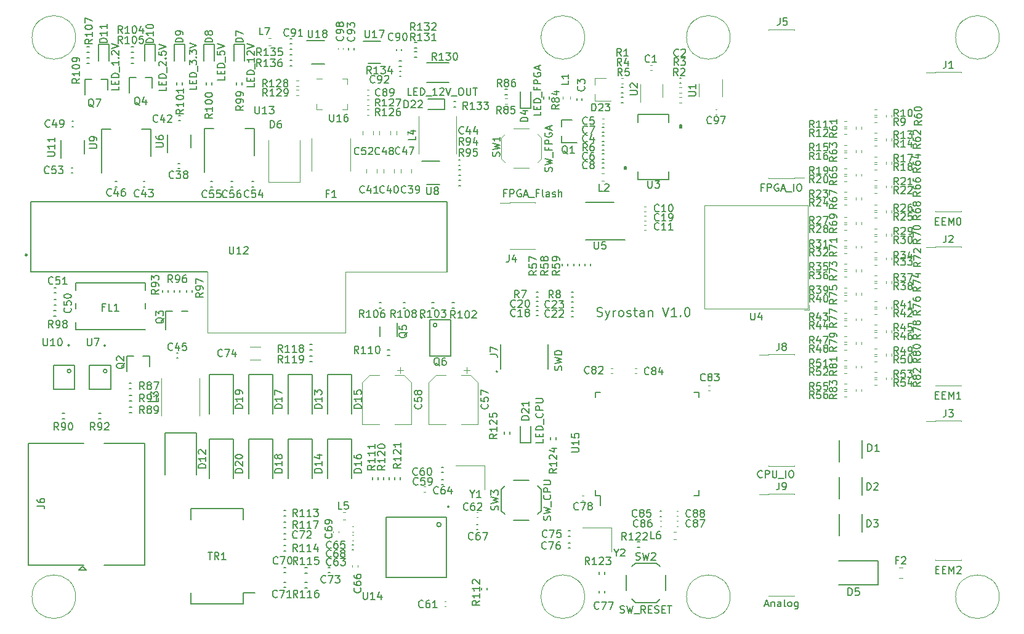
<source format=gbr>
%TF.GenerationSoftware,KiCad,Pcbnew,5.1.10-88a1d61d58~90~ubuntu20.04.1*%
%TF.CreationDate,2021-07-15T14:53:32+08:00*%
%TF.ProjectId,TestAutomation,54657374-4175-4746-9f6d-6174696f6e2e,rev?*%
%TF.SameCoordinates,Original*%
%TF.FileFunction,Legend,Top*%
%TF.FilePolarity,Positive*%
%FSLAX46Y46*%
G04 Gerber Fmt 4.6, Leading zero omitted, Abs format (unit mm)*
G04 Created by KiCad (PCBNEW 5.1.10-88a1d61d58~90~ubuntu20.04.1) date 2021-07-15 14:53:32*
%MOMM*%
%LPD*%
G01*
G04 APERTURE LIST*
%ADD10C,0.203200*%
%ADD11C,0.120000*%
%ADD12C,0.150000*%
%ADD13C,0.250000*%
%ADD14C,0.152400*%
G04 APERTURE END LIST*
D10*
X157709761Y-95374047D02*
X157891190Y-95434523D01*
X158193571Y-95434523D01*
X158314523Y-95374047D01*
X158375000Y-95313571D01*
X158435476Y-95192619D01*
X158435476Y-95071666D01*
X158375000Y-94950714D01*
X158314523Y-94890238D01*
X158193571Y-94829761D01*
X157951666Y-94769285D01*
X157830714Y-94708809D01*
X157770238Y-94648333D01*
X157709761Y-94527380D01*
X157709761Y-94406428D01*
X157770238Y-94285476D01*
X157830714Y-94225000D01*
X157951666Y-94164523D01*
X158254047Y-94164523D01*
X158435476Y-94225000D01*
X158858809Y-94587857D02*
X159161190Y-95434523D01*
X159463571Y-94587857D02*
X159161190Y-95434523D01*
X159040238Y-95736904D01*
X158979761Y-95797380D01*
X158858809Y-95857857D01*
X159947380Y-95434523D02*
X159947380Y-94587857D01*
X159947380Y-94829761D02*
X160007857Y-94708809D01*
X160068333Y-94648333D01*
X160189285Y-94587857D01*
X160310238Y-94587857D01*
X160915000Y-95434523D02*
X160794047Y-95374047D01*
X160733571Y-95313571D01*
X160673095Y-95192619D01*
X160673095Y-94829761D01*
X160733571Y-94708809D01*
X160794047Y-94648333D01*
X160915000Y-94587857D01*
X161096428Y-94587857D01*
X161217380Y-94648333D01*
X161277857Y-94708809D01*
X161338333Y-94829761D01*
X161338333Y-95192619D01*
X161277857Y-95313571D01*
X161217380Y-95374047D01*
X161096428Y-95434523D01*
X160915000Y-95434523D01*
X161822142Y-95374047D02*
X161943095Y-95434523D01*
X162185000Y-95434523D01*
X162305952Y-95374047D01*
X162366428Y-95253095D01*
X162366428Y-95192619D01*
X162305952Y-95071666D01*
X162185000Y-95011190D01*
X162003571Y-95011190D01*
X161882619Y-94950714D01*
X161822142Y-94829761D01*
X161822142Y-94769285D01*
X161882619Y-94648333D01*
X162003571Y-94587857D01*
X162185000Y-94587857D01*
X162305952Y-94648333D01*
X162729285Y-94587857D02*
X163213095Y-94587857D01*
X162910714Y-94164523D02*
X162910714Y-95253095D01*
X162971190Y-95374047D01*
X163092142Y-95434523D01*
X163213095Y-95434523D01*
X164180714Y-95434523D02*
X164180714Y-94769285D01*
X164120238Y-94648333D01*
X163999285Y-94587857D01*
X163757380Y-94587857D01*
X163636428Y-94648333D01*
X164180714Y-95374047D02*
X164059761Y-95434523D01*
X163757380Y-95434523D01*
X163636428Y-95374047D01*
X163575952Y-95253095D01*
X163575952Y-95132142D01*
X163636428Y-95011190D01*
X163757380Y-94950714D01*
X164059761Y-94950714D01*
X164180714Y-94890238D01*
X164785476Y-94587857D02*
X164785476Y-95434523D01*
X164785476Y-94708809D02*
X164845952Y-94648333D01*
X164966904Y-94587857D01*
X165148333Y-94587857D01*
X165269285Y-94648333D01*
X165329761Y-94769285D01*
X165329761Y-95434523D01*
X166720714Y-94164523D02*
X167144047Y-95434523D01*
X167567380Y-94164523D01*
X168655952Y-95434523D02*
X167930238Y-95434523D01*
X168293095Y-95434523D02*
X168293095Y-94164523D01*
X168172142Y-94345952D01*
X168051190Y-94466904D01*
X167930238Y-94527380D01*
X169200238Y-95313571D02*
X169260714Y-95374047D01*
X169200238Y-95434523D01*
X169139761Y-95374047D01*
X169200238Y-95313571D01*
X169200238Y-95434523D01*
X170046904Y-94164523D02*
X170167857Y-94164523D01*
X170288809Y-94225000D01*
X170349285Y-94285476D01*
X170409761Y-94406428D01*
X170470238Y-94648333D01*
X170470238Y-94950714D01*
X170409761Y-95192619D01*
X170349285Y-95313571D01*
X170288809Y-95374047D01*
X170167857Y-95434523D01*
X170046904Y-95434523D01*
X169925952Y-95374047D01*
X169865476Y-95313571D01*
X169805000Y-95192619D01*
X169744523Y-94950714D01*
X169744523Y-94648333D01*
X169805000Y-94406428D01*
X169865476Y-94285476D01*
X169925952Y-94225000D01*
X170046904Y-94164523D01*
D11*
%TO.C,U4*%
X186192000Y-94549000D02*
X186892000Y-94549000D01*
X186892000Y-94549000D02*
X186892000Y-93849000D01*
X172492000Y-94349000D02*
X186692000Y-94349000D01*
X186692000Y-94349000D02*
X186692000Y-80149000D01*
X186692000Y-80149000D02*
X172492000Y-80149000D01*
X172492000Y-80149000D02*
X172492000Y-94349000D01*
D12*
%TO.C,U12*%
X137108000Y-89246000D02*
X137108000Y-79646000D01*
X79808000Y-89246000D02*
X104108000Y-89246000D01*
X79808000Y-89246000D02*
X79808000Y-79646000D01*
D13*
X79333000Y-86946000D02*
G75*
G03*
X79333000Y-86946000I-125000J0D01*
G01*
D11*
X137108000Y-89246000D02*
X123108000Y-89246000D01*
X104108000Y-97646000D02*
X123108000Y-97646000D01*
X123108000Y-89246000D02*
X123108000Y-97646000D01*
X104108000Y-89246000D02*
X104108000Y-97646000D01*
D12*
X79808000Y-79646000D02*
X137108000Y-79646000D01*
D11*
%TO.C,Y2*%
X159710000Y-124530000D02*
X155710000Y-124530000D01*
X159710000Y-127830000D02*
X159710000Y-124530000D01*
%TO.C,Y1*%
X142244000Y-115926000D02*
X138244000Y-115926000D01*
X142244000Y-119226000D02*
X142244000Y-115926000D01*
%TO.C,L3*%
X97800000Y-109050000D02*
X97800000Y-103950000D01*
X103000000Y-109050000D02*
X103000000Y-103950000D01*
%TO.C,F2*%
X199181422Y-130000000D02*
X199698578Y-130000000D01*
X199181422Y-131420000D02*
X199698578Y-131420000D01*
%TO.C,M3*%
X156000000Y-57000000D02*
G75*
G03*
X156000000Y-57000000I-3000000J0D01*
G01*
X156000000Y-134000000D02*
G75*
G03*
X156000000Y-134000000I-3000000J0D01*
G01*
X176000000Y-57000000D02*
G75*
G03*
X176000000Y-57000000I-3000000J0D01*
G01*
X176000000Y-134000000D02*
G75*
G03*
X176000000Y-134000000I-3000000J0D01*
G01*
X213000000Y-57000000D02*
G75*
G03*
X213000000Y-57000000I-3000000J0D01*
G01*
X86000000Y-57000000D02*
G75*
G03*
X86000000Y-57000000I-3000000J0D01*
G01*
X86000000Y-134000000D02*
G75*
G03*
X86000000Y-134000000I-3000000J0D01*
G01*
X213000000Y-134000000D02*
G75*
G03*
X213000000Y-134000000I-3000000J0D01*
G01*
%TO.C,L4*%
X133180000Y-72990000D02*
X133180000Y-67890000D01*
X138380000Y-72990000D02*
X138380000Y-67890000D01*
%TO.C,D23*%
X157430000Y-62590000D02*
X157430000Y-63520000D01*
X157430000Y-65750000D02*
X157430000Y-64820000D01*
X157430000Y-65750000D02*
X159590000Y-65750000D01*
X157430000Y-62590000D02*
X158890000Y-62590000D01*
%TO.C,C98*%
X122050000Y-58442164D02*
X122050000Y-58657836D01*
X122770000Y-58442164D02*
X122770000Y-58657836D01*
%TO.C,C97*%
X174167836Y-66910000D02*
X173952164Y-66910000D01*
X174167836Y-67630000D02*
X173952164Y-67630000D01*
%TO.C,U2*%
X163630000Y-63430000D02*
X163630000Y-65860000D01*
X166700000Y-65190000D02*
X166700000Y-63430000D01*
%TO.C,U1*%
X174890000Y-65180000D02*
X174890000Y-62730000D01*
X171670000Y-63380000D02*
X171670000Y-65180000D01*
%TO.C,C1*%
X165032164Y-61520000D02*
X165247836Y-61520000D01*
X165032164Y-60800000D02*
X165247836Y-60800000D01*
%TO.C,R129*%
X116633641Y-64230000D02*
X116326359Y-64230000D01*
X116633641Y-64990000D02*
X116326359Y-64990000D01*
%TO.C,R128*%
X116326359Y-63700000D02*
X116633641Y-63700000D01*
X116326359Y-62940000D02*
X116633641Y-62940000D01*
%TO.C,U16*%
X119870000Y-62682500D02*
X119145000Y-62682500D01*
X123365000Y-66902500D02*
X123365000Y-66177500D01*
X122640000Y-66902500D02*
X123365000Y-66902500D01*
X119145000Y-66902500D02*
X119145000Y-66177500D01*
X119870000Y-66902500D02*
X119145000Y-66902500D01*
X123365000Y-62682500D02*
X123365000Y-63407500D01*
X122640000Y-62682500D02*
X123365000Y-62682500D01*
%TO.C,R127*%
X126026359Y-66330000D02*
X126333641Y-66330000D01*
X126026359Y-65570000D02*
X126333641Y-65570000D01*
%TO.C,R126*%
X126026359Y-67640000D02*
X126333641Y-67640000D01*
X126026359Y-66880000D02*
X126333641Y-66880000D01*
%TO.C,C89*%
X126072164Y-64940000D02*
X126287836Y-64940000D01*
X126072164Y-64220000D02*
X126287836Y-64220000D01*
%TO.C,C61*%
X136907836Y-135360000D02*
X136692164Y-135360000D01*
X136907836Y-134640000D02*
X136692164Y-134640000D01*
%TO.C,C69*%
X122160000Y-124992164D02*
X122160000Y-125207836D01*
X121440000Y-124992164D02*
X121440000Y-125207836D01*
%TO.C,C68*%
X124207836Y-126260000D02*
X123992164Y-126260000D01*
X124207836Y-125540000D02*
X123992164Y-125540000D01*
%TO.C,C66*%
X124760000Y-129692164D02*
X124760000Y-129907836D01*
X124040000Y-129692164D02*
X124040000Y-129907836D01*
%TO.C,C65*%
X124207836Y-125060000D02*
X123992164Y-125060000D01*
X124207836Y-124340000D02*
X123992164Y-124340000D01*
%TO.C,C64*%
X134107836Y-119560000D02*
X133892164Y-119560000D01*
X134107836Y-118840000D02*
X133892164Y-118840000D01*
%TO.C,C62*%
X141112164Y-122340000D02*
X141327836Y-122340000D01*
X141112164Y-123060000D02*
X141327836Y-123060000D01*
D14*
%TO.C,U6*%
X98636000Y-70404000D02*
X98636000Y-72854000D01*
X101856000Y-72204000D02*
X101856000Y-70404000D01*
D11*
%TO.C,C78*%
X155867836Y-120790000D02*
X155652164Y-120790000D01*
X155867836Y-120070000D02*
X155652164Y-120070000D01*
D14*
%TO.C,U15*%
X158188000Y-120054000D02*
X158188000Y-121419000D01*
X157488000Y-120054000D02*
X158188000Y-120054000D01*
X157488000Y-119354000D02*
X157488000Y-120054000D01*
X157488000Y-105834000D02*
X158188000Y-105834000D01*
X157488000Y-106534000D02*
X157488000Y-105834000D01*
X171708000Y-120054000D02*
X171008000Y-120054000D01*
X171708000Y-119354000D02*
X171708000Y-120054000D01*
X171708000Y-105834000D02*
X171008000Y-105834000D01*
X171708000Y-106534000D02*
X171708000Y-105834000D01*
D11*
%TO.C,C52*%
X126912000Y-69902748D02*
X126912000Y-70425252D01*
X125442000Y-69902748D02*
X125442000Y-70425252D01*
%TO.C,C48*%
X129263500Y-69902748D02*
X129263500Y-70425252D01*
X127793500Y-69902748D02*
X127793500Y-70425252D01*
%TO.C,C47*%
X131615000Y-69898748D02*
X131615000Y-70421252D01*
X130145000Y-69898748D02*
X130145000Y-70421252D01*
%TO.C,C41*%
X125985000Y-75618252D02*
X125985000Y-75095748D01*
X127455000Y-75618252D02*
X127455000Y-75095748D01*
%TO.C,C40*%
X128348167Y-75618252D02*
X128348167Y-75095748D01*
X129818167Y-75618252D02*
X129818167Y-75095748D01*
%TO.C,C39*%
X130711334Y-75618252D02*
X130711334Y-75095748D01*
X132181334Y-75618252D02*
X132181334Y-75095748D01*
%TO.C,F1*%
X118440000Y-75343752D02*
X118440000Y-70936248D01*
X123780000Y-75343752D02*
X123780000Y-70936248D01*
%TO.C,D6*%
X112520000Y-76870000D02*
X116820000Y-76870000D01*
X116820000Y-76870000D02*
X116820000Y-71170000D01*
X112520000Y-76870000D02*
X112520000Y-71170000D01*
%TO.C,R1*%
X161313641Y-62560000D02*
X161006359Y-62560000D01*
X161313641Y-63320000D02*
X161006359Y-63320000D01*
%TO.C,J1*%
X204229000Y-61789000D02*
X207759000Y-61789000D01*
X204229000Y-80959000D02*
X207759000Y-80959000D01*
X202904000Y-61854000D02*
X204229000Y-61854000D01*
X204229000Y-61789000D02*
X204229000Y-61854000D01*
X207759000Y-61789000D02*
X207759000Y-61854000D01*
X204229000Y-80894000D02*
X204229000Y-80959000D01*
X207759000Y-80894000D02*
X207759000Y-80959000D01*
%TO.C,C88*%
X168622164Y-122920000D02*
X168837836Y-122920000D01*
X168622164Y-122200000D02*
X168837836Y-122200000D01*
%TO.C,C87*%
X168622164Y-124283334D02*
X168837836Y-124283334D01*
X168622164Y-123563334D02*
X168837836Y-123563334D01*
%TO.C,C86*%
X166547836Y-123583333D02*
X166332164Y-123583333D01*
X166547836Y-124303333D02*
X166332164Y-124303333D01*
%TO.C,C84*%
X163137836Y-102540000D02*
X162922164Y-102540000D01*
X163137836Y-103260000D02*
X162922164Y-103260000D01*
%TO.C,C83*%
X173012164Y-105620000D02*
X173227836Y-105620000D01*
X173012164Y-104900000D02*
X173227836Y-104900000D01*
%TO.C,C82*%
X159612164Y-103260000D02*
X159827836Y-103260000D01*
X159612164Y-102540000D02*
X159827836Y-102540000D01*
%TO.C,C19*%
X164417836Y-81538889D02*
X164202164Y-81538889D01*
X164417836Y-82258889D02*
X164202164Y-82258889D01*
%TO.C,C11*%
X164417836Y-82800000D02*
X164202164Y-82800000D01*
X164417836Y-83520000D02*
X164202164Y-83520000D01*
%TO.C,C10*%
X164417836Y-80277778D02*
X164202164Y-80277778D01*
X164417836Y-80997778D02*
X164202164Y-80997778D01*
%TO.C,R56*%
X191980141Y-105710000D02*
X191672859Y-105710000D01*
X191980141Y-106470000D02*
X191672859Y-106470000D01*
%TO.C,R55*%
X191980141Y-104690000D02*
X191672859Y-104690000D01*
X191980141Y-105450000D02*
X191672859Y-105450000D01*
%TO.C,R54*%
X196180141Y-104087643D02*
X195872859Y-104087643D01*
X196180141Y-104847643D02*
X195872859Y-104847643D01*
%TO.C,R53*%
X196180141Y-103067643D02*
X195872859Y-103067643D01*
X196180141Y-103827643D02*
X195872859Y-103827643D01*
%TO.C,R52*%
X191980141Y-102465288D02*
X191672859Y-102465288D01*
X191980141Y-103225288D02*
X191672859Y-103225288D01*
%TO.C,R51*%
X191980141Y-101445288D02*
X191672859Y-101445288D01*
X191980141Y-102205288D02*
X191672859Y-102205288D01*
%TO.C,R50*%
X196180141Y-100842933D02*
X195872859Y-100842933D01*
X196180141Y-101602933D02*
X195872859Y-101602933D01*
%TO.C,R49*%
X196180141Y-99822933D02*
X195872859Y-99822933D01*
X196180141Y-100582933D02*
X195872859Y-100582933D01*
%TO.C,R48*%
X191980141Y-99220578D02*
X191672859Y-99220578D01*
X191980141Y-99980578D02*
X191672859Y-99980578D01*
%TO.C,R47*%
X191980141Y-98200578D02*
X191672859Y-98200578D01*
X191980141Y-98960578D02*
X191672859Y-98960578D01*
%TO.C,R46*%
X196180141Y-97598223D02*
X195872859Y-97598223D01*
X196180141Y-98358223D02*
X195872859Y-98358223D01*
%TO.C,R45*%
X196180141Y-96578223D02*
X195872859Y-96578223D01*
X196180141Y-97338223D02*
X195872859Y-97338223D01*
%TO.C,R44*%
X191980141Y-95975868D02*
X191672859Y-95975868D01*
X191980141Y-96735868D02*
X191672859Y-96735868D01*
%TO.C,R43*%
X191980141Y-94955868D02*
X191672859Y-94955868D01*
X191980141Y-95715868D02*
X191672859Y-95715868D01*
%TO.C,R42*%
X196180141Y-94353513D02*
X195872859Y-94353513D01*
X196180141Y-95113513D02*
X195872859Y-95113513D01*
%TO.C,R41*%
X196180141Y-93333513D02*
X195872859Y-93333513D01*
X196180141Y-94093513D02*
X195872859Y-94093513D01*
%TO.C,R40*%
X191980141Y-93210000D02*
X191672859Y-93210000D01*
X191980141Y-92450000D02*
X191672859Y-92450000D01*
%TO.C,R39*%
X191980141Y-92190000D02*
X191672859Y-92190000D01*
X191980141Y-91430000D02*
X191672859Y-91430000D01*
%TO.C,R38*%
X196180141Y-91587643D02*
X195872859Y-91587643D01*
X196180141Y-90827643D02*
X195872859Y-90827643D01*
%TO.C,R37*%
X196180141Y-90567643D02*
X195872859Y-90567643D01*
X196180141Y-89807643D02*
X195872859Y-89807643D01*
%TO.C,R36*%
X191980141Y-89965288D02*
X191672859Y-89965288D01*
X191980141Y-89205288D02*
X191672859Y-89205288D01*
%TO.C,R35*%
X191980141Y-88945288D02*
X191672859Y-88945288D01*
X191980141Y-88185288D02*
X191672859Y-88185288D01*
%TO.C,R34*%
X196180141Y-87322933D02*
X195872859Y-87322933D01*
X196180141Y-86562933D02*
X195872859Y-86562933D01*
%TO.C,R33*%
X196180141Y-88342933D02*
X195872859Y-88342933D01*
X196180141Y-87582933D02*
X195872859Y-87582933D01*
%TO.C,R32*%
X191980141Y-86720578D02*
X191672859Y-86720578D01*
X191980141Y-85960578D02*
X191672859Y-85960578D01*
%TO.C,R31*%
X191980141Y-85700578D02*
X191672859Y-85700578D01*
X191980141Y-84940578D02*
X191672859Y-84940578D01*
%TO.C,R30*%
X196180141Y-85098223D02*
X195872859Y-85098223D01*
X196180141Y-84338223D02*
X195872859Y-84338223D01*
%TO.C,R29*%
X196180141Y-84078223D02*
X195872859Y-84078223D01*
X196180141Y-83318223D02*
X195872859Y-83318223D01*
%TO.C,R28*%
X191980141Y-83475868D02*
X191672859Y-83475868D01*
X191980141Y-82715868D02*
X191672859Y-82715868D01*
%TO.C,R27*%
X191980141Y-82455868D02*
X191672859Y-82455868D01*
X191980141Y-81695868D02*
X191672859Y-81695868D01*
%TO.C,R26*%
X196180141Y-80833513D02*
X195872859Y-80833513D01*
X196180141Y-80073513D02*
X195872859Y-80073513D01*
%TO.C,R25*%
X196180141Y-81853513D02*
X195872859Y-81853513D01*
X196180141Y-81093513D02*
X195872859Y-81093513D01*
%TO.C,R24*%
X191980141Y-80060000D02*
X191672859Y-80060000D01*
X191980141Y-79300000D02*
X191672859Y-79300000D01*
%TO.C,R23*%
X191980141Y-79040000D02*
X191672859Y-79040000D01*
X191980141Y-78280000D02*
X191672859Y-78280000D01*
%TO.C,R22*%
X196180141Y-78437643D02*
X195872859Y-78437643D01*
X196180141Y-77677643D02*
X195872859Y-77677643D01*
%TO.C,R21*%
X196180141Y-77417643D02*
X195872859Y-77417643D01*
X196180141Y-76657643D02*
X195872859Y-76657643D01*
%TO.C,R20*%
X191980141Y-76815288D02*
X191672859Y-76815288D01*
X191980141Y-76055288D02*
X191672859Y-76055288D01*
%TO.C,R19*%
X191980141Y-75795288D02*
X191672859Y-75795288D01*
X191980141Y-75035288D02*
X191672859Y-75035288D01*
%TO.C,R18*%
X196180141Y-75192933D02*
X195872859Y-75192933D01*
X196180141Y-74432933D02*
X195872859Y-74432933D01*
%TO.C,R17*%
X196180141Y-74172933D02*
X195872859Y-74172933D01*
X196180141Y-73412933D02*
X195872859Y-73412933D01*
%TO.C,R16*%
X191980141Y-73570578D02*
X191672859Y-73570578D01*
X191980141Y-72810578D02*
X191672859Y-72810578D01*
%TO.C,R15*%
X191980141Y-72550578D02*
X191672859Y-72550578D01*
X191980141Y-71790578D02*
X191672859Y-71790578D01*
%TO.C,R14*%
X196170141Y-71948223D02*
X195862859Y-71948223D01*
X196170141Y-71188223D02*
X195862859Y-71188223D01*
%TO.C,R13*%
X196170141Y-70928223D02*
X195862859Y-70928223D01*
X196170141Y-70168223D02*
X195862859Y-70168223D01*
%TO.C,R12*%
X191980141Y-70325868D02*
X191672859Y-70325868D01*
X191980141Y-69565868D02*
X191672859Y-69565868D01*
%TO.C,R11*%
X191980141Y-69305868D02*
X191672859Y-69305868D01*
X191980141Y-68545868D02*
X191672859Y-68545868D01*
%TO.C,R10*%
X196170141Y-67683513D02*
X195862859Y-67683513D01*
X196170141Y-66923513D02*
X195862859Y-66923513D01*
%TO.C,R9*%
X196170141Y-68703513D02*
X195862859Y-68703513D01*
X196170141Y-67943513D02*
X195862859Y-67943513D01*
%TO.C,R3*%
X169303641Y-64660000D02*
X168996359Y-64660000D01*
X169303641Y-63900000D02*
X168996359Y-63900000D01*
%TO.C,R2*%
X168996359Y-65250000D02*
X169303641Y-65250000D01*
X168996359Y-66010000D02*
X169303641Y-66010000D01*
%TO.C,C5*%
X158647836Y-68870000D02*
X158432164Y-68870000D01*
X158647836Y-68150000D02*
X158432164Y-68150000D01*
%TO.C,J3*%
X204229000Y-109795000D02*
X207759000Y-109795000D01*
X204229000Y-128965000D02*
X207759000Y-128965000D01*
X202904000Y-109860000D02*
X204229000Y-109860000D01*
X204229000Y-109795000D02*
X204229000Y-109860000D01*
X207759000Y-109795000D02*
X207759000Y-109860000D01*
X204229000Y-128900000D02*
X204229000Y-128965000D01*
X207759000Y-128900000D02*
X207759000Y-128965000D01*
%TO.C,R62*%
X198225500Y-71211864D02*
X198225500Y-70904582D01*
X197465500Y-71211864D02*
X197465500Y-70904582D01*
%TO.C,R83*%
X194025500Y-105733641D02*
X194025500Y-105426359D01*
X193265500Y-105733641D02*
X193265500Y-105426359D01*
%TO.C,R82*%
X198225500Y-104111284D02*
X198225500Y-103804002D01*
X197465500Y-104111284D02*
X197465500Y-103804002D01*
%TO.C,R81*%
X194025500Y-102488929D02*
X194025500Y-102181647D01*
X193265500Y-102488929D02*
X193265500Y-102181647D01*
%TO.C,R80*%
X198225500Y-100866574D02*
X198225500Y-100559292D01*
X197465500Y-100866574D02*
X197465500Y-100559292D01*
%TO.C,R79*%
X194025500Y-99244219D02*
X194025500Y-98936937D01*
X193265500Y-99244219D02*
X193265500Y-98936937D01*
%TO.C,R78*%
X198225500Y-97621864D02*
X198225500Y-97314582D01*
X197465500Y-97621864D02*
X197465500Y-97314582D01*
%TO.C,R77*%
X194025500Y-95999509D02*
X194025500Y-95692227D01*
X193265500Y-95999509D02*
X193265500Y-95692227D01*
%TO.C,R76*%
X198225500Y-94377154D02*
X198225500Y-94069872D01*
X197465500Y-94377154D02*
X197465500Y-94069872D01*
%TO.C,R75*%
X194025500Y-92473641D02*
X194025500Y-92166359D01*
X193265500Y-92473641D02*
X193265500Y-92166359D01*
%TO.C,R74*%
X198225500Y-90851284D02*
X198225500Y-90544002D01*
X197465500Y-90851284D02*
X197465500Y-90544002D01*
%TO.C,R73*%
X194025500Y-89228929D02*
X194025500Y-88921647D01*
X193265500Y-89228929D02*
X193265500Y-88921647D01*
%TO.C,R72*%
X197465500Y-87299292D02*
X197465500Y-87606574D01*
X198225500Y-87299292D02*
X198225500Y-87606574D01*
%TO.C,R71*%
X194025500Y-85984219D02*
X194025500Y-85676937D01*
X193265500Y-85984219D02*
X193265500Y-85676937D01*
%TO.C,R70*%
X198225500Y-84361864D02*
X198225500Y-84054582D01*
X197465500Y-84361864D02*
X197465500Y-84054582D01*
%TO.C,R69*%
X194025500Y-82739509D02*
X194025500Y-82432227D01*
X193265500Y-82739509D02*
X193265500Y-82432227D01*
%TO.C,R68*%
X197465500Y-80809872D02*
X197465500Y-81117154D01*
X198225500Y-80809872D02*
X198225500Y-81117154D01*
%TO.C,R67*%
X194025500Y-79323641D02*
X194025500Y-79016359D01*
X193265500Y-79323641D02*
X193265500Y-79016359D01*
%TO.C,R66*%
X198225500Y-77701284D02*
X198225500Y-77394002D01*
X197465500Y-77701284D02*
X197465500Y-77394002D01*
%TO.C,R65*%
X194025500Y-76078929D02*
X194025500Y-75771647D01*
X193265500Y-76078929D02*
X193265500Y-75771647D01*
%TO.C,R64*%
X198225500Y-74456574D02*
X198225500Y-74149292D01*
X197465500Y-74456574D02*
X197465500Y-74149292D01*
%TO.C,R63*%
X194025500Y-72834219D02*
X194025500Y-72526937D01*
X193265500Y-72834219D02*
X193265500Y-72526937D01*
%TO.C,R61*%
X194025500Y-69589509D02*
X194025500Y-69282227D01*
X193265500Y-69589509D02*
X193265500Y-69282227D01*
%TO.C,R60*%
X197465500Y-67659872D02*
X197465500Y-67967154D01*
X198225500Y-67659872D02*
X198225500Y-67967154D01*
D14*
%TO.C,C75*%
X153977836Y-125640000D02*
X153762164Y-125640000D01*
X153977836Y-124920000D02*
X153762164Y-124920000D01*
%TO.C,R5*%
X161006359Y-66010000D02*
X161313641Y-66010000D01*
X161006359Y-65250000D02*
X161313641Y-65250000D01*
%TO.C,R4*%
X161006359Y-64665000D02*
X161313641Y-64665000D01*
X161006359Y-63905000D02*
X161313641Y-63905000D01*
%TO.C,C3*%
X154900000Y-65412164D02*
X154900000Y-65627836D01*
X155620000Y-65412164D02*
X155620000Y-65627836D01*
%TO.C,C6*%
X158432164Y-73754000D02*
X158647836Y-73754000D01*
X158432164Y-73034000D02*
X158647836Y-73034000D01*
D11*
%TO.C,L1*%
X152970000Y-65157221D02*
X152970000Y-65482779D01*
X153990000Y-65157221D02*
X153990000Y-65482779D01*
D14*
%TO.C,C2*%
X169257836Y-63300000D02*
X169042164Y-63300000D01*
X169257836Y-62580000D02*
X169042164Y-62580000D01*
D11*
%TO.C,J4*%
X145682000Y-79696000D02*
X149212000Y-79696000D01*
X145682000Y-86166000D02*
X149212000Y-86166000D01*
X144357000Y-79761000D02*
X145682000Y-79761000D01*
X145682000Y-79696000D02*
X145682000Y-79761000D01*
X149212000Y-79696000D02*
X149212000Y-79761000D01*
X145682000Y-86101000D02*
X145682000Y-86166000D01*
X149212000Y-86101000D02*
X149212000Y-86166000D01*
%TO.C,J9*%
X181287000Y-119828000D02*
X184817000Y-119828000D01*
X181287000Y-133918000D02*
X184817000Y-133918000D01*
X179962000Y-119893000D02*
X181287000Y-119893000D01*
X181287000Y-119828000D02*
X181287000Y-119893000D01*
X184817000Y-119828000D02*
X184817000Y-119893000D01*
X181287000Y-133853000D02*
X181287000Y-133918000D01*
X184817000Y-133853000D02*
X184817000Y-133918000D01*
%TO.C,J8*%
X181287000Y-100651000D02*
X184817000Y-100651000D01*
X181287000Y-116011000D02*
X184817000Y-116011000D01*
X179962000Y-100716000D02*
X181287000Y-100716000D01*
X181287000Y-100651000D02*
X181287000Y-100716000D01*
X184817000Y-100651000D02*
X184817000Y-100716000D01*
X181287000Y-115946000D02*
X181287000Y-116011000D01*
X184817000Y-115946000D02*
X184817000Y-116011000D01*
%TO.C,J5*%
X184817000Y-76387000D02*
X181287000Y-76387000D01*
X184817000Y-55947000D02*
X181287000Y-55947000D01*
X186142000Y-76322000D02*
X184817000Y-76322000D01*
X184817000Y-76387000D02*
X184817000Y-76322000D01*
X181287000Y-76387000D02*
X181287000Y-76322000D01*
X184817000Y-56012000D02*
X184817000Y-55947000D01*
X181287000Y-56012000D02*
X181287000Y-55947000D01*
%TO.C,J2*%
X204229000Y-85792000D02*
X207759000Y-85792000D01*
X204229000Y-104962000D02*
X207759000Y-104962000D01*
X202904000Y-85857000D02*
X204229000Y-85857000D01*
X204229000Y-85792000D02*
X204229000Y-85857000D01*
X207759000Y-85792000D02*
X207759000Y-85857000D01*
X204229000Y-104897000D02*
X204229000Y-104962000D01*
X207759000Y-104897000D02*
X207759000Y-104962000D01*
%TO.C,L7*%
X112517221Y-57060000D02*
X112842779Y-57060000D01*
X112517221Y-58080000D02*
X112842779Y-58080000D01*
%TO.C,L6*%
X168582779Y-126090000D02*
X168257221Y-126090000D01*
X168582779Y-125070000D02*
X168257221Y-125070000D01*
%TO.C,L5*%
X123062779Y-122390000D02*
X122737221Y-122390000D01*
X123062779Y-123410000D02*
X122737221Y-123410000D01*
%TO.C,L2*%
X158337221Y-76710000D02*
X158662779Y-76710000D01*
X158337221Y-75690000D02*
X158662779Y-75690000D01*
%TO.C,C74*%
X111411252Y-101410000D02*
X109988748Y-101410000D01*
X111411252Y-99590000D02*
X109988748Y-99590000D01*
%TO.C,C58*%
X125379000Y-110277000D02*
X127729000Y-110277000D01*
X132199000Y-110277000D02*
X129849000Y-110277000D01*
X132199000Y-104521437D02*
X132199000Y-110277000D01*
X125379000Y-104521437D02*
X125379000Y-110277000D01*
X126443437Y-103457000D02*
X127729000Y-103457000D01*
X131134563Y-103457000D02*
X129849000Y-103457000D01*
X131134563Y-103457000D02*
X132199000Y-104521437D01*
X126443437Y-103457000D02*
X125379000Y-104521437D01*
X130636500Y-102429500D02*
X130636500Y-103217000D01*
X131030250Y-102823250D02*
X130242750Y-102823250D01*
%TO.C,C57*%
X134523000Y-110277000D02*
X136873000Y-110277000D01*
X141343000Y-110277000D02*
X138993000Y-110277000D01*
X141343000Y-104521437D02*
X141343000Y-110277000D01*
X134523000Y-104521437D02*
X134523000Y-110277000D01*
X135587437Y-103457000D02*
X136873000Y-103457000D01*
X140278563Y-103457000D02*
X138993000Y-103457000D01*
X140278563Y-103457000D02*
X141343000Y-104521437D01*
X135587437Y-103457000D02*
X134523000Y-104521437D01*
X139780500Y-102429500D02*
X139780500Y-103217000D01*
X140174250Y-102823250D02*
X139386750Y-102823250D01*
%TO.C,SW1*%
X148315000Y-74976000D02*
X146235000Y-74976000D01*
X144555000Y-70806000D02*
X145045000Y-70316000D01*
X148315000Y-69536000D02*
X146235000Y-69536000D01*
X144555000Y-73706000D02*
X145045000Y-74196000D01*
X144555000Y-73706000D02*
X144555000Y-70806000D01*
X149995000Y-73706000D02*
X149505000Y-74196000D01*
X149995000Y-73706000D02*
X149995000Y-70806000D01*
X149995000Y-70806000D02*
X149505000Y-70316000D01*
%TO.C,R85*%
X145373641Y-66190000D02*
X145066359Y-66190000D01*
X145373641Y-65430000D02*
X145066359Y-65430000D01*
D14*
%TO.C,U18*%
X118428000Y-60646000D02*
X120228000Y-60646000D01*
X120228000Y-57426000D02*
X117778000Y-57426000D01*
%TO.C,U14*%
X128657001Y-123078001D02*
X128657001Y-131378002D01*
X136957002Y-123078001D02*
X136957002Y-131378002D01*
X128657001Y-131378002D02*
X136957002Y-131378002D01*
X128657001Y-123078001D02*
X136957002Y-123078001D01*
X136257000Y-124078001D02*
G75*
G03*
X136257000Y-124078001I-299999J0D01*
G01*
X137382002Y-121628001D02*
G75*
G03*
X137382002Y-121628001I-125001J0D01*
G01*
%TO.C,U13*%
X103750000Y-75521500D02*
X103750000Y-69511500D01*
X110570000Y-73271500D02*
X110570000Y-69511500D01*
X103750000Y-69511500D02*
X105010000Y-69511500D01*
X110570000Y-69511500D02*
X109310000Y-69511500D01*
%TO.C,U10*%
X82957000Y-102175276D02*
X85857000Y-102175276D01*
X85857000Y-102175276D02*
X85857000Y-105472726D01*
X85857000Y-105472726D02*
X82957000Y-105472726D01*
X82957000Y-105472726D02*
X82957000Y-102175276D01*
X85357000Y-102925275D02*
G75*
G03*
X85357000Y-102925275I-250000J0D01*
G01*
X85167000Y-99397442D02*
G75*
G03*
X85167000Y-99397442I-125000J0D01*
G01*
%TO.C,U7*%
X87910000Y-102175276D02*
X90810000Y-102175276D01*
X90810000Y-102175276D02*
X90810000Y-105472726D01*
X90810000Y-105472726D02*
X87910000Y-105472726D01*
X87910000Y-105472726D02*
X87910000Y-102175276D01*
X90310000Y-102925275D02*
G75*
G03*
X90310000Y-102925275I-250000J0D01*
G01*
X90120000Y-99397442D02*
G75*
G03*
X90120000Y-99397442I-125000J0D01*
G01*
%TO.C,U17*%
X127955000Y-57526000D02*
X125525000Y-57526000D01*
X126195000Y-60596000D02*
X127955000Y-60596000D01*
%TO.C,U3*%
X167536900Y-67605200D02*
X163295100Y-67605200D01*
X163295100Y-67605200D02*
X163295100Y-68733360D01*
X163295100Y-76596800D02*
X167536900Y-76596800D01*
X167536900Y-76596800D02*
X167536900Y-75468640D01*
X167536900Y-68733360D02*
X167536900Y-67605200D01*
X163295100Y-75468640D02*
X163295100Y-76596800D01*
G36*
X169372799Y-69434000D02*
G01*
X169372799Y-69053000D01*
X169118799Y-69053000D01*
X169118799Y-69434000D01*
X169372799Y-69434000D01*
G37*
X169372799Y-69434000D02*
X169372799Y-69053000D01*
X169118799Y-69053000D01*
X169118799Y-69434000D01*
X169372799Y-69434000D01*
G36*
X161459201Y-75149000D02*
G01*
X161459201Y-74768000D01*
X161713201Y-74768000D01*
X161713201Y-75149000D01*
X161459201Y-75149000D01*
G37*
X161459201Y-75149000D02*
X161459201Y-74768000D01*
X161713201Y-74768000D01*
X161713201Y-75149000D01*
X161459201Y-75149000D01*
%TO.C,R136*%
X115466359Y-60113000D02*
X115773641Y-60113000D01*
X115466359Y-60873000D02*
X115773641Y-60873000D01*
%TO.C,R135*%
X115466359Y-58584000D02*
X115773641Y-58584000D01*
X115466359Y-59344000D02*
X115773641Y-59344000D01*
%TO.C,R134*%
X130800641Y-60996000D02*
X130493359Y-60996000D01*
X130800641Y-60236000D02*
X130493359Y-60236000D01*
%TO.C,R132*%
X132612359Y-57672000D02*
X132919641Y-57672000D01*
X132612359Y-58432000D02*
X132919641Y-58432000D01*
%TO.C,R131*%
X132612359Y-58942000D02*
X132919641Y-58942000D01*
X132612359Y-59702000D02*
X132919641Y-59702000D01*
%TO.C,Q6*%
X134689600Y-100858000D02*
X134689600Y-95858000D01*
X134689600Y-95858000D02*
X137620400Y-95858000D01*
X137620400Y-95858000D02*
X137620400Y-100858000D01*
X137620400Y-100858000D02*
X134689600Y-100858000D01*
X135680000Y-96608000D02*
G75*
G03*
X135680000Y-96608000I-250000J0D01*
G01*
X133680000Y-95608000D02*
G75*
G03*
X133680000Y-95608000I-125000J0D01*
G01*
%TO.C,J7*%
X144011000Y-103000000D02*
G75*
G03*
X144011000Y-103000000I-100000J0D01*
G01*
X150961000Y-102680000D02*
X150961000Y-99250000D01*
X144441000Y-99250000D02*
X144441000Y-102680000D01*
%TO.C,C93*%
X123540000Y-58667836D02*
X123540000Y-58452164D01*
X124260000Y-58667836D02*
X124260000Y-58452164D01*
%TO.C,C92*%
X130754836Y-62360000D02*
X130539164Y-62360000D01*
X130754836Y-61640000D02*
X130539164Y-61640000D01*
%TO.C,C91*%
X115502164Y-57180000D02*
X115717836Y-57180000D01*
X115502164Y-57900000D02*
X115717836Y-57900000D01*
%TO.C,C90*%
X130120000Y-58794836D02*
X130120000Y-58579164D01*
X130840000Y-58794836D02*
X130840000Y-58579164D01*
%TO.C,U11*%
X83961000Y-71185000D02*
X83961000Y-73635000D01*
X87181000Y-72985000D02*
X87181000Y-71185000D01*
%TO.C,U9*%
X96374000Y-69591000D02*
X95114000Y-69591000D01*
X89554000Y-69591000D02*
X90814000Y-69591000D01*
X96374000Y-73351000D02*
X96374000Y-69591000D01*
X89554000Y-75601000D02*
X89554000Y-69591000D01*
%TO.C,U8*%
X134269000Y-77254000D02*
X136069000Y-77254000D01*
X136069000Y-74034000D02*
X133619000Y-74034000D01*
%TO.C,U5*%
X158100000Y-79720000D02*
X156150000Y-79720000D01*
X158100000Y-79720000D02*
X160050000Y-79720000D01*
X158100000Y-84840000D02*
X156150000Y-84840000D01*
X158100000Y-84840000D02*
X161550000Y-84840000D01*
%TO.C,TR1*%
X101883000Y-121891000D02*
X101883000Y-123416000D01*
X109083000Y-121891000D02*
X101883000Y-121891000D01*
X109083000Y-123416000D02*
X109083000Y-121891000D01*
X101883000Y-134991000D02*
X101883000Y-133466000D01*
X109083000Y-134991000D02*
X101883000Y-134991000D01*
X109083000Y-133466000D02*
X109083000Y-134991000D01*
X110683000Y-133466000D02*
X109083000Y-133466000D01*
%TO.C,SW3*%
X148315000Y-123436000D02*
X146235000Y-123436000D01*
X144555000Y-119266000D02*
X145045000Y-118776000D01*
X148315000Y-117996000D02*
X146235000Y-117996000D01*
X144555000Y-122166000D02*
X145045000Y-122656000D01*
X144555000Y-122166000D02*
X144555000Y-119266000D01*
X149995000Y-122166000D02*
X149505000Y-122656000D01*
X149995000Y-122166000D02*
X149995000Y-119266000D01*
X149995000Y-119266000D02*
X149505000Y-118776000D01*
%TO.C,SW2*%
X161681000Y-133120000D02*
X161681000Y-131040000D01*
X165851000Y-129360000D02*
X166341000Y-129850000D01*
X167121000Y-133120000D02*
X167121000Y-131040000D01*
X162951000Y-129360000D02*
X162461000Y-129850000D01*
X162951000Y-129360000D02*
X165851000Y-129360000D01*
X162951000Y-134800000D02*
X162461000Y-134310000D01*
X162951000Y-134800000D02*
X165851000Y-134800000D01*
X165851000Y-134800000D02*
X166341000Y-134310000D01*
%TO.C,R125*%
X145690000Y-111296359D02*
X145690000Y-111603641D01*
X144930000Y-111296359D02*
X144930000Y-111603641D01*
%TO.C,R124*%
X151320000Y-112373641D02*
X151320000Y-112066359D01*
X152080000Y-112373641D02*
X152080000Y-112066359D01*
%TO.C,R123*%
X157974000Y-130936641D02*
X157974000Y-130629359D01*
X158734000Y-130936641D02*
X158734000Y-130629359D01*
%TO.C,R122*%
X163266359Y-126430000D02*
X163573641Y-126430000D01*
X163266359Y-127190000D02*
X163573641Y-127190000D01*
%TO.C,R121*%
X129871000Y-117856641D02*
X129871000Y-117549359D01*
X130631000Y-117856641D02*
X130631000Y-117549359D01*
%TO.C,R120*%
X128347000Y-117856641D02*
X128347000Y-117549359D01*
X129107000Y-117856641D02*
X129107000Y-117549359D01*
%TO.C,R119*%
X118521641Y-100836000D02*
X118214359Y-100836000D01*
X118521641Y-101596000D02*
X118214359Y-101596000D01*
%TO.C,R118*%
X118521641Y-99236800D02*
X118214359Y-99236800D01*
X118521641Y-99996800D02*
X118214359Y-99996800D01*
%TO.C,R117*%
X114600359Y-123726000D02*
X114907641Y-123726000D01*
X114600359Y-124486000D02*
X114907641Y-124486000D01*
%TO.C,R116*%
X117828641Y-132758000D02*
X117521359Y-132758000D01*
X117828641Y-131998000D02*
X117521359Y-131998000D01*
%TO.C,R115*%
X117521359Y-129966000D02*
X117828641Y-129966000D01*
X117521359Y-130726000D02*
X117828641Y-130726000D01*
%TO.C,R114*%
X114907641Y-127678000D02*
X114600359Y-127678000D01*
X114907641Y-126918000D02*
X114600359Y-126918000D01*
%TO.C,R113*%
X114600359Y-122120000D02*
X114907641Y-122120000D01*
X114600359Y-122880000D02*
X114907641Y-122880000D01*
%TO.C,R112*%
X142580000Y-132746359D02*
X142580000Y-133053641D01*
X141820000Y-132746359D02*
X141820000Y-133053641D01*
%TO.C,R111*%
X126823000Y-117856641D02*
X126823000Y-117549359D01*
X127583000Y-117856641D02*
X127583000Y-117549359D01*
%TO.C,R110*%
X129196641Y-100770000D02*
X128889359Y-100770000D01*
X129196641Y-100010000D02*
X128889359Y-100010000D01*
%TO.C,R109*%
X87844641Y-60578000D02*
X87537359Y-60578000D01*
X87844641Y-59818000D02*
X87537359Y-59818000D01*
%TO.C,R108*%
X131355641Y-94293000D02*
X131048359Y-94293000D01*
X131355641Y-93533000D02*
X131048359Y-93533000D01*
%TO.C,R107*%
X87537359Y-59054000D02*
X87844641Y-59054000D01*
X87537359Y-58294000D02*
X87844641Y-58294000D01*
%TO.C,R105*%
X93942641Y-59818000D02*
X93635359Y-59818000D01*
X93942641Y-60578000D02*
X93635359Y-60578000D01*
%TO.C,R104*%
X93635359Y-58294000D02*
X93942641Y-58294000D01*
X93635359Y-59054000D02*
X93942641Y-59054000D01*
%TO.C,R106*%
X128051641Y-94293000D02*
X127744359Y-94293000D01*
X128051641Y-93533000D02*
X127744359Y-93533000D01*
%TO.C,R101*%
X100646000Y-63219359D02*
X100646000Y-63526641D01*
X99886000Y-63219359D02*
X99886000Y-63526641D01*
%TO.C,R100*%
X104710000Y-63219359D02*
X104710000Y-63526641D01*
X103950000Y-63219359D02*
X103950000Y-63526641D01*
%TO.C,R103*%
X135294641Y-94293000D02*
X134987359Y-94293000D01*
X135294641Y-93533000D02*
X134987359Y-93533000D01*
%TO.C,R102*%
X138086641Y-94293000D02*
X137779359Y-94293000D01*
X138086641Y-93533000D02*
X137779359Y-93533000D01*
%TO.C,R99*%
X108901000Y-63219359D02*
X108901000Y-63526641D01*
X108141000Y-63219359D02*
X108141000Y-63526641D01*
%TO.C,R98*%
X83315641Y-95383000D02*
X83008359Y-95383000D01*
X83315641Y-94623000D02*
X83008359Y-94623000D01*
%TO.C,R95*%
X138956641Y-77401000D02*
X138649359Y-77401000D01*
X138956641Y-76641000D02*
X138649359Y-76641000D01*
%TO.C,R94*%
X138647359Y-75244000D02*
X138954641Y-75244000D01*
X138647359Y-76004000D02*
X138954641Y-76004000D01*
%TO.C,R97*%
X101220000Y-92101641D02*
X101220000Y-91794359D01*
X101980000Y-92101641D02*
X101980000Y-91794359D01*
%TO.C,R96*%
X99569000Y-92101641D02*
X99569000Y-91794359D01*
X100329000Y-92101641D02*
X100329000Y-91794359D01*
%TO.C,R93*%
X97918000Y-92101641D02*
X97918000Y-91794359D01*
X98678000Y-92101641D02*
X98678000Y-91794359D01*
%TO.C,R92*%
X89146359Y-108720000D02*
X89453641Y-108720000D01*
X89146359Y-109480000D02*
X89453641Y-109480000D01*
%TO.C,R91*%
X93378359Y-106302400D02*
X93685641Y-106302400D01*
X93378359Y-107062400D02*
X93685641Y-107062400D01*
%TO.C,R90*%
X84453641Y-109480000D02*
X84146359Y-109480000D01*
X84453641Y-108720000D02*
X84146359Y-108720000D01*
%TO.C,R89*%
X93378359Y-107901600D02*
X93685641Y-107901600D01*
X93378359Y-108661600D02*
X93685641Y-108661600D01*
%TO.C,R87*%
X93653641Y-105380000D02*
X93346359Y-105380000D01*
X93653641Y-104620000D02*
X93346359Y-104620000D01*
%TO.C,R133*%
X137980359Y-66599000D02*
X138287641Y-66599000D01*
X137980359Y-65839000D02*
X138287641Y-65839000D01*
%TO.C,R130*%
X137367064Y-63180000D02*
X134312936Y-63180000D01*
X137367064Y-60460000D02*
X134312936Y-60460000D01*
%TO.C,R59*%
X156060000Y-88443641D02*
X156060000Y-88136359D01*
X156820000Y-88443641D02*
X156820000Y-88136359D01*
%TO.C,R58*%
X154475000Y-88443641D02*
X154475000Y-88136359D01*
X155235000Y-88443641D02*
X155235000Y-88136359D01*
%TO.C,R57*%
X152890000Y-88443641D02*
X152890000Y-88136359D01*
X153650000Y-88443641D02*
X153650000Y-88136359D01*
%TO.C,R8*%
X154446641Y-92783000D02*
X154139359Y-92783000D01*
X154446641Y-92023000D02*
X154139359Y-92023000D01*
%TO.C,R7*%
X149620641Y-92783000D02*
X149313359Y-92783000D01*
X149620641Y-92023000D02*
X149313359Y-92023000D01*
%TO.C,R86*%
X145066359Y-64120000D02*
X145373641Y-64120000D01*
X145066359Y-64880000D02*
X145373641Y-64880000D01*
%TO.C,R84*%
X151110000Y-65176359D02*
X151110000Y-65483641D01*
X150350000Y-65176359D02*
X150350000Y-65483641D01*
%TO.C,R6*%
X158693641Y-71788000D02*
X158386359Y-71788000D01*
X158693641Y-72548000D02*
X158386359Y-72548000D01*
%TO.C,Q7*%
X90416000Y-62740000D02*
X90416000Y-64200000D01*
X87256000Y-62740000D02*
X87256000Y-64900000D01*
X87256000Y-62740000D02*
X88186000Y-62740000D01*
X90416000Y-62740000D02*
X89486000Y-62740000D01*
%TO.C,Q4*%
X96512000Y-62486000D02*
X96512000Y-63946000D01*
X93352000Y-62486000D02*
X93352000Y-64646000D01*
X93352000Y-62486000D02*
X94282000Y-62486000D01*
X96512000Y-62486000D02*
X95582000Y-62486000D01*
%TO.C,Q5*%
X130203000Y-98169000D02*
X130203000Y-96269000D01*
X127883000Y-96769000D02*
X127883000Y-98169000D01*
%TO.C,Q3*%
X100599000Y-94654000D02*
X101399000Y-94654000D01*
X98349000Y-97254000D02*
X98349000Y-94654000D01*
X98349000Y-94654000D02*
X99299000Y-94654000D01*
%TO.C,Q2*%
X96180000Y-100840000D02*
X96180000Y-102300000D01*
X93020000Y-100840000D02*
X93020000Y-103000000D01*
X93020000Y-100840000D02*
X93950000Y-100840000D01*
X96180000Y-100840000D02*
X95250000Y-100840000D01*
%TO.C,Q1*%
X152810000Y-68370000D02*
X152810000Y-69300000D01*
X152810000Y-71530000D02*
X152810000Y-70600000D01*
X152810000Y-71530000D02*
X154970000Y-71530000D01*
X152810000Y-68370000D02*
X154270000Y-68370000D01*
%TO.C,J6*%
X86430000Y-130341000D02*
X86930000Y-129841000D01*
X87430000Y-130341000D02*
X86430000Y-130341000D01*
X86930000Y-129841000D02*
X87430000Y-130341000D01*
X95490000Y-112916000D02*
X89930000Y-112916000D01*
X95490000Y-129646000D02*
X89930000Y-129646000D01*
X95490000Y-129646000D02*
X95490000Y-112916000D01*
X79520000Y-112916000D02*
X87130000Y-112916000D01*
X79520000Y-129646000D02*
X87130000Y-129646000D01*
X79520000Y-129646000D02*
X79520000Y-112916000D01*
%TO.C,FL1*%
X85982000Y-97187000D02*
X95582000Y-97187000D01*
X85982000Y-96187000D02*
X85982000Y-97187000D01*
X85982000Y-90787000D02*
X85982000Y-91787000D01*
X95582000Y-90787000D02*
X85982000Y-90787000D01*
X95582000Y-91787000D02*
X95582000Y-90787000D01*
X95582000Y-94387000D02*
X95582000Y-93587000D01*
X85982000Y-94387000D02*
X85982000Y-93587000D01*
%TO.C,D21*%
X147134000Y-110535000D02*
X147134000Y-112820000D01*
X147134000Y-112820000D02*
X148604000Y-112820000D01*
X148604000Y-112820000D02*
X148604000Y-110535000D01*
%TO.C,D20*%
X107657000Y-112298000D02*
X104357000Y-112298000D01*
X104357000Y-112298000D02*
X104357000Y-117698000D01*
X107657000Y-112298000D02*
X107657000Y-117698000D01*
%TO.C,D19*%
X107657000Y-103440000D02*
X104357000Y-103440000D01*
X104357000Y-103440000D02*
X104357000Y-108840000D01*
X107657000Y-103440000D02*
X107657000Y-108840000D01*
%TO.C,D18*%
X113098555Y-112298000D02*
X109798555Y-112298000D01*
X109798555Y-112298000D02*
X109798555Y-117698000D01*
X113098555Y-112298000D02*
X113098555Y-117698000D01*
%TO.C,D17*%
X113098555Y-103440000D02*
X109798555Y-103440000D01*
X109798555Y-103440000D02*
X109798555Y-108840000D01*
X113098555Y-103440000D02*
X113098555Y-108840000D01*
%TO.C,D16*%
X123981666Y-112298000D02*
X120681666Y-112298000D01*
X120681666Y-112298000D02*
X120681666Y-117698000D01*
X123981666Y-112298000D02*
X123981666Y-117698000D01*
%TO.C,D15*%
X123981666Y-103440000D02*
X120681666Y-103440000D01*
X120681666Y-103440000D02*
X120681666Y-108840000D01*
X123981666Y-103440000D02*
X123981666Y-108840000D01*
%TO.C,D14*%
X118540110Y-112298000D02*
X115240110Y-112298000D01*
X115240110Y-112298000D02*
X115240110Y-117698000D01*
X118540110Y-112298000D02*
X118540110Y-117698000D01*
%TO.C,D13*%
X118540110Y-103440000D02*
X115240110Y-103440000D01*
X115240110Y-103440000D02*
X115240110Y-108840000D01*
X118540110Y-103440000D02*
X118540110Y-108840000D01*
%TO.C,D12*%
X102590000Y-111490000D02*
X98290000Y-111490000D01*
X98290000Y-111490000D02*
X98290000Y-117190000D01*
X102590000Y-111490000D02*
X102590000Y-117190000D01*
%TO.C,D11*%
X90587000Y-60236000D02*
X90587000Y-57951000D01*
X90587000Y-57951000D02*
X89117000Y-57951000D01*
X89117000Y-57951000D02*
X89117000Y-60236000D01*
%TO.C,D10*%
X96937000Y-60236000D02*
X96937000Y-57951000D01*
X96937000Y-57951000D02*
X95467000Y-57951000D01*
X95467000Y-57951000D02*
X95467000Y-60236000D01*
%TO.C,D9*%
X101001000Y-60236000D02*
X101001000Y-57951000D01*
X101001000Y-57951000D02*
X99531000Y-57951000D01*
X99531000Y-57951000D02*
X99531000Y-60236000D01*
%TO.C,D8*%
X105065000Y-60236000D02*
X105065000Y-57951000D01*
X105065000Y-57951000D02*
X103595000Y-57951000D01*
X103595000Y-57951000D02*
X103595000Y-60236000D01*
%TO.C,D7*%
X109256000Y-60236000D02*
X109256000Y-57951000D01*
X109256000Y-57951000D02*
X107786000Y-57951000D01*
X107786000Y-57951000D02*
X107786000Y-60236000D01*
%TO.C,D5*%
X196320000Y-132380000D02*
X196320000Y-129080000D01*
X196320000Y-129080000D02*
X190920000Y-129080000D01*
X196320000Y-132380000D02*
X190920000Y-132380000D01*
%TO.C,D22*%
X134438500Y-66954000D02*
X136723500Y-66954000D01*
X136723500Y-66954000D02*
X136723500Y-65484000D01*
X136723500Y-65484000D02*
X134438500Y-65484000D01*
%TO.C,D4*%
X147134000Y-64470000D02*
X147134000Y-66755000D01*
X147134000Y-66755000D02*
X148604000Y-66755000D01*
X148604000Y-66755000D02*
X148604000Y-64470000D01*
%TO.C,D3*%
X194143000Y-125063000D02*
X194143000Y-122663000D01*
X191043000Y-122663000D02*
X191043000Y-125613000D01*
%TO.C,D2*%
X194143000Y-119983000D02*
X194143000Y-117583000D01*
X191043000Y-117583000D02*
X191043000Y-120533000D01*
%TO.C,D1*%
X194143000Y-114903000D02*
X194143000Y-112503000D01*
X191043000Y-112503000D02*
X191043000Y-115453000D01*
%TO.C,C85*%
X166547836Y-122940000D02*
X166332164Y-122940000D01*
X166547836Y-122220000D02*
X166332164Y-122220000D01*
%TO.C,C77*%
X157994000Y-133430836D02*
X157994000Y-133215164D01*
X158714000Y-133430836D02*
X158714000Y-133215164D01*
%TO.C,C76*%
X153977836Y-127300000D02*
X153762164Y-127300000D01*
X153977836Y-126580000D02*
X153762164Y-126580000D01*
%TO.C,C73*%
X120742164Y-129986000D02*
X120957836Y-129986000D01*
X120742164Y-130706000D02*
X120957836Y-130706000D01*
%TO.C,C72*%
X114646164Y-125342000D02*
X114861836Y-125342000D01*
X114646164Y-126062000D02*
X114861836Y-126062000D01*
%TO.C,C71*%
X114674164Y-132018000D02*
X114889836Y-132018000D01*
X114674164Y-132738000D02*
X114889836Y-132738000D01*
%TO.C,C70*%
X114861836Y-130706000D02*
X114646164Y-130706000D01*
X114861836Y-129986000D02*
X114646164Y-129986000D01*
%TO.C,C67*%
X141327836Y-124760000D02*
X141112164Y-124760000D01*
X141327836Y-124040000D02*
X141112164Y-124040000D01*
%TO.C,C63*%
X124207836Y-127560000D02*
X123992164Y-127560000D01*
X124207836Y-126840000D02*
X123992164Y-126840000D01*
%TO.C,C60*%
X136527836Y-116180000D02*
X136312164Y-116180000D01*
X136527836Y-116900000D02*
X136312164Y-116900000D01*
%TO.C,C59*%
X136527836Y-117850000D02*
X136312164Y-117850000D01*
X136527836Y-118570000D02*
X136312164Y-118570000D01*
%TO.C,C56*%
X107352164Y-76839000D02*
X107567836Y-76839000D01*
X107352164Y-77559000D02*
X107567836Y-77559000D01*
%TO.C,C55*%
X104784836Y-77559000D02*
X104569164Y-77559000D01*
X104784836Y-76839000D02*
X104569164Y-76839000D01*
%TO.C,C54*%
X110467836Y-77570000D02*
X110252164Y-77570000D01*
X110467836Y-76850000D02*
X110252164Y-76850000D01*
%TO.C,C53*%
X85392164Y-74940000D02*
X85607836Y-74940000D01*
X85392164Y-75660000D02*
X85607836Y-75660000D01*
%TO.C,C51*%
X83269836Y-92188000D02*
X83054164Y-92188000D01*
X83269836Y-91468000D02*
X83054164Y-91468000D01*
%TO.C,C50*%
X83054164Y-93119000D02*
X83269836Y-93119000D01*
X83054164Y-93839000D02*
X83269836Y-93839000D01*
%TO.C,C49*%
X85472164Y-68540000D02*
X85687836Y-68540000D01*
X85472164Y-69260000D02*
X85687836Y-69260000D01*
%TO.C,C46*%
X91674836Y-77576000D02*
X91459164Y-77576000D01*
X91674836Y-76856000D02*
X91459164Y-76856000D01*
%TO.C,C44*%
X138887836Y-74590000D02*
X138672164Y-74590000D01*
X138887836Y-73870000D02*
X138672164Y-73870000D01*
%TO.C,C45*%
X99872164Y-100440000D02*
X100087836Y-100440000D01*
X99872164Y-101160000D02*
X100087836Y-101160000D01*
%TO.C,C43*%
X95507836Y-77576000D02*
X95292164Y-77576000D01*
X95507836Y-76856000D02*
X95292164Y-76856000D01*
%TO.C,C42*%
X100192164Y-67740000D02*
X100407836Y-67740000D01*
X100192164Y-68460000D02*
X100407836Y-68460000D01*
%TO.C,C38*%
X100082164Y-74360000D02*
X100297836Y-74360000D01*
X100082164Y-75080000D02*
X100297836Y-75080000D01*
%TO.C,C23*%
X154185164Y-93440000D02*
X154400836Y-93440000D01*
X154185164Y-94160000D02*
X154400836Y-94160000D01*
%TO.C,C22*%
X154185164Y-94710000D02*
X154400836Y-94710000D01*
X154185164Y-95430000D02*
X154400836Y-95430000D01*
%TO.C,C20*%
X149574836Y-94033000D02*
X149359164Y-94033000D01*
X149574836Y-93313000D02*
X149359164Y-93313000D01*
%TO.C,C18*%
X149574836Y-95303000D02*
X149359164Y-95303000D01*
X149574836Y-94583000D02*
X149359164Y-94583000D01*
%TO.C,C8*%
X158432164Y-74970000D02*
X158647836Y-74970000D01*
X158432164Y-74250000D02*
X158647836Y-74250000D01*
%TO.C,C7*%
X158432164Y-70086000D02*
X158647836Y-70086000D01*
X158432164Y-69366000D02*
X158647836Y-69366000D01*
%TO.C,C4*%
X158647836Y-70582000D02*
X158432164Y-70582000D01*
X158647836Y-71302000D02*
X158432164Y-71302000D01*
%TO.C,U4*%
D12*
X178830095Y-94901380D02*
X178830095Y-95710904D01*
X178877714Y-95806142D01*
X178925333Y-95853761D01*
X179020571Y-95901380D01*
X179211047Y-95901380D01*
X179306285Y-95853761D01*
X179353904Y-95806142D01*
X179401523Y-95710904D01*
X179401523Y-94901380D01*
X180306285Y-95234714D02*
X180306285Y-95901380D01*
X180068190Y-94853761D02*
X179830095Y-95568047D01*
X180449142Y-95568047D01*
%TO.C,U12*%
D14*
X107147964Y-85803619D02*
X107147964Y-86626095D01*
X107196345Y-86722857D01*
X107244726Y-86771238D01*
X107341488Y-86819619D01*
X107535012Y-86819619D01*
X107631774Y-86771238D01*
X107680155Y-86722857D01*
X107728536Y-86626095D01*
X107728536Y-85803619D01*
X108744536Y-86819619D02*
X108163964Y-86819619D01*
X108454250Y-86819619D02*
X108454250Y-85803619D01*
X108357488Y-85948761D01*
X108260726Y-86045523D01*
X108163964Y-86093904D01*
X109131583Y-85900380D02*
X109179964Y-85852000D01*
X109276726Y-85803619D01*
X109518631Y-85803619D01*
X109615393Y-85852000D01*
X109663774Y-85900380D01*
X109712155Y-85997142D01*
X109712155Y-86093904D01*
X109663774Y-86239047D01*
X109083202Y-86819619D01*
X109712155Y-86819619D01*
%TO.C,Y2*%
D12*
X160323809Y-127936190D02*
X160323809Y-128412380D01*
X159990476Y-127412380D02*
X160323809Y-127936190D01*
X160657142Y-127412380D01*
X160942857Y-127507619D02*
X160990476Y-127460000D01*
X161085714Y-127412380D01*
X161323809Y-127412380D01*
X161419047Y-127460000D01*
X161466666Y-127507619D01*
X161514285Y-127602857D01*
X161514285Y-127698095D01*
X161466666Y-127840952D01*
X160895238Y-128412380D01*
X161514285Y-128412380D01*
%TO.C,Y1*%
X140543809Y-119866190D02*
X140543809Y-120342380D01*
X140210476Y-119342380D02*
X140543809Y-119866190D01*
X140877142Y-119342380D01*
X141734285Y-120342380D02*
X141162857Y-120342380D01*
X141448571Y-120342380D02*
X141448571Y-119342380D01*
X141353333Y-119485238D01*
X141258095Y-119580476D01*
X141162857Y-119628095D01*
%TO.C,L3*%
X97352380Y-106666666D02*
X97352380Y-107142857D01*
X96352380Y-107142857D01*
X96352380Y-106428571D02*
X96352380Y-105809523D01*
X96733333Y-106142857D01*
X96733333Y-106000000D01*
X96780952Y-105904761D01*
X96828571Y-105857142D01*
X96923809Y-105809523D01*
X97161904Y-105809523D01*
X97257142Y-105857142D01*
X97304761Y-105904761D01*
X97352380Y-106000000D01*
X97352380Y-106285714D01*
X97304761Y-106380952D01*
X97257142Y-106428571D01*
%TO.C,F2*%
X199106666Y-128988571D02*
X198773333Y-128988571D01*
X198773333Y-129512380D02*
X198773333Y-128512380D01*
X199249523Y-128512380D01*
X199582857Y-128607619D02*
X199630476Y-128560000D01*
X199725714Y-128512380D01*
X199963809Y-128512380D01*
X200059047Y-128560000D01*
X200106666Y-128607619D01*
X200154285Y-128702857D01*
X200154285Y-128798095D01*
X200106666Y-128940952D01*
X199535238Y-129512380D01*
X200154285Y-129512380D01*
%TO.C,L4*%
X132732380Y-70606666D02*
X132732380Y-71082857D01*
X131732380Y-71082857D01*
X132065714Y-69844761D02*
X132732380Y-69844761D01*
X131684761Y-70082857D02*
X132399047Y-70320952D01*
X132399047Y-69701904D01*
%TO.C,D23*%
X156975714Y-67122380D02*
X156975714Y-66122380D01*
X157213809Y-66122380D01*
X157356666Y-66170000D01*
X157451904Y-66265238D01*
X157499523Y-66360476D01*
X157547142Y-66550952D01*
X157547142Y-66693809D01*
X157499523Y-66884285D01*
X157451904Y-66979523D01*
X157356666Y-67074761D01*
X157213809Y-67122380D01*
X156975714Y-67122380D01*
X157928095Y-66217619D02*
X157975714Y-66170000D01*
X158070952Y-66122380D01*
X158309047Y-66122380D01*
X158404285Y-66170000D01*
X158451904Y-66217619D01*
X158499523Y-66312857D01*
X158499523Y-66408095D01*
X158451904Y-66550952D01*
X157880476Y-67122380D01*
X158499523Y-67122380D01*
X158832857Y-66122380D02*
X159451904Y-66122380D01*
X159118571Y-66503333D01*
X159261428Y-66503333D01*
X159356666Y-66550952D01*
X159404285Y-66598571D01*
X159451904Y-66693809D01*
X159451904Y-66931904D01*
X159404285Y-67027142D01*
X159356666Y-67074761D01*
X159261428Y-67122380D01*
X158975714Y-67122380D01*
X158880476Y-67074761D01*
X158832857Y-67027142D01*
%TO.C,C98*%
X122737142Y-56832857D02*
X122784761Y-56880476D01*
X122832380Y-57023333D01*
X122832380Y-57118571D01*
X122784761Y-57261428D01*
X122689523Y-57356666D01*
X122594285Y-57404285D01*
X122403809Y-57451904D01*
X122260952Y-57451904D01*
X122070476Y-57404285D01*
X121975238Y-57356666D01*
X121880000Y-57261428D01*
X121832380Y-57118571D01*
X121832380Y-57023333D01*
X121880000Y-56880476D01*
X121927619Y-56832857D01*
X122832380Y-56356666D02*
X122832380Y-56166190D01*
X122784761Y-56070952D01*
X122737142Y-56023333D01*
X122594285Y-55928095D01*
X122403809Y-55880476D01*
X122022857Y-55880476D01*
X121927619Y-55928095D01*
X121880000Y-55975714D01*
X121832380Y-56070952D01*
X121832380Y-56261428D01*
X121880000Y-56356666D01*
X121927619Y-56404285D01*
X122022857Y-56451904D01*
X122260952Y-56451904D01*
X122356190Y-56404285D01*
X122403809Y-56356666D01*
X122451428Y-56261428D01*
X122451428Y-56070952D01*
X122403809Y-55975714D01*
X122356190Y-55928095D01*
X122260952Y-55880476D01*
X122260952Y-55309047D02*
X122213333Y-55404285D01*
X122165714Y-55451904D01*
X122070476Y-55499523D01*
X122022857Y-55499523D01*
X121927619Y-55451904D01*
X121880000Y-55404285D01*
X121832380Y-55309047D01*
X121832380Y-55118571D01*
X121880000Y-55023333D01*
X121927619Y-54975714D01*
X122022857Y-54928095D01*
X122070476Y-54928095D01*
X122165714Y-54975714D01*
X122213333Y-55023333D01*
X122260952Y-55118571D01*
X122260952Y-55309047D01*
X122308571Y-55404285D01*
X122356190Y-55451904D01*
X122451428Y-55499523D01*
X122641904Y-55499523D01*
X122737142Y-55451904D01*
X122784761Y-55404285D01*
X122832380Y-55309047D01*
X122832380Y-55118571D01*
X122784761Y-55023333D01*
X122737142Y-54975714D01*
X122641904Y-54928095D01*
X122451428Y-54928095D01*
X122356190Y-54975714D01*
X122308571Y-55023333D01*
X122260952Y-55118571D01*
%TO.C,C97*%
X173417142Y-68787142D02*
X173369523Y-68834761D01*
X173226666Y-68882380D01*
X173131428Y-68882380D01*
X172988571Y-68834761D01*
X172893333Y-68739523D01*
X172845714Y-68644285D01*
X172798095Y-68453809D01*
X172798095Y-68310952D01*
X172845714Y-68120476D01*
X172893333Y-68025238D01*
X172988571Y-67930000D01*
X173131428Y-67882380D01*
X173226666Y-67882380D01*
X173369523Y-67930000D01*
X173417142Y-67977619D01*
X173893333Y-68882380D02*
X174083809Y-68882380D01*
X174179047Y-68834761D01*
X174226666Y-68787142D01*
X174321904Y-68644285D01*
X174369523Y-68453809D01*
X174369523Y-68072857D01*
X174321904Y-67977619D01*
X174274285Y-67930000D01*
X174179047Y-67882380D01*
X173988571Y-67882380D01*
X173893333Y-67930000D01*
X173845714Y-67977619D01*
X173798095Y-68072857D01*
X173798095Y-68310952D01*
X173845714Y-68406190D01*
X173893333Y-68453809D01*
X173988571Y-68501428D01*
X174179047Y-68501428D01*
X174274285Y-68453809D01*
X174321904Y-68406190D01*
X174369523Y-68310952D01*
X174702857Y-67882380D02*
X175369523Y-67882380D01*
X174940952Y-68882380D01*
%TO.C,U2*%
X162242380Y-64881904D02*
X163051904Y-64881904D01*
X163147142Y-64834285D01*
X163194761Y-64786666D01*
X163242380Y-64691428D01*
X163242380Y-64500952D01*
X163194761Y-64405714D01*
X163147142Y-64358095D01*
X163051904Y-64310476D01*
X162242380Y-64310476D01*
X162337619Y-63881904D02*
X162290000Y-63834285D01*
X162242380Y-63739047D01*
X162242380Y-63500952D01*
X162290000Y-63405714D01*
X162337619Y-63358095D01*
X162432857Y-63310476D01*
X162528095Y-63310476D01*
X162670952Y-63358095D01*
X163242380Y-63929523D01*
X163242380Y-63310476D01*
%TO.C,U1*%
X170272380Y-65041904D02*
X171081904Y-65041904D01*
X171177142Y-64994285D01*
X171224761Y-64946666D01*
X171272380Y-64851428D01*
X171272380Y-64660952D01*
X171224761Y-64565714D01*
X171177142Y-64518095D01*
X171081904Y-64470476D01*
X170272380Y-64470476D01*
X171272380Y-63470476D02*
X171272380Y-64041904D01*
X171272380Y-63756190D02*
X170272380Y-63756190D01*
X170415238Y-63851428D01*
X170510476Y-63946666D01*
X170558095Y-64041904D01*
%TO.C,C1*%
X164923333Y-60327142D02*
X164875714Y-60374761D01*
X164732857Y-60422380D01*
X164637619Y-60422380D01*
X164494761Y-60374761D01*
X164399523Y-60279523D01*
X164351904Y-60184285D01*
X164304285Y-59993809D01*
X164304285Y-59850952D01*
X164351904Y-59660476D01*
X164399523Y-59565238D01*
X164494761Y-59470000D01*
X164637619Y-59422380D01*
X164732857Y-59422380D01*
X164875714Y-59470000D01*
X164923333Y-59517619D01*
X165875714Y-60422380D02*
X165304285Y-60422380D01*
X165590000Y-60422380D02*
X165590000Y-59422380D01*
X165494761Y-59565238D01*
X165399523Y-59660476D01*
X165304285Y-59708095D01*
%TO.C,R129*%
X112350952Y-65072380D02*
X112017619Y-64596190D01*
X111779523Y-65072380D02*
X111779523Y-64072380D01*
X112160476Y-64072380D01*
X112255714Y-64120000D01*
X112303333Y-64167619D01*
X112350952Y-64262857D01*
X112350952Y-64405714D01*
X112303333Y-64500952D01*
X112255714Y-64548571D01*
X112160476Y-64596190D01*
X111779523Y-64596190D01*
X113303333Y-65072380D02*
X112731904Y-65072380D01*
X113017619Y-65072380D02*
X113017619Y-64072380D01*
X112922380Y-64215238D01*
X112827142Y-64310476D01*
X112731904Y-64358095D01*
X113684285Y-64167619D02*
X113731904Y-64120000D01*
X113827142Y-64072380D01*
X114065238Y-64072380D01*
X114160476Y-64120000D01*
X114208095Y-64167619D01*
X114255714Y-64262857D01*
X114255714Y-64358095D01*
X114208095Y-64500952D01*
X113636666Y-65072380D01*
X114255714Y-65072380D01*
X114731904Y-65072380D02*
X114922380Y-65072380D01*
X115017619Y-65024761D01*
X115065238Y-64977142D01*
X115160476Y-64834285D01*
X115208095Y-64643809D01*
X115208095Y-64262857D01*
X115160476Y-64167619D01*
X115112857Y-64120000D01*
X115017619Y-64072380D01*
X114827142Y-64072380D01*
X114731904Y-64120000D01*
X114684285Y-64167619D01*
X114636666Y-64262857D01*
X114636666Y-64500952D01*
X114684285Y-64596190D01*
X114731904Y-64643809D01*
X114827142Y-64691428D01*
X115017619Y-64691428D01*
X115112857Y-64643809D01*
X115160476Y-64596190D01*
X115208095Y-64500952D01*
%TO.C,R128*%
X112310952Y-63802380D02*
X111977619Y-63326190D01*
X111739523Y-63802380D02*
X111739523Y-62802380D01*
X112120476Y-62802380D01*
X112215714Y-62850000D01*
X112263333Y-62897619D01*
X112310952Y-62992857D01*
X112310952Y-63135714D01*
X112263333Y-63230952D01*
X112215714Y-63278571D01*
X112120476Y-63326190D01*
X111739523Y-63326190D01*
X113263333Y-63802380D02*
X112691904Y-63802380D01*
X112977619Y-63802380D02*
X112977619Y-62802380D01*
X112882380Y-62945238D01*
X112787142Y-63040476D01*
X112691904Y-63088095D01*
X113644285Y-62897619D02*
X113691904Y-62850000D01*
X113787142Y-62802380D01*
X114025238Y-62802380D01*
X114120476Y-62850000D01*
X114168095Y-62897619D01*
X114215714Y-62992857D01*
X114215714Y-63088095D01*
X114168095Y-63230952D01*
X113596666Y-63802380D01*
X114215714Y-63802380D01*
X114787142Y-63230952D02*
X114691904Y-63183333D01*
X114644285Y-63135714D01*
X114596666Y-63040476D01*
X114596666Y-62992857D01*
X114644285Y-62897619D01*
X114691904Y-62850000D01*
X114787142Y-62802380D01*
X114977619Y-62802380D01*
X115072857Y-62850000D01*
X115120476Y-62897619D01*
X115168095Y-62992857D01*
X115168095Y-63040476D01*
X115120476Y-63135714D01*
X115072857Y-63183333D01*
X114977619Y-63230952D01*
X114787142Y-63230952D01*
X114691904Y-63278571D01*
X114644285Y-63326190D01*
X114596666Y-63421428D01*
X114596666Y-63611904D01*
X114644285Y-63707142D01*
X114691904Y-63754761D01*
X114787142Y-63802380D01*
X114977619Y-63802380D01*
X115072857Y-63754761D01*
X115120476Y-63707142D01*
X115168095Y-63611904D01*
X115168095Y-63421428D01*
X115120476Y-63326190D01*
X115072857Y-63278571D01*
X114977619Y-63230952D01*
%TO.C,U16*%
X120941904Y-67572380D02*
X120941904Y-68381904D01*
X120989523Y-68477142D01*
X121037142Y-68524761D01*
X121132380Y-68572380D01*
X121322857Y-68572380D01*
X121418095Y-68524761D01*
X121465714Y-68477142D01*
X121513333Y-68381904D01*
X121513333Y-67572380D01*
X122513333Y-68572380D02*
X121941904Y-68572380D01*
X122227619Y-68572380D02*
X122227619Y-67572380D01*
X122132380Y-67715238D01*
X122037142Y-67810476D01*
X121941904Y-67858095D01*
X123370476Y-67572380D02*
X123180000Y-67572380D01*
X123084761Y-67620000D01*
X123037142Y-67667619D01*
X122941904Y-67810476D01*
X122894285Y-68000952D01*
X122894285Y-68381904D01*
X122941904Y-68477142D01*
X122989523Y-68524761D01*
X123084761Y-68572380D01*
X123275238Y-68572380D01*
X123370476Y-68524761D01*
X123418095Y-68477142D01*
X123465714Y-68381904D01*
X123465714Y-68143809D01*
X123418095Y-68048571D01*
X123370476Y-68000952D01*
X123275238Y-67953333D01*
X123084761Y-67953333D01*
X122989523Y-68000952D01*
X122941904Y-68048571D01*
X122894285Y-68143809D01*
%TO.C,R127*%
X127810952Y-66442380D02*
X127477619Y-65966190D01*
X127239523Y-66442380D02*
X127239523Y-65442380D01*
X127620476Y-65442380D01*
X127715714Y-65490000D01*
X127763333Y-65537619D01*
X127810952Y-65632857D01*
X127810952Y-65775714D01*
X127763333Y-65870952D01*
X127715714Y-65918571D01*
X127620476Y-65966190D01*
X127239523Y-65966190D01*
X128763333Y-66442380D02*
X128191904Y-66442380D01*
X128477619Y-66442380D02*
X128477619Y-65442380D01*
X128382380Y-65585238D01*
X128287142Y-65680476D01*
X128191904Y-65728095D01*
X129144285Y-65537619D02*
X129191904Y-65490000D01*
X129287142Y-65442380D01*
X129525238Y-65442380D01*
X129620476Y-65490000D01*
X129668095Y-65537619D01*
X129715714Y-65632857D01*
X129715714Y-65728095D01*
X129668095Y-65870952D01*
X129096666Y-66442380D01*
X129715714Y-66442380D01*
X130049047Y-65442380D02*
X130715714Y-65442380D01*
X130287142Y-66442380D01*
%TO.C,R126*%
X127810952Y-67752380D02*
X127477619Y-67276190D01*
X127239523Y-67752380D02*
X127239523Y-66752380D01*
X127620476Y-66752380D01*
X127715714Y-66800000D01*
X127763333Y-66847619D01*
X127810952Y-66942857D01*
X127810952Y-67085714D01*
X127763333Y-67180952D01*
X127715714Y-67228571D01*
X127620476Y-67276190D01*
X127239523Y-67276190D01*
X128763333Y-67752380D02*
X128191904Y-67752380D01*
X128477619Y-67752380D02*
X128477619Y-66752380D01*
X128382380Y-66895238D01*
X128287142Y-66990476D01*
X128191904Y-67038095D01*
X129144285Y-66847619D02*
X129191904Y-66800000D01*
X129287142Y-66752380D01*
X129525238Y-66752380D01*
X129620476Y-66800000D01*
X129668095Y-66847619D01*
X129715714Y-66942857D01*
X129715714Y-67038095D01*
X129668095Y-67180952D01*
X129096666Y-67752380D01*
X129715714Y-67752380D01*
X130572857Y-66752380D02*
X130382380Y-66752380D01*
X130287142Y-66800000D01*
X130239523Y-66847619D01*
X130144285Y-66990476D01*
X130096666Y-67180952D01*
X130096666Y-67561904D01*
X130144285Y-67657142D01*
X130191904Y-67704761D01*
X130287142Y-67752380D01*
X130477619Y-67752380D01*
X130572857Y-67704761D01*
X130620476Y-67657142D01*
X130668095Y-67561904D01*
X130668095Y-67323809D01*
X130620476Y-67228571D01*
X130572857Y-67180952D01*
X130477619Y-67133333D01*
X130287142Y-67133333D01*
X130191904Y-67180952D01*
X130144285Y-67228571D01*
X130096666Y-67323809D01*
%TO.C,C89*%
X127857142Y-64957142D02*
X127809523Y-65004761D01*
X127666666Y-65052380D01*
X127571428Y-65052380D01*
X127428571Y-65004761D01*
X127333333Y-64909523D01*
X127285714Y-64814285D01*
X127238095Y-64623809D01*
X127238095Y-64480952D01*
X127285714Y-64290476D01*
X127333333Y-64195238D01*
X127428571Y-64100000D01*
X127571428Y-64052380D01*
X127666666Y-64052380D01*
X127809523Y-64100000D01*
X127857142Y-64147619D01*
X128428571Y-64480952D02*
X128333333Y-64433333D01*
X128285714Y-64385714D01*
X128238095Y-64290476D01*
X128238095Y-64242857D01*
X128285714Y-64147619D01*
X128333333Y-64100000D01*
X128428571Y-64052380D01*
X128619047Y-64052380D01*
X128714285Y-64100000D01*
X128761904Y-64147619D01*
X128809523Y-64242857D01*
X128809523Y-64290476D01*
X128761904Y-64385714D01*
X128714285Y-64433333D01*
X128619047Y-64480952D01*
X128428571Y-64480952D01*
X128333333Y-64528571D01*
X128285714Y-64576190D01*
X128238095Y-64671428D01*
X128238095Y-64861904D01*
X128285714Y-64957142D01*
X128333333Y-65004761D01*
X128428571Y-65052380D01*
X128619047Y-65052380D01*
X128714285Y-65004761D01*
X128761904Y-64957142D01*
X128809523Y-64861904D01*
X128809523Y-64671428D01*
X128761904Y-64576190D01*
X128714285Y-64528571D01*
X128619047Y-64480952D01*
X129285714Y-65052380D02*
X129476190Y-65052380D01*
X129571428Y-65004761D01*
X129619047Y-64957142D01*
X129714285Y-64814285D01*
X129761904Y-64623809D01*
X129761904Y-64242857D01*
X129714285Y-64147619D01*
X129666666Y-64100000D01*
X129571428Y-64052380D01*
X129380952Y-64052380D01*
X129285714Y-64100000D01*
X129238095Y-64147619D01*
X129190476Y-64242857D01*
X129190476Y-64480952D01*
X129238095Y-64576190D01*
X129285714Y-64623809D01*
X129380952Y-64671428D01*
X129571428Y-64671428D01*
X129666666Y-64623809D01*
X129714285Y-64576190D01*
X129761904Y-64480952D01*
%TO.C,C61*%
X133777142Y-135417142D02*
X133729523Y-135464761D01*
X133586666Y-135512380D01*
X133491428Y-135512380D01*
X133348571Y-135464761D01*
X133253333Y-135369523D01*
X133205714Y-135274285D01*
X133158095Y-135083809D01*
X133158095Y-134940952D01*
X133205714Y-134750476D01*
X133253333Y-134655238D01*
X133348571Y-134560000D01*
X133491428Y-134512380D01*
X133586666Y-134512380D01*
X133729523Y-134560000D01*
X133777142Y-134607619D01*
X134634285Y-134512380D02*
X134443809Y-134512380D01*
X134348571Y-134560000D01*
X134300952Y-134607619D01*
X134205714Y-134750476D01*
X134158095Y-134940952D01*
X134158095Y-135321904D01*
X134205714Y-135417142D01*
X134253333Y-135464761D01*
X134348571Y-135512380D01*
X134539047Y-135512380D01*
X134634285Y-135464761D01*
X134681904Y-135417142D01*
X134729523Y-135321904D01*
X134729523Y-135083809D01*
X134681904Y-134988571D01*
X134634285Y-134940952D01*
X134539047Y-134893333D01*
X134348571Y-134893333D01*
X134253333Y-134940952D01*
X134205714Y-134988571D01*
X134158095Y-135083809D01*
X135681904Y-135512380D02*
X135110476Y-135512380D01*
X135396190Y-135512380D02*
X135396190Y-134512380D01*
X135300952Y-134655238D01*
X135205714Y-134750476D01*
X135110476Y-134798095D01*
%TO.C,C69*%
X121187142Y-125302857D02*
X121234761Y-125350476D01*
X121282380Y-125493333D01*
X121282380Y-125588571D01*
X121234761Y-125731428D01*
X121139523Y-125826666D01*
X121044285Y-125874285D01*
X120853809Y-125921904D01*
X120710952Y-125921904D01*
X120520476Y-125874285D01*
X120425238Y-125826666D01*
X120330000Y-125731428D01*
X120282380Y-125588571D01*
X120282380Y-125493333D01*
X120330000Y-125350476D01*
X120377619Y-125302857D01*
X120282380Y-124445714D02*
X120282380Y-124636190D01*
X120330000Y-124731428D01*
X120377619Y-124779047D01*
X120520476Y-124874285D01*
X120710952Y-124921904D01*
X121091904Y-124921904D01*
X121187142Y-124874285D01*
X121234761Y-124826666D01*
X121282380Y-124731428D01*
X121282380Y-124540952D01*
X121234761Y-124445714D01*
X121187142Y-124398095D01*
X121091904Y-124350476D01*
X120853809Y-124350476D01*
X120758571Y-124398095D01*
X120710952Y-124445714D01*
X120663333Y-124540952D01*
X120663333Y-124731428D01*
X120710952Y-124826666D01*
X120758571Y-124874285D01*
X120853809Y-124921904D01*
X121282380Y-123874285D02*
X121282380Y-123683809D01*
X121234761Y-123588571D01*
X121187142Y-123540952D01*
X121044285Y-123445714D01*
X120853809Y-123398095D01*
X120472857Y-123398095D01*
X120377619Y-123445714D01*
X120330000Y-123493333D01*
X120282380Y-123588571D01*
X120282380Y-123779047D01*
X120330000Y-123874285D01*
X120377619Y-123921904D01*
X120472857Y-123969523D01*
X120710952Y-123969523D01*
X120806190Y-123921904D01*
X120853809Y-123874285D01*
X120901428Y-123779047D01*
X120901428Y-123588571D01*
X120853809Y-123493333D01*
X120806190Y-123445714D01*
X120710952Y-123398095D01*
%TO.C,C68*%
X121127142Y-128457142D02*
X121079523Y-128504761D01*
X120936666Y-128552380D01*
X120841428Y-128552380D01*
X120698571Y-128504761D01*
X120603333Y-128409523D01*
X120555714Y-128314285D01*
X120508095Y-128123809D01*
X120508095Y-127980952D01*
X120555714Y-127790476D01*
X120603333Y-127695238D01*
X120698571Y-127600000D01*
X120841428Y-127552380D01*
X120936666Y-127552380D01*
X121079523Y-127600000D01*
X121127142Y-127647619D01*
X121984285Y-127552380D02*
X121793809Y-127552380D01*
X121698571Y-127600000D01*
X121650952Y-127647619D01*
X121555714Y-127790476D01*
X121508095Y-127980952D01*
X121508095Y-128361904D01*
X121555714Y-128457142D01*
X121603333Y-128504761D01*
X121698571Y-128552380D01*
X121889047Y-128552380D01*
X121984285Y-128504761D01*
X122031904Y-128457142D01*
X122079523Y-128361904D01*
X122079523Y-128123809D01*
X122031904Y-128028571D01*
X121984285Y-127980952D01*
X121889047Y-127933333D01*
X121698571Y-127933333D01*
X121603333Y-127980952D01*
X121555714Y-128028571D01*
X121508095Y-128123809D01*
X122650952Y-127980952D02*
X122555714Y-127933333D01*
X122508095Y-127885714D01*
X122460476Y-127790476D01*
X122460476Y-127742857D01*
X122508095Y-127647619D01*
X122555714Y-127600000D01*
X122650952Y-127552380D01*
X122841428Y-127552380D01*
X122936666Y-127600000D01*
X122984285Y-127647619D01*
X123031904Y-127742857D01*
X123031904Y-127790476D01*
X122984285Y-127885714D01*
X122936666Y-127933333D01*
X122841428Y-127980952D01*
X122650952Y-127980952D01*
X122555714Y-128028571D01*
X122508095Y-128076190D01*
X122460476Y-128171428D01*
X122460476Y-128361904D01*
X122508095Y-128457142D01*
X122555714Y-128504761D01*
X122650952Y-128552380D01*
X122841428Y-128552380D01*
X122936666Y-128504761D01*
X122984285Y-128457142D01*
X123031904Y-128361904D01*
X123031904Y-128171428D01*
X122984285Y-128076190D01*
X122936666Y-128028571D01*
X122841428Y-127980952D01*
%TO.C,C66*%
X125157142Y-132812857D02*
X125204761Y-132860476D01*
X125252380Y-133003333D01*
X125252380Y-133098571D01*
X125204761Y-133241428D01*
X125109523Y-133336666D01*
X125014285Y-133384285D01*
X124823809Y-133431904D01*
X124680952Y-133431904D01*
X124490476Y-133384285D01*
X124395238Y-133336666D01*
X124300000Y-133241428D01*
X124252380Y-133098571D01*
X124252380Y-133003333D01*
X124300000Y-132860476D01*
X124347619Y-132812857D01*
X124252380Y-131955714D02*
X124252380Y-132146190D01*
X124300000Y-132241428D01*
X124347619Y-132289047D01*
X124490476Y-132384285D01*
X124680952Y-132431904D01*
X125061904Y-132431904D01*
X125157142Y-132384285D01*
X125204761Y-132336666D01*
X125252380Y-132241428D01*
X125252380Y-132050952D01*
X125204761Y-131955714D01*
X125157142Y-131908095D01*
X125061904Y-131860476D01*
X124823809Y-131860476D01*
X124728571Y-131908095D01*
X124680952Y-131955714D01*
X124633333Y-132050952D01*
X124633333Y-132241428D01*
X124680952Y-132336666D01*
X124728571Y-132384285D01*
X124823809Y-132431904D01*
X124252380Y-131003333D02*
X124252380Y-131193809D01*
X124300000Y-131289047D01*
X124347619Y-131336666D01*
X124490476Y-131431904D01*
X124680952Y-131479523D01*
X125061904Y-131479523D01*
X125157142Y-131431904D01*
X125204761Y-131384285D01*
X125252380Y-131289047D01*
X125252380Y-131098571D01*
X125204761Y-131003333D01*
X125157142Y-130955714D01*
X125061904Y-130908095D01*
X124823809Y-130908095D01*
X124728571Y-130955714D01*
X124680952Y-131003333D01*
X124633333Y-131098571D01*
X124633333Y-131289047D01*
X124680952Y-131384285D01*
X124728571Y-131431904D01*
X124823809Y-131479523D01*
%TO.C,C65*%
X121127142Y-127257142D02*
X121079523Y-127304761D01*
X120936666Y-127352380D01*
X120841428Y-127352380D01*
X120698571Y-127304761D01*
X120603333Y-127209523D01*
X120555714Y-127114285D01*
X120508095Y-126923809D01*
X120508095Y-126780952D01*
X120555714Y-126590476D01*
X120603333Y-126495238D01*
X120698571Y-126400000D01*
X120841428Y-126352380D01*
X120936666Y-126352380D01*
X121079523Y-126400000D01*
X121127142Y-126447619D01*
X121984285Y-126352380D02*
X121793809Y-126352380D01*
X121698571Y-126400000D01*
X121650952Y-126447619D01*
X121555714Y-126590476D01*
X121508095Y-126780952D01*
X121508095Y-127161904D01*
X121555714Y-127257142D01*
X121603333Y-127304761D01*
X121698571Y-127352380D01*
X121889047Y-127352380D01*
X121984285Y-127304761D01*
X122031904Y-127257142D01*
X122079523Y-127161904D01*
X122079523Y-126923809D01*
X122031904Y-126828571D01*
X121984285Y-126780952D01*
X121889047Y-126733333D01*
X121698571Y-126733333D01*
X121603333Y-126780952D01*
X121555714Y-126828571D01*
X121508095Y-126923809D01*
X122984285Y-126352380D02*
X122508095Y-126352380D01*
X122460476Y-126828571D01*
X122508095Y-126780952D01*
X122603333Y-126733333D01*
X122841428Y-126733333D01*
X122936666Y-126780952D01*
X122984285Y-126828571D01*
X123031904Y-126923809D01*
X123031904Y-127161904D01*
X122984285Y-127257142D01*
X122936666Y-127304761D01*
X122841428Y-127352380D01*
X122603333Y-127352380D01*
X122508095Y-127304761D01*
X122460476Y-127257142D01*
%TO.C,C64*%
X135857142Y-119747142D02*
X135809523Y-119794761D01*
X135666666Y-119842380D01*
X135571428Y-119842380D01*
X135428571Y-119794761D01*
X135333333Y-119699523D01*
X135285714Y-119604285D01*
X135238095Y-119413809D01*
X135238095Y-119270952D01*
X135285714Y-119080476D01*
X135333333Y-118985238D01*
X135428571Y-118890000D01*
X135571428Y-118842380D01*
X135666666Y-118842380D01*
X135809523Y-118890000D01*
X135857142Y-118937619D01*
X136714285Y-118842380D02*
X136523809Y-118842380D01*
X136428571Y-118890000D01*
X136380952Y-118937619D01*
X136285714Y-119080476D01*
X136238095Y-119270952D01*
X136238095Y-119651904D01*
X136285714Y-119747142D01*
X136333333Y-119794761D01*
X136428571Y-119842380D01*
X136619047Y-119842380D01*
X136714285Y-119794761D01*
X136761904Y-119747142D01*
X136809523Y-119651904D01*
X136809523Y-119413809D01*
X136761904Y-119318571D01*
X136714285Y-119270952D01*
X136619047Y-119223333D01*
X136428571Y-119223333D01*
X136333333Y-119270952D01*
X136285714Y-119318571D01*
X136238095Y-119413809D01*
X137666666Y-119175714D02*
X137666666Y-119842380D01*
X137428571Y-118794761D02*
X137190476Y-119509047D01*
X137809523Y-119509047D01*
%TO.C,C62*%
X139947142Y-121997142D02*
X139899523Y-122044761D01*
X139756666Y-122092380D01*
X139661428Y-122092380D01*
X139518571Y-122044761D01*
X139423333Y-121949523D01*
X139375714Y-121854285D01*
X139328095Y-121663809D01*
X139328095Y-121520952D01*
X139375714Y-121330476D01*
X139423333Y-121235238D01*
X139518571Y-121140000D01*
X139661428Y-121092380D01*
X139756666Y-121092380D01*
X139899523Y-121140000D01*
X139947142Y-121187619D01*
X140804285Y-121092380D02*
X140613809Y-121092380D01*
X140518571Y-121140000D01*
X140470952Y-121187619D01*
X140375714Y-121330476D01*
X140328095Y-121520952D01*
X140328095Y-121901904D01*
X140375714Y-121997142D01*
X140423333Y-122044761D01*
X140518571Y-122092380D01*
X140709047Y-122092380D01*
X140804285Y-122044761D01*
X140851904Y-121997142D01*
X140899523Y-121901904D01*
X140899523Y-121663809D01*
X140851904Y-121568571D01*
X140804285Y-121520952D01*
X140709047Y-121473333D01*
X140518571Y-121473333D01*
X140423333Y-121520952D01*
X140375714Y-121568571D01*
X140328095Y-121663809D01*
X141280476Y-121187619D02*
X141328095Y-121140000D01*
X141423333Y-121092380D01*
X141661428Y-121092380D01*
X141756666Y-121140000D01*
X141804285Y-121187619D01*
X141851904Y-121282857D01*
X141851904Y-121378095D01*
X141804285Y-121520952D01*
X141232857Y-122092380D01*
X141851904Y-122092380D01*
%TO.C,U6*%
D14*
X97043619Y-72074095D02*
X97866095Y-72074095D01*
X97962857Y-72025714D01*
X98011238Y-71977333D01*
X98059619Y-71880571D01*
X98059619Y-71687047D01*
X98011238Y-71590285D01*
X97962857Y-71541904D01*
X97866095Y-71493523D01*
X97043619Y-71493523D01*
X97043619Y-70574285D02*
X97043619Y-70767809D01*
X97092000Y-70864571D01*
X97140380Y-70912952D01*
X97285523Y-71009714D01*
X97479047Y-71058095D01*
X97866095Y-71058095D01*
X97962857Y-71009714D01*
X98011238Y-70961333D01*
X98059619Y-70864571D01*
X98059619Y-70671047D01*
X98011238Y-70574285D01*
X97962857Y-70525904D01*
X97866095Y-70477523D01*
X97624190Y-70477523D01*
X97527428Y-70525904D01*
X97479047Y-70574285D01*
X97430666Y-70671047D01*
X97430666Y-70864571D01*
X97479047Y-70961333D01*
X97527428Y-71009714D01*
X97624190Y-71058095D01*
%TO.C,C78*%
D12*
X155117142Y-121947142D02*
X155069523Y-121994761D01*
X154926666Y-122042380D01*
X154831428Y-122042380D01*
X154688571Y-121994761D01*
X154593333Y-121899523D01*
X154545714Y-121804285D01*
X154498095Y-121613809D01*
X154498095Y-121470952D01*
X154545714Y-121280476D01*
X154593333Y-121185238D01*
X154688571Y-121090000D01*
X154831428Y-121042380D01*
X154926666Y-121042380D01*
X155069523Y-121090000D01*
X155117142Y-121137619D01*
X155450476Y-121042380D02*
X156117142Y-121042380D01*
X155688571Y-122042380D01*
X156640952Y-121470952D02*
X156545714Y-121423333D01*
X156498095Y-121375714D01*
X156450476Y-121280476D01*
X156450476Y-121232857D01*
X156498095Y-121137619D01*
X156545714Y-121090000D01*
X156640952Y-121042380D01*
X156831428Y-121042380D01*
X156926666Y-121090000D01*
X156974285Y-121137619D01*
X157021904Y-121232857D01*
X157021904Y-121280476D01*
X156974285Y-121375714D01*
X156926666Y-121423333D01*
X156831428Y-121470952D01*
X156640952Y-121470952D01*
X156545714Y-121518571D01*
X156498095Y-121566190D01*
X156450476Y-121661428D01*
X156450476Y-121851904D01*
X156498095Y-121947142D01*
X156545714Y-121994761D01*
X156640952Y-122042380D01*
X156831428Y-122042380D01*
X156926666Y-121994761D01*
X156974285Y-121947142D01*
X157021904Y-121851904D01*
X157021904Y-121661428D01*
X156974285Y-121566190D01*
X156926666Y-121518571D01*
X156831428Y-121470952D01*
%TO.C,U15*%
D14*
X154183619Y-114077904D02*
X155006095Y-114077904D01*
X155102857Y-114029523D01*
X155151238Y-113981142D01*
X155199619Y-113884380D01*
X155199619Y-113690857D01*
X155151238Y-113594095D01*
X155102857Y-113545714D01*
X155006095Y-113497333D01*
X154183619Y-113497333D01*
X155199619Y-112481333D02*
X155199619Y-113061904D01*
X155199619Y-112771619D02*
X154183619Y-112771619D01*
X154328761Y-112868380D01*
X154425523Y-112965142D01*
X154473904Y-113061904D01*
X154183619Y-111562095D02*
X154183619Y-112045904D01*
X154667428Y-112094285D01*
X154619047Y-112045904D01*
X154570666Y-111949142D01*
X154570666Y-111707238D01*
X154619047Y-111610476D01*
X154667428Y-111562095D01*
X154764190Y-111513714D01*
X155006095Y-111513714D01*
X155102857Y-111562095D01*
X155151238Y-111610476D01*
X155199619Y-111707238D01*
X155199619Y-111949142D01*
X155151238Y-112045904D01*
X155102857Y-112094285D01*
%TO.C,C52*%
D12*
X124957142Y-73037142D02*
X124909523Y-73084761D01*
X124766666Y-73132380D01*
X124671428Y-73132380D01*
X124528571Y-73084761D01*
X124433333Y-72989523D01*
X124385714Y-72894285D01*
X124338095Y-72703809D01*
X124338095Y-72560952D01*
X124385714Y-72370476D01*
X124433333Y-72275238D01*
X124528571Y-72180000D01*
X124671428Y-72132380D01*
X124766666Y-72132380D01*
X124909523Y-72180000D01*
X124957142Y-72227619D01*
X125861904Y-72132380D02*
X125385714Y-72132380D01*
X125338095Y-72608571D01*
X125385714Y-72560952D01*
X125480952Y-72513333D01*
X125719047Y-72513333D01*
X125814285Y-72560952D01*
X125861904Y-72608571D01*
X125909523Y-72703809D01*
X125909523Y-72941904D01*
X125861904Y-73037142D01*
X125814285Y-73084761D01*
X125719047Y-73132380D01*
X125480952Y-73132380D01*
X125385714Y-73084761D01*
X125338095Y-73037142D01*
X126290476Y-72227619D02*
X126338095Y-72180000D01*
X126433333Y-72132380D01*
X126671428Y-72132380D01*
X126766666Y-72180000D01*
X126814285Y-72227619D01*
X126861904Y-72322857D01*
X126861904Y-72418095D01*
X126814285Y-72560952D01*
X126242857Y-73132380D01*
X126861904Y-73132380D01*
%TO.C,C48*%
X127797142Y-73037142D02*
X127749523Y-73084761D01*
X127606666Y-73132380D01*
X127511428Y-73132380D01*
X127368571Y-73084761D01*
X127273333Y-72989523D01*
X127225714Y-72894285D01*
X127178095Y-72703809D01*
X127178095Y-72560952D01*
X127225714Y-72370476D01*
X127273333Y-72275238D01*
X127368571Y-72180000D01*
X127511428Y-72132380D01*
X127606666Y-72132380D01*
X127749523Y-72180000D01*
X127797142Y-72227619D01*
X128654285Y-72465714D02*
X128654285Y-73132380D01*
X128416190Y-72084761D02*
X128178095Y-72799047D01*
X128797142Y-72799047D01*
X129320952Y-72560952D02*
X129225714Y-72513333D01*
X129178095Y-72465714D01*
X129130476Y-72370476D01*
X129130476Y-72322857D01*
X129178095Y-72227619D01*
X129225714Y-72180000D01*
X129320952Y-72132380D01*
X129511428Y-72132380D01*
X129606666Y-72180000D01*
X129654285Y-72227619D01*
X129701904Y-72322857D01*
X129701904Y-72370476D01*
X129654285Y-72465714D01*
X129606666Y-72513333D01*
X129511428Y-72560952D01*
X129320952Y-72560952D01*
X129225714Y-72608571D01*
X129178095Y-72656190D01*
X129130476Y-72751428D01*
X129130476Y-72941904D01*
X129178095Y-73037142D01*
X129225714Y-73084761D01*
X129320952Y-73132380D01*
X129511428Y-73132380D01*
X129606666Y-73084761D01*
X129654285Y-73037142D01*
X129701904Y-72941904D01*
X129701904Y-72751428D01*
X129654285Y-72656190D01*
X129606666Y-72608571D01*
X129511428Y-72560952D01*
%TO.C,C47*%
X130587142Y-72987142D02*
X130539523Y-73034761D01*
X130396666Y-73082380D01*
X130301428Y-73082380D01*
X130158571Y-73034761D01*
X130063333Y-72939523D01*
X130015714Y-72844285D01*
X129968095Y-72653809D01*
X129968095Y-72510952D01*
X130015714Y-72320476D01*
X130063333Y-72225238D01*
X130158571Y-72130000D01*
X130301428Y-72082380D01*
X130396666Y-72082380D01*
X130539523Y-72130000D01*
X130587142Y-72177619D01*
X131444285Y-72415714D02*
X131444285Y-73082380D01*
X131206190Y-72034761D02*
X130968095Y-72749047D01*
X131587142Y-72749047D01*
X131872857Y-72082380D02*
X132539523Y-72082380D01*
X132110952Y-73082380D01*
%TO.C,C41*%
X125697142Y-78324142D02*
X125649523Y-78371761D01*
X125506666Y-78419380D01*
X125411428Y-78419380D01*
X125268571Y-78371761D01*
X125173333Y-78276523D01*
X125125714Y-78181285D01*
X125078095Y-77990809D01*
X125078095Y-77847952D01*
X125125714Y-77657476D01*
X125173333Y-77562238D01*
X125268571Y-77467000D01*
X125411428Y-77419380D01*
X125506666Y-77419380D01*
X125649523Y-77467000D01*
X125697142Y-77514619D01*
X126554285Y-77752714D02*
X126554285Y-78419380D01*
X126316190Y-77371761D02*
X126078095Y-78086047D01*
X126697142Y-78086047D01*
X127601904Y-78419380D02*
X127030476Y-78419380D01*
X127316190Y-78419380D02*
X127316190Y-77419380D01*
X127220952Y-77562238D01*
X127125714Y-77657476D01*
X127030476Y-77705095D01*
%TO.C,C40*%
X128440309Y-78324142D02*
X128392690Y-78371761D01*
X128249833Y-78419380D01*
X128154595Y-78419380D01*
X128011738Y-78371761D01*
X127916500Y-78276523D01*
X127868881Y-78181285D01*
X127821262Y-77990809D01*
X127821262Y-77847952D01*
X127868881Y-77657476D01*
X127916500Y-77562238D01*
X128011738Y-77467000D01*
X128154595Y-77419380D01*
X128249833Y-77419380D01*
X128392690Y-77467000D01*
X128440309Y-77514619D01*
X129297452Y-77752714D02*
X129297452Y-78419380D01*
X129059357Y-77371761D02*
X128821262Y-78086047D01*
X129440309Y-78086047D01*
X130011738Y-77419380D02*
X130106976Y-77419380D01*
X130202214Y-77467000D01*
X130249833Y-77514619D01*
X130297452Y-77609857D01*
X130345071Y-77800333D01*
X130345071Y-78038428D01*
X130297452Y-78228904D01*
X130249833Y-78324142D01*
X130202214Y-78371761D01*
X130106976Y-78419380D01*
X130011738Y-78419380D01*
X129916500Y-78371761D01*
X129868881Y-78324142D01*
X129821262Y-78228904D01*
X129773643Y-78038428D01*
X129773643Y-77800333D01*
X129821262Y-77609857D01*
X129868881Y-77514619D01*
X129916500Y-77467000D01*
X130011738Y-77419380D01*
%TO.C,C39*%
X131397142Y-78324142D02*
X131349523Y-78371761D01*
X131206666Y-78419380D01*
X131111428Y-78419380D01*
X130968571Y-78371761D01*
X130873333Y-78276523D01*
X130825714Y-78181285D01*
X130778095Y-77990809D01*
X130778095Y-77847952D01*
X130825714Y-77657476D01*
X130873333Y-77562238D01*
X130968571Y-77467000D01*
X131111428Y-77419380D01*
X131206666Y-77419380D01*
X131349523Y-77467000D01*
X131397142Y-77514619D01*
X131730476Y-77419380D02*
X132349523Y-77419380D01*
X132016190Y-77800333D01*
X132159047Y-77800333D01*
X132254285Y-77847952D01*
X132301904Y-77895571D01*
X132349523Y-77990809D01*
X132349523Y-78228904D01*
X132301904Y-78324142D01*
X132254285Y-78371761D01*
X132159047Y-78419380D01*
X131873333Y-78419380D01*
X131778095Y-78371761D01*
X131730476Y-78324142D01*
X132825714Y-78419380D02*
X133016190Y-78419380D01*
X133111428Y-78371761D01*
X133159047Y-78324142D01*
X133254285Y-78181285D01*
X133301904Y-77990809D01*
X133301904Y-77609857D01*
X133254285Y-77514619D01*
X133206666Y-77467000D01*
X133111428Y-77419380D01*
X132920952Y-77419380D01*
X132825714Y-77467000D01*
X132778095Y-77514619D01*
X132730476Y-77609857D01*
X132730476Y-77847952D01*
X132778095Y-77943190D01*
X132825714Y-77990809D01*
X132920952Y-78038428D01*
X133111428Y-78038428D01*
X133206666Y-77990809D01*
X133254285Y-77943190D01*
X133301904Y-77847952D01*
%TO.C,F1*%
X120776666Y-78498571D02*
X120443333Y-78498571D01*
X120443333Y-79022380D02*
X120443333Y-78022380D01*
X120919523Y-78022380D01*
X121824285Y-79022380D02*
X121252857Y-79022380D01*
X121538571Y-79022380D02*
X121538571Y-78022380D01*
X121443333Y-78165238D01*
X121348095Y-78260476D01*
X121252857Y-78308095D01*
%TO.C,D6*%
X112791904Y-69452380D02*
X112791904Y-68452380D01*
X113030000Y-68452380D01*
X113172857Y-68500000D01*
X113268095Y-68595238D01*
X113315714Y-68690476D01*
X113363333Y-68880952D01*
X113363333Y-69023809D01*
X113315714Y-69214285D01*
X113268095Y-69309523D01*
X113172857Y-69404761D01*
X113030000Y-69452380D01*
X112791904Y-69452380D01*
X114220476Y-68452380D02*
X114030000Y-68452380D01*
X113934761Y-68500000D01*
X113887142Y-68547619D01*
X113791904Y-68690476D01*
X113744285Y-68880952D01*
X113744285Y-69261904D01*
X113791904Y-69357142D01*
X113839523Y-69404761D01*
X113934761Y-69452380D01*
X114125238Y-69452380D01*
X114220476Y-69404761D01*
X114268095Y-69357142D01*
X114315714Y-69261904D01*
X114315714Y-69023809D01*
X114268095Y-68928571D01*
X114220476Y-68880952D01*
X114125238Y-68833333D01*
X113934761Y-68833333D01*
X113839523Y-68880952D01*
X113791904Y-68928571D01*
X113744285Y-69023809D01*
%TO.C,R1*%
X161033333Y-59552380D02*
X160700000Y-59076190D01*
X160461904Y-59552380D02*
X160461904Y-58552380D01*
X160842857Y-58552380D01*
X160938095Y-58600000D01*
X160985714Y-58647619D01*
X161033333Y-58742857D01*
X161033333Y-58885714D01*
X160985714Y-58980952D01*
X160938095Y-59028571D01*
X160842857Y-59076190D01*
X160461904Y-59076190D01*
X161985714Y-59552380D02*
X161414285Y-59552380D01*
X161700000Y-59552380D02*
X161700000Y-58552380D01*
X161604761Y-58695238D01*
X161509523Y-58790476D01*
X161414285Y-58838095D01*
%TO.C,J1*%
X205660666Y-60241380D02*
X205660666Y-60955666D01*
X205613047Y-61098523D01*
X205517809Y-61193761D01*
X205374952Y-61241380D01*
X205279714Y-61241380D01*
X206660666Y-61241380D02*
X206089238Y-61241380D01*
X206374952Y-61241380D02*
X206374952Y-60241380D01*
X206279714Y-60384238D01*
X206184476Y-60479476D01*
X206089238Y-60527095D01*
X204235714Y-82308571D02*
X204569047Y-82308571D01*
X204711904Y-82832380D02*
X204235714Y-82832380D01*
X204235714Y-81832380D01*
X204711904Y-81832380D01*
X205140476Y-82308571D02*
X205473809Y-82308571D01*
X205616666Y-82832380D02*
X205140476Y-82832380D01*
X205140476Y-81832380D01*
X205616666Y-81832380D01*
X206045238Y-82832380D02*
X206045238Y-81832380D01*
X206378571Y-82546666D01*
X206711904Y-81832380D01*
X206711904Y-82832380D01*
X207378571Y-81832380D02*
X207473809Y-81832380D01*
X207569047Y-81880000D01*
X207616666Y-81927619D01*
X207664285Y-82022857D01*
X207711904Y-82213333D01*
X207711904Y-82451428D01*
X207664285Y-82641904D01*
X207616666Y-82737142D01*
X207569047Y-82784761D01*
X207473809Y-82832380D01*
X207378571Y-82832380D01*
X207283333Y-82784761D01*
X207235714Y-82737142D01*
X207188095Y-82641904D01*
X207140476Y-82451428D01*
X207140476Y-82213333D01*
X207188095Y-82022857D01*
X207235714Y-81927619D01*
X207283333Y-81880000D01*
X207378571Y-81832380D01*
%TO.C,C88*%
X170557142Y-122927142D02*
X170509523Y-122974761D01*
X170366666Y-123022380D01*
X170271428Y-123022380D01*
X170128571Y-122974761D01*
X170033333Y-122879523D01*
X169985714Y-122784285D01*
X169938095Y-122593809D01*
X169938095Y-122450952D01*
X169985714Y-122260476D01*
X170033333Y-122165238D01*
X170128571Y-122070000D01*
X170271428Y-122022380D01*
X170366666Y-122022380D01*
X170509523Y-122070000D01*
X170557142Y-122117619D01*
X171128571Y-122450952D02*
X171033333Y-122403333D01*
X170985714Y-122355714D01*
X170938095Y-122260476D01*
X170938095Y-122212857D01*
X170985714Y-122117619D01*
X171033333Y-122070000D01*
X171128571Y-122022380D01*
X171319047Y-122022380D01*
X171414285Y-122070000D01*
X171461904Y-122117619D01*
X171509523Y-122212857D01*
X171509523Y-122260476D01*
X171461904Y-122355714D01*
X171414285Y-122403333D01*
X171319047Y-122450952D01*
X171128571Y-122450952D01*
X171033333Y-122498571D01*
X170985714Y-122546190D01*
X170938095Y-122641428D01*
X170938095Y-122831904D01*
X170985714Y-122927142D01*
X171033333Y-122974761D01*
X171128571Y-123022380D01*
X171319047Y-123022380D01*
X171414285Y-122974761D01*
X171461904Y-122927142D01*
X171509523Y-122831904D01*
X171509523Y-122641428D01*
X171461904Y-122546190D01*
X171414285Y-122498571D01*
X171319047Y-122450952D01*
X172080952Y-122450952D02*
X171985714Y-122403333D01*
X171938095Y-122355714D01*
X171890476Y-122260476D01*
X171890476Y-122212857D01*
X171938095Y-122117619D01*
X171985714Y-122070000D01*
X172080952Y-122022380D01*
X172271428Y-122022380D01*
X172366666Y-122070000D01*
X172414285Y-122117619D01*
X172461904Y-122212857D01*
X172461904Y-122260476D01*
X172414285Y-122355714D01*
X172366666Y-122403333D01*
X172271428Y-122450952D01*
X172080952Y-122450952D01*
X171985714Y-122498571D01*
X171938095Y-122546190D01*
X171890476Y-122641428D01*
X171890476Y-122831904D01*
X171938095Y-122927142D01*
X171985714Y-122974761D01*
X172080952Y-123022380D01*
X172271428Y-123022380D01*
X172366666Y-122974761D01*
X172414285Y-122927142D01*
X172461904Y-122831904D01*
X172461904Y-122641428D01*
X172414285Y-122546190D01*
X172366666Y-122498571D01*
X172271428Y-122450952D01*
%TO.C,C87*%
X170557142Y-124290476D02*
X170509523Y-124338095D01*
X170366666Y-124385714D01*
X170271428Y-124385714D01*
X170128571Y-124338095D01*
X170033333Y-124242857D01*
X169985714Y-124147619D01*
X169938095Y-123957143D01*
X169938095Y-123814286D01*
X169985714Y-123623810D01*
X170033333Y-123528572D01*
X170128571Y-123433334D01*
X170271428Y-123385714D01*
X170366666Y-123385714D01*
X170509523Y-123433334D01*
X170557142Y-123480953D01*
X171128571Y-123814286D02*
X171033333Y-123766667D01*
X170985714Y-123719048D01*
X170938095Y-123623810D01*
X170938095Y-123576191D01*
X170985714Y-123480953D01*
X171033333Y-123433334D01*
X171128571Y-123385714D01*
X171319047Y-123385714D01*
X171414285Y-123433334D01*
X171461904Y-123480953D01*
X171509523Y-123576191D01*
X171509523Y-123623810D01*
X171461904Y-123719048D01*
X171414285Y-123766667D01*
X171319047Y-123814286D01*
X171128571Y-123814286D01*
X171033333Y-123861905D01*
X170985714Y-123909524D01*
X170938095Y-124004762D01*
X170938095Y-124195238D01*
X170985714Y-124290476D01*
X171033333Y-124338095D01*
X171128571Y-124385714D01*
X171319047Y-124385714D01*
X171414285Y-124338095D01*
X171461904Y-124290476D01*
X171509523Y-124195238D01*
X171509523Y-124004762D01*
X171461904Y-123909524D01*
X171414285Y-123861905D01*
X171319047Y-123814286D01*
X171842857Y-123385714D02*
X172509523Y-123385714D01*
X172080952Y-124385714D01*
%TO.C,C86*%
X163327142Y-124290475D02*
X163279523Y-124338094D01*
X163136666Y-124385713D01*
X163041428Y-124385713D01*
X162898571Y-124338094D01*
X162803333Y-124242856D01*
X162755714Y-124147618D01*
X162708095Y-123957142D01*
X162708095Y-123814285D01*
X162755714Y-123623809D01*
X162803333Y-123528571D01*
X162898571Y-123433333D01*
X163041428Y-123385713D01*
X163136666Y-123385713D01*
X163279523Y-123433333D01*
X163327142Y-123480952D01*
X163898571Y-123814285D02*
X163803333Y-123766666D01*
X163755714Y-123719047D01*
X163708095Y-123623809D01*
X163708095Y-123576190D01*
X163755714Y-123480952D01*
X163803333Y-123433333D01*
X163898571Y-123385713D01*
X164089047Y-123385713D01*
X164184285Y-123433333D01*
X164231904Y-123480952D01*
X164279523Y-123576190D01*
X164279523Y-123623809D01*
X164231904Y-123719047D01*
X164184285Y-123766666D01*
X164089047Y-123814285D01*
X163898571Y-123814285D01*
X163803333Y-123861904D01*
X163755714Y-123909523D01*
X163708095Y-124004761D01*
X163708095Y-124195237D01*
X163755714Y-124290475D01*
X163803333Y-124338094D01*
X163898571Y-124385713D01*
X164089047Y-124385713D01*
X164184285Y-124338094D01*
X164231904Y-124290475D01*
X164279523Y-124195237D01*
X164279523Y-124004761D01*
X164231904Y-123909523D01*
X164184285Y-123861904D01*
X164089047Y-123814285D01*
X165136666Y-123385713D02*
X164946190Y-123385713D01*
X164850952Y-123433333D01*
X164803333Y-123480952D01*
X164708095Y-123623809D01*
X164660476Y-123814285D01*
X164660476Y-124195237D01*
X164708095Y-124290475D01*
X164755714Y-124338094D01*
X164850952Y-124385713D01*
X165041428Y-124385713D01*
X165136666Y-124338094D01*
X165184285Y-124290475D01*
X165231904Y-124195237D01*
X165231904Y-123957142D01*
X165184285Y-123861904D01*
X165136666Y-123814285D01*
X165041428Y-123766666D01*
X164850952Y-123766666D01*
X164755714Y-123814285D01*
X164708095Y-123861904D01*
X164660476Y-123957142D01*
%TO.C,C84*%
X164837142Y-103337142D02*
X164789523Y-103384761D01*
X164646666Y-103432380D01*
X164551428Y-103432380D01*
X164408571Y-103384761D01*
X164313333Y-103289523D01*
X164265714Y-103194285D01*
X164218095Y-103003809D01*
X164218095Y-102860952D01*
X164265714Y-102670476D01*
X164313333Y-102575238D01*
X164408571Y-102480000D01*
X164551428Y-102432380D01*
X164646666Y-102432380D01*
X164789523Y-102480000D01*
X164837142Y-102527619D01*
X165408571Y-102860952D02*
X165313333Y-102813333D01*
X165265714Y-102765714D01*
X165218095Y-102670476D01*
X165218095Y-102622857D01*
X165265714Y-102527619D01*
X165313333Y-102480000D01*
X165408571Y-102432380D01*
X165599047Y-102432380D01*
X165694285Y-102480000D01*
X165741904Y-102527619D01*
X165789523Y-102622857D01*
X165789523Y-102670476D01*
X165741904Y-102765714D01*
X165694285Y-102813333D01*
X165599047Y-102860952D01*
X165408571Y-102860952D01*
X165313333Y-102908571D01*
X165265714Y-102956190D01*
X165218095Y-103051428D01*
X165218095Y-103241904D01*
X165265714Y-103337142D01*
X165313333Y-103384761D01*
X165408571Y-103432380D01*
X165599047Y-103432380D01*
X165694285Y-103384761D01*
X165741904Y-103337142D01*
X165789523Y-103241904D01*
X165789523Y-103051428D01*
X165741904Y-102956190D01*
X165694285Y-102908571D01*
X165599047Y-102860952D01*
X166646666Y-102765714D02*
X166646666Y-103432380D01*
X166408571Y-102384761D02*
X166170476Y-103099047D01*
X166789523Y-103099047D01*
%TO.C,C83*%
X172557142Y-104197142D02*
X172509523Y-104244761D01*
X172366666Y-104292380D01*
X172271428Y-104292380D01*
X172128571Y-104244761D01*
X172033333Y-104149523D01*
X171985714Y-104054285D01*
X171938095Y-103863809D01*
X171938095Y-103720952D01*
X171985714Y-103530476D01*
X172033333Y-103435238D01*
X172128571Y-103340000D01*
X172271428Y-103292380D01*
X172366666Y-103292380D01*
X172509523Y-103340000D01*
X172557142Y-103387619D01*
X173128571Y-103720952D02*
X173033333Y-103673333D01*
X172985714Y-103625714D01*
X172938095Y-103530476D01*
X172938095Y-103482857D01*
X172985714Y-103387619D01*
X173033333Y-103340000D01*
X173128571Y-103292380D01*
X173319047Y-103292380D01*
X173414285Y-103340000D01*
X173461904Y-103387619D01*
X173509523Y-103482857D01*
X173509523Y-103530476D01*
X173461904Y-103625714D01*
X173414285Y-103673333D01*
X173319047Y-103720952D01*
X173128571Y-103720952D01*
X173033333Y-103768571D01*
X172985714Y-103816190D01*
X172938095Y-103911428D01*
X172938095Y-104101904D01*
X172985714Y-104197142D01*
X173033333Y-104244761D01*
X173128571Y-104292380D01*
X173319047Y-104292380D01*
X173414285Y-104244761D01*
X173461904Y-104197142D01*
X173509523Y-104101904D01*
X173509523Y-103911428D01*
X173461904Y-103816190D01*
X173414285Y-103768571D01*
X173319047Y-103720952D01*
X173842857Y-103292380D02*
X174461904Y-103292380D01*
X174128571Y-103673333D01*
X174271428Y-103673333D01*
X174366666Y-103720952D01*
X174414285Y-103768571D01*
X174461904Y-103863809D01*
X174461904Y-104101904D01*
X174414285Y-104197142D01*
X174366666Y-104244761D01*
X174271428Y-104292380D01*
X173985714Y-104292380D01*
X173890476Y-104244761D01*
X173842857Y-104197142D01*
%TO.C,C82*%
X156607142Y-103187142D02*
X156559523Y-103234761D01*
X156416666Y-103282380D01*
X156321428Y-103282380D01*
X156178571Y-103234761D01*
X156083333Y-103139523D01*
X156035714Y-103044285D01*
X155988095Y-102853809D01*
X155988095Y-102710952D01*
X156035714Y-102520476D01*
X156083333Y-102425238D01*
X156178571Y-102330000D01*
X156321428Y-102282380D01*
X156416666Y-102282380D01*
X156559523Y-102330000D01*
X156607142Y-102377619D01*
X157178571Y-102710952D02*
X157083333Y-102663333D01*
X157035714Y-102615714D01*
X156988095Y-102520476D01*
X156988095Y-102472857D01*
X157035714Y-102377619D01*
X157083333Y-102330000D01*
X157178571Y-102282380D01*
X157369047Y-102282380D01*
X157464285Y-102330000D01*
X157511904Y-102377619D01*
X157559523Y-102472857D01*
X157559523Y-102520476D01*
X157511904Y-102615714D01*
X157464285Y-102663333D01*
X157369047Y-102710952D01*
X157178571Y-102710952D01*
X157083333Y-102758571D01*
X157035714Y-102806190D01*
X156988095Y-102901428D01*
X156988095Y-103091904D01*
X157035714Y-103187142D01*
X157083333Y-103234761D01*
X157178571Y-103282380D01*
X157369047Y-103282380D01*
X157464285Y-103234761D01*
X157511904Y-103187142D01*
X157559523Y-103091904D01*
X157559523Y-102901428D01*
X157511904Y-102806190D01*
X157464285Y-102758571D01*
X157369047Y-102710952D01*
X157940476Y-102377619D02*
X157988095Y-102330000D01*
X158083333Y-102282380D01*
X158321428Y-102282380D01*
X158416666Y-102330000D01*
X158464285Y-102377619D01*
X158511904Y-102472857D01*
X158511904Y-102568095D01*
X158464285Y-102710952D01*
X157892857Y-103282380D01*
X158511904Y-103282380D01*
%TO.C,C19*%
X166207142Y-82156031D02*
X166159523Y-82203650D01*
X166016666Y-82251269D01*
X165921428Y-82251269D01*
X165778571Y-82203650D01*
X165683333Y-82108412D01*
X165635714Y-82013174D01*
X165588095Y-81822698D01*
X165588095Y-81679841D01*
X165635714Y-81489365D01*
X165683333Y-81394127D01*
X165778571Y-81298889D01*
X165921428Y-81251269D01*
X166016666Y-81251269D01*
X166159523Y-81298889D01*
X166207142Y-81346508D01*
X167159523Y-82251269D02*
X166588095Y-82251269D01*
X166873809Y-82251269D02*
X166873809Y-81251269D01*
X166778571Y-81394127D01*
X166683333Y-81489365D01*
X166588095Y-81536984D01*
X167635714Y-82251269D02*
X167826190Y-82251269D01*
X167921428Y-82203650D01*
X167969047Y-82156031D01*
X168064285Y-82013174D01*
X168111904Y-81822698D01*
X168111904Y-81441746D01*
X168064285Y-81346508D01*
X168016666Y-81298889D01*
X167921428Y-81251269D01*
X167730952Y-81251269D01*
X167635714Y-81298889D01*
X167588095Y-81346508D01*
X167540476Y-81441746D01*
X167540476Y-81679841D01*
X167588095Y-81775079D01*
X167635714Y-81822698D01*
X167730952Y-81870317D01*
X167921428Y-81870317D01*
X168016666Y-81822698D01*
X168064285Y-81775079D01*
X168111904Y-81679841D01*
%TO.C,C11*%
X166207142Y-83417142D02*
X166159523Y-83464761D01*
X166016666Y-83512380D01*
X165921428Y-83512380D01*
X165778571Y-83464761D01*
X165683333Y-83369523D01*
X165635714Y-83274285D01*
X165588095Y-83083809D01*
X165588095Y-82940952D01*
X165635714Y-82750476D01*
X165683333Y-82655238D01*
X165778571Y-82560000D01*
X165921428Y-82512380D01*
X166016666Y-82512380D01*
X166159523Y-82560000D01*
X166207142Y-82607619D01*
X167159523Y-83512380D02*
X166588095Y-83512380D01*
X166873809Y-83512380D02*
X166873809Y-82512380D01*
X166778571Y-82655238D01*
X166683333Y-82750476D01*
X166588095Y-82798095D01*
X168111904Y-83512380D02*
X167540476Y-83512380D01*
X167826190Y-83512380D02*
X167826190Y-82512380D01*
X167730952Y-82655238D01*
X167635714Y-82750476D01*
X167540476Y-82798095D01*
%TO.C,C10*%
X166207142Y-80894920D02*
X166159523Y-80942539D01*
X166016666Y-80990158D01*
X165921428Y-80990158D01*
X165778571Y-80942539D01*
X165683333Y-80847301D01*
X165635714Y-80752063D01*
X165588095Y-80561587D01*
X165588095Y-80418730D01*
X165635714Y-80228254D01*
X165683333Y-80133016D01*
X165778571Y-80037778D01*
X165921428Y-79990158D01*
X166016666Y-79990158D01*
X166159523Y-80037778D01*
X166207142Y-80085397D01*
X167159523Y-80990158D02*
X166588095Y-80990158D01*
X166873809Y-80990158D02*
X166873809Y-79990158D01*
X166778571Y-80133016D01*
X166683333Y-80228254D01*
X166588095Y-80275873D01*
X167778571Y-79990158D02*
X167873809Y-79990158D01*
X167969047Y-80037778D01*
X168016666Y-80085397D01*
X168064285Y-80180635D01*
X168111904Y-80371111D01*
X168111904Y-80609206D01*
X168064285Y-80799682D01*
X168016666Y-80894920D01*
X167969047Y-80942539D01*
X167873809Y-80990158D01*
X167778571Y-80990158D01*
X167683333Y-80942539D01*
X167635714Y-80894920D01*
X167588095Y-80799682D01*
X167540476Y-80609206D01*
X167540476Y-80371111D01*
X167588095Y-80180635D01*
X167635714Y-80085397D01*
X167683333Y-80037778D01*
X167778571Y-79990158D01*
%TO.C,R56*%
X187513642Y-106712373D02*
X187180309Y-106236183D01*
X186942214Y-106712373D02*
X186942214Y-105712373D01*
X187323166Y-105712373D01*
X187418404Y-105759993D01*
X187466023Y-105807612D01*
X187513642Y-105902850D01*
X187513642Y-106045707D01*
X187466023Y-106140945D01*
X187418404Y-106188564D01*
X187323166Y-106236183D01*
X186942214Y-106236183D01*
X188418404Y-105712373D02*
X187942214Y-105712373D01*
X187894595Y-106188564D01*
X187942214Y-106140945D01*
X188037452Y-106093326D01*
X188275547Y-106093326D01*
X188370785Y-106140945D01*
X188418404Y-106188564D01*
X188466023Y-106283802D01*
X188466023Y-106521897D01*
X188418404Y-106617135D01*
X188370785Y-106664754D01*
X188275547Y-106712373D01*
X188037452Y-106712373D01*
X187942214Y-106664754D01*
X187894595Y-106617135D01*
X189323166Y-105712373D02*
X189132690Y-105712373D01*
X189037452Y-105759993D01*
X188989833Y-105807612D01*
X188894595Y-105950469D01*
X188846976Y-106140945D01*
X188846976Y-106521897D01*
X188894595Y-106617135D01*
X188942214Y-106664754D01*
X189037452Y-106712373D01*
X189227928Y-106712373D01*
X189323166Y-106664754D01*
X189370785Y-106617135D01*
X189418404Y-106521897D01*
X189418404Y-106283802D01*
X189370785Y-106188564D01*
X189323166Y-106140945D01*
X189227928Y-106093326D01*
X189037452Y-106093326D01*
X188942214Y-106140945D01*
X188894595Y-106188564D01*
X188846976Y-106283802D01*
%TO.C,R55*%
X187513642Y-105513941D02*
X187180309Y-105037751D01*
X186942214Y-105513941D02*
X186942214Y-104513941D01*
X187323166Y-104513941D01*
X187418404Y-104561561D01*
X187466023Y-104609180D01*
X187513642Y-104704418D01*
X187513642Y-104847275D01*
X187466023Y-104942513D01*
X187418404Y-104990132D01*
X187323166Y-105037751D01*
X186942214Y-105037751D01*
X188418404Y-104513941D02*
X187942214Y-104513941D01*
X187894595Y-104990132D01*
X187942214Y-104942513D01*
X188037452Y-104894894D01*
X188275547Y-104894894D01*
X188370785Y-104942513D01*
X188418404Y-104990132D01*
X188466023Y-105085370D01*
X188466023Y-105323465D01*
X188418404Y-105418703D01*
X188370785Y-105466322D01*
X188275547Y-105513941D01*
X188037452Y-105513941D01*
X187942214Y-105466322D01*
X187894595Y-105418703D01*
X189370785Y-104513941D02*
X188894595Y-104513941D01*
X188846976Y-104990132D01*
X188894595Y-104942513D01*
X188989833Y-104894894D01*
X189227928Y-104894894D01*
X189323166Y-104942513D01*
X189370785Y-104990132D01*
X189418404Y-105085370D01*
X189418404Y-105323465D01*
X189370785Y-105418703D01*
X189323166Y-105466322D01*
X189227928Y-105513941D01*
X188989833Y-105513941D01*
X188894595Y-105466322D01*
X188846976Y-105418703D01*
%TO.C,R54*%
X199123642Y-105005509D02*
X198790309Y-104529319D01*
X198552214Y-105005509D02*
X198552214Y-104005509D01*
X198933166Y-104005509D01*
X199028404Y-104053129D01*
X199076023Y-104100748D01*
X199123642Y-104195986D01*
X199123642Y-104338843D01*
X199076023Y-104434081D01*
X199028404Y-104481700D01*
X198933166Y-104529319D01*
X198552214Y-104529319D01*
X200028404Y-104005509D02*
X199552214Y-104005509D01*
X199504595Y-104481700D01*
X199552214Y-104434081D01*
X199647452Y-104386462D01*
X199885547Y-104386462D01*
X199980785Y-104434081D01*
X200028404Y-104481700D01*
X200076023Y-104576938D01*
X200076023Y-104815033D01*
X200028404Y-104910271D01*
X199980785Y-104957890D01*
X199885547Y-105005509D01*
X199647452Y-105005509D01*
X199552214Y-104957890D01*
X199504595Y-104910271D01*
X200933166Y-104338843D02*
X200933166Y-105005509D01*
X200695071Y-103957890D02*
X200456976Y-104672176D01*
X201076023Y-104672176D01*
%TO.C,R53*%
X199123642Y-103807077D02*
X198790309Y-103330887D01*
X198552214Y-103807077D02*
X198552214Y-102807077D01*
X198933166Y-102807077D01*
X199028404Y-102854697D01*
X199076023Y-102902316D01*
X199123642Y-102997554D01*
X199123642Y-103140411D01*
X199076023Y-103235649D01*
X199028404Y-103283268D01*
X198933166Y-103330887D01*
X198552214Y-103330887D01*
X200028404Y-102807077D02*
X199552214Y-102807077D01*
X199504595Y-103283268D01*
X199552214Y-103235649D01*
X199647452Y-103188030D01*
X199885547Y-103188030D01*
X199980785Y-103235649D01*
X200028404Y-103283268D01*
X200076023Y-103378506D01*
X200076023Y-103616601D01*
X200028404Y-103711839D01*
X199980785Y-103759458D01*
X199885547Y-103807077D01*
X199647452Y-103807077D01*
X199552214Y-103759458D01*
X199504595Y-103711839D01*
X200409357Y-102807077D02*
X201028404Y-102807077D01*
X200695071Y-103188030D01*
X200837928Y-103188030D01*
X200933166Y-103235649D01*
X200980785Y-103283268D01*
X201028404Y-103378506D01*
X201028404Y-103616601D01*
X200980785Y-103711839D01*
X200933166Y-103759458D01*
X200837928Y-103807077D01*
X200552214Y-103807077D01*
X200456976Y-103759458D01*
X200409357Y-103711839D01*
%TO.C,R52*%
X187513642Y-103518645D02*
X187180309Y-103042455D01*
X186942214Y-103518645D02*
X186942214Y-102518645D01*
X187323166Y-102518645D01*
X187418404Y-102566265D01*
X187466023Y-102613884D01*
X187513642Y-102709122D01*
X187513642Y-102851979D01*
X187466023Y-102947217D01*
X187418404Y-102994836D01*
X187323166Y-103042455D01*
X186942214Y-103042455D01*
X188418404Y-102518645D02*
X187942214Y-102518645D01*
X187894595Y-102994836D01*
X187942214Y-102947217D01*
X188037452Y-102899598D01*
X188275547Y-102899598D01*
X188370785Y-102947217D01*
X188418404Y-102994836D01*
X188466023Y-103090074D01*
X188466023Y-103328169D01*
X188418404Y-103423407D01*
X188370785Y-103471026D01*
X188275547Y-103518645D01*
X188037452Y-103518645D01*
X187942214Y-103471026D01*
X187894595Y-103423407D01*
X188846976Y-102613884D02*
X188894595Y-102566265D01*
X188989833Y-102518645D01*
X189227928Y-102518645D01*
X189323166Y-102566265D01*
X189370785Y-102613884D01*
X189418404Y-102709122D01*
X189418404Y-102804360D01*
X189370785Y-102947217D01*
X188799357Y-103518645D01*
X189418404Y-103518645D01*
%TO.C,R51*%
X187513642Y-102320213D02*
X187180309Y-101844023D01*
X186942214Y-102320213D02*
X186942214Y-101320213D01*
X187323166Y-101320213D01*
X187418404Y-101367833D01*
X187466023Y-101415452D01*
X187513642Y-101510690D01*
X187513642Y-101653547D01*
X187466023Y-101748785D01*
X187418404Y-101796404D01*
X187323166Y-101844023D01*
X186942214Y-101844023D01*
X188418404Y-101320213D02*
X187942214Y-101320213D01*
X187894595Y-101796404D01*
X187942214Y-101748785D01*
X188037452Y-101701166D01*
X188275547Y-101701166D01*
X188370785Y-101748785D01*
X188418404Y-101796404D01*
X188466023Y-101891642D01*
X188466023Y-102129737D01*
X188418404Y-102224975D01*
X188370785Y-102272594D01*
X188275547Y-102320213D01*
X188037452Y-102320213D01*
X187942214Y-102272594D01*
X187894595Y-102224975D01*
X189418404Y-102320213D02*
X188846976Y-102320213D01*
X189132690Y-102320213D02*
X189132690Y-101320213D01*
X189037452Y-101463071D01*
X188942214Y-101558309D01*
X188846976Y-101605928D01*
%TO.C,R50*%
X199123642Y-101811781D02*
X198790309Y-101335591D01*
X198552214Y-101811781D02*
X198552214Y-100811781D01*
X198933166Y-100811781D01*
X199028404Y-100859401D01*
X199076023Y-100907020D01*
X199123642Y-101002258D01*
X199123642Y-101145115D01*
X199076023Y-101240353D01*
X199028404Y-101287972D01*
X198933166Y-101335591D01*
X198552214Y-101335591D01*
X200028404Y-100811781D02*
X199552214Y-100811781D01*
X199504595Y-101287972D01*
X199552214Y-101240353D01*
X199647452Y-101192734D01*
X199885547Y-101192734D01*
X199980785Y-101240353D01*
X200028404Y-101287972D01*
X200076023Y-101383210D01*
X200076023Y-101621305D01*
X200028404Y-101716543D01*
X199980785Y-101764162D01*
X199885547Y-101811781D01*
X199647452Y-101811781D01*
X199552214Y-101764162D01*
X199504595Y-101716543D01*
X200695071Y-100811781D02*
X200790309Y-100811781D01*
X200885547Y-100859401D01*
X200933166Y-100907020D01*
X200980785Y-101002258D01*
X201028404Y-101192734D01*
X201028404Y-101430829D01*
X200980785Y-101621305D01*
X200933166Y-101716543D01*
X200885547Y-101764162D01*
X200790309Y-101811781D01*
X200695071Y-101811781D01*
X200599833Y-101764162D01*
X200552214Y-101716543D01*
X200504595Y-101621305D01*
X200456976Y-101430829D01*
X200456976Y-101192734D01*
X200504595Y-101002258D01*
X200552214Y-100907020D01*
X200599833Y-100859401D01*
X200695071Y-100811781D01*
%TO.C,R49*%
X199123642Y-100613349D02*
X198790309Y-100137159D01*
X198552214Y-100613349D02*
X198552214Y-99613349D01*
X198933166Y-99613349D01*
X199028404Y-99660969D01*
X199076023Y-99708588D01*
X199123642Y-99803826D01*
X199123642Y-99946683D01*
X199076023Y-100041921D01*
X199028404Y-100089540D01*
X198933166Y-100137159D01*
X198552214Y-100137159D01*
X199980785Y-99946683D02*
X199980785Y-100613349D01*
X199742690Y-99565730D02*
X199504595Y-100280016D01*
X200123642Y-100280016D01*
X200552214Y-100613349D02*
X200742690Y-100613349D01*
X200837928Y-100565730D01*
X200885547Y-100518111D01*
X200980785Y-100375254D01*
X201028404Y-100184778D01*
X201028404Y-99803826D01*
X200980785Y-99708588D01*
X200933166Y-99660969D01*
X200837928Y-99613349D01*
X200647452Y-99613349D01*
X200552214Y-99660969D01*
X200504595Y-99708588D01*
X200456976Y-99803826D01*
X200456976Y-100041921D01*
X200504595Y-100137159D01*
X200552214Y-100184778D01*
X200647452Y-100232397D01*
X200837928Y-100232397D01*
X200933166Y-100184778D01*
X200980785Y-100137159D01*
X201028404Y-100041921D01*
%TO.C,R48*%
X187513642Y-100324917D02*
X187180309Y-99848727D01*
X186942214Y-100324917D02*
X186942214Y-99324917D01*
X187323166Y-99324917D01*
X187418404Y-99372537D01*
X187466023Y-99420156D01*
X187513642Y-99515394D01*
X187513642Y-99658251D01*
X187466023Y-99753489D01*
X187418404Y-99801108D01*
X187323166Y-99848727D01*
X186942214Y-99848727D01*
X188370785Y-99658251D02*
X188370785Y-100324917D01*
X188132690Y-99277298D02*
X187894595Y-99991584D01*
X188513642Y-99991584D01*
X189037452Y-99753489D02*
X188942214Y-99705870D01*
X188894595Y-99658251D01*
X188846976Y-99563013D01*
X188846976Y-99515394D01*
X188894595Y-99420156D01*
X188942214Y-99372537D01*
X189037452Y-99324917D01*
X189227928Y-99324917D01*
X189323166Y-99372537D01*
X189370785Y-99420156D01*
X189418404Y-99515394D01*
X189418404Y-99563013D01*
X189370785Y-99658251D01*
X189323166Y-99705870D01*
X189227928Y-99753489D01*
X189037452Y-99753489D01*
X188942214Y-99801108D01*
X188894595Y-99848727D01*
X188846976Y-99943965D01*
X188846976Y-100134441D01*
X188894595Y-100229679D01*
X188942214Y-100277298D01*
X189037452Y-100324917D01*
X189227928Y-100324917D01*
X189323166Y-100277298D01*
X189370785Y-100229679D01*
X189418404Y-100134441D01*
X189418404Y-99943965D01*
X189370785Y-99848727D01*
X189323166Y-99801108D01*
X189227928Y-99753489D01*
%TO.C,R47*%
X187513642Y-99126485D02*
X187180309Y-98650295D01*
X186942214Y-99126485D02*
X186942214Y-98126485D01*
X187323166Y-98126485D01*
X187418404Y-98174105D01*
X187466023Y-98221724D01*
X187513642Y-98316962D01*
X187513642Y-98459819D01*
X187466023Y-98555057D01*
X187418404Y-98602676D01*
X187323166Y-98650295D01*
X186942214Y-98650295D01*
X188370785Y-98459819D02*
X188370785Y-99126485D01*
X188132690Y-98078866D02*
X187894595Y-98793152D01*
X188513642Y-98793152D01*
X188799357Y-98126485D02*
X189466023Y-98126485D01*
X189037452Y-99126485D01*
%TO.C,R46*%
X199123642Y-98618053D02*
X198790309Y-98141863D01*
X198552214Y-98618053D02*
X198552214Y-97618053D01*
X198933166Y-97618053D01*
X199028404Y-97665673D01*
X199076023Y-97713292D01*
X199123642Y-97808530D01*
X199123642Y-97951387D01*
X199076023Y-98046625D01*
X199028404Y-98094244D01*
X198933166Y-98141863D01*
X198552214Y-98141863D01*
X199980785Y-97951387D02*
X199980785Y-98618053D01*
X199742690Y-97570434D02*
X199504595Y-98284720D01*
X200123642Y-98284720D01*
X200933166Y-97618053D02*
X200742690Y-97618053D01*
X200647452Y-97665673D01*
X200599833Y-97713292D01*
X200504595Y-97856149D01*
X200456976Y-98046625D01*
X200456976Y-98427577D01*
X200504595Y-98522815D01*
X200552214Y-98570434D01*
X200647452Y-98618053D01*
X200837928Y-98618053D01*
X200933166Y-98570434D01*
X200980785Y-98522815D01*
X201028404Y-98427577D01*
X201028404Y-98189482D01*
X200980785Y-98094244D01*
X200933166Y-98046625D01*
X200837928Y-97999006D01*
X200647452Y-97999006D01*
X200552214Y-98046625D01*
X200504595Y-98094244D01*
X200456976Y-98189482D01*
%TO.C,R45*%
X199123642Y-97419621D02*
X198790309Y-96943431D01*
X198552214Y-97419621D02*
X198552214Y-96419621D01*
X198933166Y-96419621D01*
X199028404Y-96467241D01*
X199076023Y-96514860D01*
X199123642Y-96610098D01*
X199123642Y-96752955D01*
X199076023Y-96848193D01*
X199028404Y-96895812D01*
X198933166Y-96943431D01*
X198552214Y-96943431D01*
X199980785Y-96752955D02*
X199980785Y-97419621D01*
X199742690Y-96372002D02*
X199504595Y-97086288D01*
X200123642Y-97086288D01*
X200980785Y-96419621D02*
X200504595Y-96419621D01*
X200456976Y-96895812D01*
X200504595Y-96848193D01*
X200599833Y-96800574D01*
X200837928Y-96800574D01*
X200933166Y-96848193D01*
X200980785Y-96895812D01*
X201028404Y-96991050D01*
X201028404Y-97229145D01*
X200980785Y-97324383D01*
X200933166Y-97372002D01*
X200837928Y-97419621D01*
X200599833Y-97419621D01*
X200504595Y-97372002D01*
X200456976Y-97324383D01*
%TO.C,R44*%
X187513642Y-97131189D02*
X187180309Y-96654999D01*
X186942214Y-97131189D02*
X186942214Y-96131189D01*
X187323166Y-96131189D01*
X187418404Y-96178809D01*
X187466023Y-96226428D01*
X187513642Y-96321666D01*
X187513642Y-96464523D01*
X187466023Y-96559761D01*
X187418404Y-96607380D01*
X187323166Y-96654999D01*
X186942214Y-96654999D01*
X188370785Y-96464523D02*
X188370785Y-97131189D01*
X188132690Y-96083570D02*
X187894595Y-96797856D01*
X188513642Y-96797856D01*
X189323166Y-96464523D02*
X189323166Y-97131189D01*
X189085071Y-96083570D02*
X188846976Y-96797856D01*
X189466023Y-96797856D01*
%TO.C,R43*%
X187513642Y-95932757D02*
X187180309Y-95456567D01*
X186942214Y-95932757D02*
X186942214Y-94932757D01*
X187323166Y-94932757D01*
X187418404Y-94980377D01*
X187466023Y-95027996D01*
X187513642Y-95123234D01*
X187513642Y-95266091D01*
X187466023Y-95361329D01*
X187418404Y-95408948D01*
X187323166Y-95456567D01*
X186942214Y-95456567D01*
X188370785Y-95266091D02*
X188370785Y-95932757D01*
X188132690Y-94885138D02*
X187894595Y-95599424D01*
X188513642Y-95599424D01*
X188799357Y-94932757D02*
X189418404Y-94932757D01*
X189085071Y-95313710D01*
X189227928Y-95313710D01*
X189323166Y-95361329D01*
X189370785Y-95408948D01*
X189418404Y-95504186D01*
X189418404Y-95742281D01*
X189370785Y-95837519D01*
X189323166Y-95885138D01*
X189227928Y-95932757D01*
X188942214Y-95932757D01*
X188846976Y-95885138D01*
X188799357Y-95837519D01*
%TO.C,R42*%
X199123642Y-95424325D02*
X198790309Y-94948135D01*
X198552214Y-95424325D02*
X198552214Y-94424325D01*
X198933166Y-94424325D01*
X199028404Y-94471945D01*
X199076023Y-94519564D01*
X199123642Y-94614802D01*
X199123642Y-94757659D01*
X199076023Y-94852897D01*
X199028404Y-94900516D01*
X198933166Y-94948135D01*
X198552214Y-94948135D01*
X199980785Y-94757659D02*
X199980785Y-95424325D01*
X199742690Y-94376706D02*
X199504595Y-95090992D01*
X200123642Y-95090992D01*
X200456976Y-94519564D02*
X200504595Y-94471945D01*
X200599833Y-94424325D01*
X200837928Y-94424325D01*
X200933166Y-94471945D01*
X200980785Y-94519564D01*
X201028404Y-94614802D01*
X201028404Y-94710040D01*
X200980785Y-94852897D01*
X200409357Y-95424325D01*
X201028404Y-95424325D01*
%TO.C,R41*%
X199123642Y-94225893D02*
X198790309Y-93749703D01*
X198552214Y-94225893D02*
X198552214Y-93225893D01*
X198933166Y-93225893D01*
X199028404Y-93273513D01*
X199076023Y-93321132D01*
X199123642Y-93416370D01*
X199123642Y-93559227D01*
X199076023Y-93654465D01*
X199028404Y-93702084D01*
X198933166Y-93749703D01*
X198552214Y-93749703D01*
X199980785Y-93559227D02*
X199980785Y-94225893D01*
X199742690Y-93178274D02*
X199504595Y-93892560D01*
X200123642Y-93892560D01*
X201028404Y-94225893D02*
X200456976Y-94225893D01*
X200742690Y-94225893D02*
X200742690Y-93225893D01*
X200647452Y-93368751D01*
X200552214Y-93463989D01*
X200456976Y-93511608D01*
%TO.C,R40*%
X187513642Y-93432373D02*
X187180309Y-92956183D01*
X186942214Y-93432373D02*
X186942214Y-92432373D01*
X187323166Y-92432373D01*
X187418404Y-92479993D01*
X187466023Y-92527612D01*
X187513642Y-92622850D01*
X187513642Y-92765707D01*
X187466023Y-92860945D01*
X187418404Y-92908564D01*
X187323166Y-92956183D01*
X186942214Y-92956183D01*
X188370785Y-92765707D02*
X188370785Y-93432373D01*
X188132690Y-92384754D02*
X187894595Y-93099040D01*
X188513642Y-93099040D01*
X189085071Y-92432373D02*
X189180309Y-92432373D01*
X189275547Y-92479993D01*
X189323166Y-92527612D01*
X189370785Y-92622850D01*
X189418404Y-92813326D01*
X189418404Y-93051421D01*
X189370785Y-93241897D01*
X189323166Y-93337135D01*
X189275547Y-93384754D01*
X189180309Y-93432373D01*
X189085071Y-93432373D01*
X188989833Y-93384754D01*
X188942214Y-93337135D01*
X188894595Y-93241897D01*
X188846976Y-93051421D01*
X188846976Y-92813326D01*
X188894595Y-92622850D01*
X188942214Y-92527612D01*
X188989833Y-92479993D01*
X189085071Y-92432373D01*
%TO.C,R39*%
X187513642Y-92233941D02*
X187180309Y-91757751D01*
X186942214Y-92233941D02*
X186942214Y-91233941D01*
X187323166Y-91233941D01*
X187418404Y-91281561D01*
X187466023Y-91329180D01*
X187513642Y-91424418D01*
X187513642Y-91567275D01*
X187466023Y-91662513D01*
X187418404Y-91710132D01*
X187323166Y-91757751D01*
X186942214Y-91757751D01*
X187846976Y-91233941D02*
X188466023Y-91233941D01*
X188132690Y-91614894D01*
X188275547Y-91614894D01*
X188370785Y-91662513D01*
X188418404Y-91710132D01*
X188466023Y-91805370D01*
X188466023Y-92043465D01*
X188418404Y-92138703D01*
X188370785Y-92186322D01*
X188275547Y-92233941D01*
X187989833Y-92233941D01*
X187894595Y-92186322D01*
X187846976Y-92138703D01*
X188942214Y-92233941D02*
X189132690Y-92233941D01*
X189227928Y-92186322D01*
X189275547Y-92138703D01*
X189370785Y-91995846D01*
X189418404Y-91805370D01*
X189418404Y-91424418D01*
X189370785Y-91329180D01*
X189323166Y-91281561D01*
X189227928Y-91233941D01*
X189037452Y-91233941D01*
X188942214Y-91281561D01*
X188894595Y-91329180D01*
X188846976Y-91424418D01*
X188846976Y-91662513D01*
X188894595Y-91757751D01*
X188942214Y-91805370D01*
X189037452Y-91852989D01*
X189227928Y-91852989D01*
X189323166Y-91805370D01*
X189370785Y-91757751D01*
X189418404Y-91662513D01*
%TO.C,R38*%
X199123642Y-91725509D02*
X198790309Y-91249319D01*
X198552214Y-91725509D02*
X198552214Y-90725509D01*
X198933166Y-90725509D01*
X199028404Y-90773129D01*
X199076023Y-90820748D01*
X199123642Y-90915986D01*
X199123642Y-91058843D01*
X199076023Y-91154081D01*
X199028404Y-91201700D01*
X198933166Y-91249319D01*
X198552214Y-91249319D01*
X199456976Y-90725509D02*
X200076023Y-90725509D01*
X199742690Y-91106462D01*
X199885547Y-91106462D01*
X199980785Y-91154081D01*
X200028404Y-91201700D01*
X200076023Y-91296938D01*
X200076023Y-91535033D01*
X200028404Y-91630271D01*
X199980785Y-91677890D01*
X199885547Y-91725509D01*
X199599833Y-91725509D01*
X199504595Y-91677890D01*
X199456976Y-91630271D01*
X200647452Y-91154081D02*
X200552214Y-91106462D01*
X200504595Y-91058843D01*
X200456976Y-90963605D01*
X200456976Y-90915986D01*
X200504595Y-90820748D01*
X200552214Y-90773129D01*
X200647452Y-90725509D01*
X200837928Y-90725509D01*
X200933166Y-90773129D01*
X200980785Y-90820748D01*
X201028404Y-90915986D01*
X201028404Y-90963605D01*
X200980785Y-91058843D01*
X200933166Y-91106462D01*
X200837928Y-91154081D01*
X200647452Y-91154081D01*
X200552214Y-91201700D01*
X200504595Y-91249319D01*
X200456976Y-91344557D01*
X200456976Y-91535033D01*
X200504595Y-91630271D01*
X200552214Y-91677890D01*
X200647452Y-91725509D01*
X200837928Y-91725509D01*
X200933166Y-91677890D01*
X200980785Y-91630271D01*
X201028404Y-91535033D01*
X201028404Y-91344557D01*
X200980785Y-91249319D01*
X200933166Y-91201700D01*
X200837928Y-91154081D01*
%TO.C,R37*%
X199123642Y-90527077D02*
X198790309Y-90050887D01*
X198552214Y-90527077D02*
X198552214Y-89527077D01*
X198933166Y-89527077D01*
X199028404Y-89574697D01*
X199076023Y-89622316D01*
X199123642Y-89717554D01*
X199123642Y-89860411D01*
X199076023Y-89955649D01*
X199028404Y-90003268D01*
X198933166Y-90050887D01*
X198552214Y-90050887D01*
X199456976Y-89527077D02*
X200076023Y-89527077D01*
X199742690Y-89908030D01*
X199885547Y-89908030D01*
X199980785Y-89955649D01*
X200028404Y-90003268D01*
X200076023Y-90098506D01*
X200076023Y-90336601D01*
X200028404Y-90431839D01*
X199980785Y-90479458D01*
X199885547Y-90527077D01*
X199599833Y-90527077D01*
X199504595Y-90479458D01*
X199456976Y-90431839D01*
X200409357Y-89527077D02*
X201076023Y-89527077D01*
X200647452Y-90527077D01*
%TO.C,R36*%
X187513642Y-90238645D02*
X187180309Y-89762455D01*
X186942214Y-90238645D02*
X186942214Y-89238645D01*
X187323166Y-89238645D01*
X187418404Y-89286265D01*
X187466023Y-89333884D01*
X187513642Y-89429122D01*
X187513642Y-89571979D01*
X187466023Y-89667217D01*
X187418404Y-89714836D01*
X187323166Y-89762455D01*
X186942214Y-89762455D01*
X187846976Y-89238645D02*
X188466023Y-89238645D01*
X188132690Y-89619598D01*
X188275547Y-89619598D01*
X188370785Y-89667217D01*
X188418404Y-89714836D01*
X188466023Y-89810074D01*
X188466023Y-90048169D01*
X188418404Y-90143407D01*
X188370785Y-90191026D01*
X188275547Y-90238645D01*
X187989833Y-90238645D01*
X187894595Y-90191026D01*
X187846976Y-90143407D01*
X189323166Y-89238645D02*
X189132690Y-89238645D01*
X189037452Y-89286265D01*
X188989833Y-89333884D01*
X188894595Y-89476741D01*
X188846976Y-89667217D01*
X188846976Y-90048169D01*
X188894595Y-90143407D01*
X188942214Y-90191026D01*
X189037452Y-90238645D01*
X189227928Y-90238645D01*
X189323166Y-90191026D01*
X189370785Y-90143407D01*
X189418404Y-90048169D01*
X189418404Y-89810074D01*
X189370785Y-89714836D01*
X189323166Y-89667217D01*
X189227928Y-89619598D01*
X189037452Y-89619598D01*
X188942214Y-89667217D01*
X188894595Y-89714836D01*
X188846976Y-89810074D01*
%TO.C,R35*%
X187513642Y-89040213D02*
X187180309Y-88564023D01*
X186942214Y-89040213D02*
X186942214Y-88040213D01*
X187323166Y-88040213D01*
X187418404Y-88087833D01*
X187466023Y-88135452D01*
X187513642Y-88230690D01*
X187513642Y-88373547D01*
X187466023Y-88468785D01*
X187418404Y-88516404D01*
X187323166Y-88564023D01*
X186942214Y-88564023D01*
X187846976Y-88040213D02*
X188466023Y-88040213D01*
X188132690Y-88421166D01*
X188275547Y-88421166D01*
X188370785Y-88468785D01*
X188418404Y-88516404D01*
X188466023Y-88611642D01*
X188466023Y-88849737D01*
X188418404Y-88944975D01*
X188370785Y-88992594D01*
X188275547Y-89040213D01*
X187989833Y-89040213D01*
X187894595Y-88992594D01*
X187846976Y-88944975D01*
X189370785Y-88040213D02*
X188894595Y-88040213D01*
X188846976Y-88516404D01*
X188894595Y-88468785D01*
X188989833Y-88421166D01*
X189227928Y-88421166D01*
X189323166Y-88468785D01*
X189370785Y-88516404D01*
X189418404Y-88611642D01*
X189418404Y-88849737D01*
X189370785Y-88944975D01*
X189323166Y-88992594D01*
X189227928Y-89040213D01*
X188989833Y-89040213D01*
X188894595Y-88992594D01*
X188846976Y-88944975D01*
%TO.C,R34*%
X199123642Y-87511781D02*
X198790309Y-87035591D01*
X198552214Y-87511781D02*
X198552214Y-86511781D01*
X198933166Y-86511781D01*
X199028404Y-86559401D01*
X199076023Y-86607020D01*
X199123642Y-86702258D01*
X199123642Y-86845115D01*
X199076023Y-86940353D01*
X199028404Y-86987972D01*
X198933166Y-87035591D01*
X198552214Y-87035591D01*
X199456976Y-86511781D02*
X200076023Y-86511781D01*
X199742690Y-86892734D01*
X199885547Y-86892734D01*
X199980785Y-86940353D01*
X200028404Y-86987972D01*
X200076023Y-87083210D01*
X200076023Y-87321305D01*
X200028404Y-87416543D01*
X199980785Y-87464162D01*
X199885547Y-87511781D01*
X199599833Y-87511781D01*
X199504595Y-87464162D01*
X199456976Y-87416543D01*
X200933166Y-86845115D02*
X200933166Y-87511781D01*
X200695071Y-86464162D02*
X200456976Y-87178448D01*
X201076023Y-87178448D01*
%TO.C,R33*%
X199123642Y-88353349D02*
X198790309Y-87877159D01*
X198552214Y-88353349D02*
X198552214Y-87353349D01*
X198933166Y-87353349D01*
X199028404Y-87400969D01*
X199076023Y-87448588D01*
X199123642Y-87543826D01*
X199123642Y-87686683D01*
X199076023Y-87781921D01*
X199028404Y-87829540D01*
X198933166Y-87877159D01*
X198552214Y-87877159D01*
X199456976Y-87353349D02*
X200076023Y-87353349D01*
X199742690Y-87734302D01*
X199885547Y-87734302D01*
X199980785Y-87781921D01*
X200028404Y-87829540D01*
X200076023Y-87924778D01*
X200076023Y-88162873D01*
X200028404Y-88258111D01*
X199980785Y-88305730D01*
X199885547Y-88353349D01*
X199599833Y-88353349D01*
X199504595Y-88305730D01*
X199456976Y-88258111D01*
X200409357Y-87353349D02*
X201028404Y-87353349D01*
X200695071Y-87734302D01*
X200837928Y-87734302D01*
X200933166Y-87781921D01*
X200980785Y-87829540D01*
X201028404Y-87924778D01*
X201028404Y-88162873D01*
X200980785Y-88258111D01*
X200933166Y-88305730D01*
X200837928Y-88353349D01*
X200552214Y-88353349D01*
X200456976Y-88305730D01*
X200409357Y-88258111D01*
%TO.C,R32*%
X187513642Y-87044917D02*
X187180309Y-86568727D01*
X186942214Y-87044917D02*
X186942214Y-86044917D01*
X187323166Y-86044917D01*
X187418404Y-86092537D01*
X187466023Y-86140156D01*
X187513642Y-86235394D01*
X187513642Y-86378251D01*
X187466023Y-86473489D01*
X187418404Y-86521108D01*
X187323166Y-86568727D01*
X186942214Y-86568727D01*
X187846976Y-86044917D02*
X188466023Y-86044917D01*
X188132690Y-86425870D01*
X188275547Y-86425870D01*
X188370785Y-86473489D01*
X188418404Y-86521108D01*
X188466023Y-86616346D01*
X188466023Y-86854441D01*
X188418404Y-86949679D01*
X188370785Y-86997298D01*
X188275547Y-87044917D01*
X187989833Y-87044917D01*
X187894595Y-86997298D01*
X187846976Y-86949679D01*
X188846976Y-86140156D02*
X188894595Y-86092537D01*
X188989833Y-86044917D01*
X189227928Y-86044917D01*
X189323166Y-86092537D01*
X189370785Y-86140156D01*
X189418404Y-86235394D01*
X189418404Y-86330632D01*
X189370785Y-86473489D01*
X188799357Y-87044917D01*
X189418404Y-87044917D01*
%TO.C,R31*%
X187513642Y-85846485D02*
X187180309Y-85370295D01*
X186942214Y-85846485D02*
X186942214Y-84846485D01*
X187323166Y-84846485D01*
X187418404Y-84894105D01*
X187466023Y-84941724D01*
X187513642Y-85036962D01*
X187513642Y-85179819D01*
X187466023Y-85275057D01*
X187418404Y-85322676D01*
X187323166Y-85370295D01*
X186942214Y-85370295D01*
X187846976Y-84846485D02*
X188466023Y-84846485D01*
X188132690Y-85227438D01*
X188275547Y-85227438D01*
X188370785Y-85275057D01*
X188418404Y-85322676D01*
X188466023Y-85417914D01*
X188466023Y-85656009D01*
X188418404Y-85751247D01*
X188370785Y-85798866D01*
X188275547Y-85846485D01*
X187989833Y-85846485D01*
X187894595Y-85798866D01*
X187846976Y-85751247D01*
X189418404Y-85846485D02*
X188846976Y-85846485D01*
X189132690Y-85846485D02*
X189132690Y-84846485D01*
X189037452Y-84989343D01*
X188942214Y-85084581D01*
X188846976Y-85132200D01*
%TO.C,R30*%
X199123642Y-85338053D02*
X198790309Y-84861863D01*
X198552214Y-85338053D02*
X198552214Y-84338053D01*
X198933166Y-84338053D01*
X199028404Y-84385673D01*
X199076023Y-84433292D01*
X199123642Y-84528530D01*
X199123642Y-84671387D01*
X199076023Y-84766625D01*
X199028404Y-84814244D01*
X198933166Y-84861863D01*
X198552214Y-84861863D01*
X199456976Y-84338053D02*
X200076023Y-84338053D01*
X199742690Y-84719006D01*
X199885547Y-84719006D01*
X199980785Y-84766625D01*
X200028404Y-84814244D01*
X200076023Y-84909482D01*
X200076023Y-85147577D01*
X200028404Y-85242815D01*
X199980785Y-85290434D01*
X199885547Y-85338053D01*
X199599833Y-85338053D01*
X199504595Y-85290434D01*
X199456976Y-85242815D01*
X200695071Y-84338053D02*
X200790309Y-84338053D01*
X200885547Y-84385673D01*
X200933166Y-84433292D01*
X200980785Y-84528530D01*
X201028404Y-84719006D01*
X201028404Y-84957101D01*
X200980785Y-85147577D01*
X200933166Y-85242815D01*
X200885547Y-85290434D01*
X200790309Y-85338053D01*
X200695071Y-85338053D01*
X200599833Y-85290434D01*
X200552214Y-85242815D01*
X200504595Y-85147577D01*
X200456976Y-84957101D01*
X200456976Y-84719006D01*
X200504595Y-84528530D01*
X200552214Y-84433292D01*
X200599833Y-84385673D01*
X200695071Y-84338053D01*
%TO.C,R29*%
X199123642Y-84139621D02*
X198790309Y-83663431D01*
X198552214Y-84139621D02*
X198552214Y-83139621D01*
X198933166Y-83139621D01*
X199028404Y-83187241D01*
X199076023Y-83234860D01*
X199123642Y-83330098D01*
X199123642Y-83472955D01*
X199076023Y-83568193D01*
X199028404Y-83615812D01*
X198933166Y-83663431D01*
X198552214Y-83663431D01*
X199504595Y-83234860D02*
X199552214Y-83187241D01*
X199647452Y-83139621D01*
X199885547Y-83139621D01*
X199980785Y-83187241D01*
X200028404Y-83234860D01*
X200076023Y-83330098D01*
X200076023Y-83425336D01*
X200028404Y-83568193D01*
X199456976Y-84139621D01*
X200076023Y-84139621D01*
X200552214Y-84139621D02*
X200742690Y-84139621D01*
X200837928Y-84092002D01*
X200885547Y-84044383D01*
X200980785Y-83901526D01*
X201028404Y-83711050D01*
X201028404Y-83330098D01*
X200980785Y-83234860D01*
X200933166Y-83187241D01*
X200837928Y-83139621D01*
X200647452Y-83139621D01*
X200552214Y-83187241D01*
X200504595Y-83234860D01*
X200456976Y-83330098D01*
X200456976Y-83568193D01*
X200504595Y-83663431D01*
X200552214Y-83711050D01*
X200647452Y-83758669D01*
X200837928Y-83758669D01*
X200933166Y-83711050D01*
X200980785Y-83663431D01*
X201028404Y-83568193D01*
%TO.C,R28*%
X187513642Y-83851189D02*
X187180309Y-83374999D01*
X186942214Y-83851189D02*
X186942214Y-82851189D01*
X187323166Y-82851189D01*
X187418404Y-82898809D01*
X187466023Y-82946428D01*
X187513642Y-83041666D01*
X187513642Y-83184523D01*
X187466023Y-83279761D01*
X187418404Y-83327380D01*
X187323166Y-83374999D01*
X186942214Y-83374999D01*
X187894595Y-82946428D02*
X187942214Y-82898809D01*
X188037452Y-82851189D01*
X188275547Y-82851189D01*
X188370785Y-82898809D01*
X188418404Y-82946428D01*
X188466023Y-83041666D01*
X188466023Y-83136904D01*
X188418404Y-83279761D01*
X187846976Y-83851189D01*
X188466023Y-83851189D01*
X189037452Y-83279761D02*
X188942214Y-83232142D01*
X188894595Y-83184523D01*
X188846976Y-83089285D01*
X188846976Y-83041666D01*
X188894595Y-82946428D01*
X188942214Y-82898809D01*
X189037452Y-82851189D01*
X189227928Y-82851189D01*
X189323166Y-82898809D01*
X189370785Y-82946428D01*
X189418404Y-83041666D01*
X189418404Y-83089285D01*
X189370785Y-83184523D01*
X189323166Y-83232142D01*
X189227928Y-83279761D01*
X189037452Y-83279761D01*
X188942214Y-83327380D01*
X188894595Y-83374999D01*
X188846976Y-83470237D01*
X188846976Y-83660713D01*
X188894595Y-83755951D01*
X188942214Y-83803570D01*
X189037452Y-83851189D01*
X189227928Y-83851189D01*
X189323166Y-83803570D01*
X189370785Y-83755951D01*
X189418404Y-83660713D01*
X189418404Y-83470237D01*
X189370785Y-83374999D01*
X189323166Y-83327380D01*
X189227928Y-83279761D01*
%TO.C,R27*%
X187513642Y-82652757D02*
X187180309Y-82176567D01*
X186942214Y-82652757D02*
X186942214Y-81652757D01*
X187323166Y-81652757D01*
X187418404Y-81700377D01*
X187466023Y-81747996D01*
X187513642Y-81843234D01*
X187513642Y-81986091D01*
X187466023Y-82081329D01*
X187418404Y-82128948D01*
X187323166Y-82176567D01*
X186942214Y-82176567D01*
X187894595Y-81747996D02*
X187942214Y-81700377D01*
X188037452Y-81652757D01*
X188275547Y-81652757D01*
X188370785Y-81700377D01*
X188418404Y-81747996D01*
X188466023Y-81843234D01*
X188466023Y-81938472D01*
X188418404Y-82081329D01*
X187846976Y-82652757D01*
X188466023Y-82652757D01*
X188799357Y-81652757D02*
X189466023Y-81652757D01*
X189037452Y-82652757D01*
%TO.C,R26*%
X199123642Y-80945893D02*
X198790309Y-80469703D01*
X198552214Y-80945893D02*
X198552214Y-79945893D01*
X198933166Y-79945893D01*
X199028404Y-79993513D01*
X199076023Y-80041132D01*
X199123642Y-80136370D01*
X199123642Y-80279227D01*
X199076023Y-80374465D01*
X199028404Y-80422084D01*
X198933166Y-80469703D01*
X198552214Y-80469703D01*
X199504595Y-80041132D02*
X199552214Y-79993513D01*
X199647452Y-79945893D01*
X199885547Y-79945893D01*
X199980785Y-79993513D01*
X200028404Y-80041132D01*
X200076023Y-80136370D01*
X200076023Y-80231608D01*
X200028404Y-80374465D01*
X199456976Y-80945893D01*
X200076023Y-80945893D01*
X200933166Y-79945893D02*
X200742690Y-79945893D01*
X200647452Y-79993513D01*
X200599833Y-80041132D01*
X200504595Y-80183989D01*
X200456976Y-80374465D01*
X200456976Y-80755417D01*
X200504595Y-80850655D01*
X200552214Y-80898274D01*
X200647452Y-80945893D01*
X200837928Y-80945893D01*
X200933166Y-80898274D01*
X200980785Y-80850655D01*
X201028404Y-80755417D01*
X201028404Y-80517322D01*
X200980785Y-80422084D01*
X200933166Y-80374465D01*
X200837928Y-80326846D01*
X200647452Y-80326846D01*
X200552214Y-80374465D01*
X200504595Y-80422084D01*
X200456976Y-80517322D01*
%TO.C,R25*%
X199123642Y-82144325D02*
X198790309Y-81668135D01*
X198552214Y-82144325D02*
X198552214Y-81144325D01*
X198933166Y-81144325D01*
X199028404Y-81191945D01*
X199076023Y-81239564D01*
X199123642Y-81334802D01*
X199123642Y-81477659D01*
X199076023Y-81572897D01*
X199028404Y-81620516D01*
X198933166Y-81668135D01*
X198552214Y-81668135D01*
X199504595Y-81239564D02*
X199552214Y-81191945D01*
X199647452Y-81144325D01*
X199885547Y-81144325D01*
X199980785Y-81191945D01*
X200028404Y-81239564D01*
X200076023Y-81334802D01*
X200076023Y-81430040D01*
X200028404Y-81572897D01*
X199456976Y-82144325D01*
X200076023Y-82144325D01*
X200980785Y-81144325D02*
X200504595Y-81144325D01*
X200456976Y-81620516D01*
X200504595Y-81572897D01*
X200599833Y-81525278D01*
X200837928Y-81525278D01*
X200933166Y-81572897D01*
X200980785Y-81620516D01*
X201028404Y-81715754D01*
X201028404Y-81953849D01*
X200980785Y-82049087D01*
X200933166Y-82096706D01*
X200837928Y-82144325D01*
X200599833Y-82144325D01*
X200504595Y-82096706D01*
X200456976Y-82049087D01*
%TO.C,R24*%
X187513642Y-80192373D02*
X187180309Y-79716183D01*
X186942214Y-80192373D02*
X186942214Y-79192373D01*
X187323166Y-79192373D01*
X187418404Y-79239993D01*
X187466023Y-79287612D01*
X187513642Y-79382850D01*
X187513642Y-79525707D01*
X187466023Y-79620945D01*
X187418404Y-79668564D01*
X187323166Y-79716183D01*
X186942214Y-79716183D01*
X187894595Y-79287612D02*
X187942214Y-79239993D01*
X188037452Y-79192373D01*
X188275547Y-79192373D01*
X188370785Y-79239993D01*
X188418404Y-79287612D01*
X188466023Y-79382850D01*
X188466023Y-79478088D01*
X188418404Y-79620945D01*
X187846976Y-80192373D01*
X188466023Y-80192373D01*
X189323166Y-79525707D02*
X189323166Y-80192373D01*
X189085071Y-79144754D02*
X188846976Y-79859040D01*
X189466023Y-79859040D01*
%TO.C,R23*%
X187513642Y-78993941D02*
X187180309Y-78517751D01*
X186942214Y-78993941D02*
X186942214Y-77993941D01*
X187323166Y-77993941D01*
X187418404Y-78041561D01*
X187466023Y-78089180D01*
X187513642Y-78184418D01*
X187513642Y-78327275D01*
X187466023Y-78422513D01*
X187418404Y-78470132D01*
X187323166Y-78517751D01*
X186942214Y-78517751D01*
X187894595Y-78089180D02*
X187942214Y-78041561D01*
X188037452Y-77993941D01*
X188275547Y-77993941D01*
X188370785Y-78041561D01*
X188418404Y-78089180D01*
X188466023Y-78184418D01*
X188466023Y-78279656D01*
X188418404Y-78422513D01*
X187846976Y-78993941D01*
X188466023Y-78993941D01*
X188799357Y-77993941D02*
X189418404Y-77993941D01*
X189085071Y-78374894D01*
X189227928Y-78374894D01*
X189323166Y-78422513D01*
X189370785Y-78470132D01*
X189418404Y-78565370D01*
X189418404Y-78803465D01*
X189370785Y-78898703D01*
X189323166Y-78946322D01*
X189227928Y-78993941D01*
X188942214Y-78993941D01*
X188846976Y-78946322D01*
X188799357Y-78898703D01*
%TO.C,R22*%
X199123642Y-78485509D02*
X198790309Y-78009319D01*
X198552214Y-78485509D02*
X198552214Y-77485509D01*
X198933166Y-77485509D01*
X199028404Y-77533129D01*
X199076023Y-77580748D01*
X199123642Y-77675986D01*
X199123642Y-77818843D01*
X199076023Y-77914081D01*
X199028404Y-77961700D01*
X198933166Y-78009319D01*
X198552214Y-78009319D01*
X199504595Y-77580748D02*
X199552214Y-77533129D01*
X199647452Y-77485509D01*
X199885547Y-77485509D01*
X199980785Y-77533129D01*
X200028404Y-77580748D01*
X200076023Y-77675986D01*
X200076023Y-77771224D01*
X200028404Y-77914081D01*
X199456976Y-78485509D01*
X200076023Y-78485509D01*
X200456976Y-77580748D02*
X200504595Y-77533129D01*
X200599833Y-77485509D01*
X200837928Y-77485509D01*
X200933166Y-77533129D01*
X200980785Y-77580748D01*
X201028404Y-77675986D01*
X201028404Y-77771224D01*
X200980785Y-77914081D01*
X200409357Y-78485509D01*
X201028404Y-78485509D01*
%TO.C,R21*%
X199123642Y-77287077D02*
X198790309Y-76810887D01*
X198552214Y-77287077D02*
X198552214Y-76287077D01*
X198933166Y-76287077D01*
X199028404Y-76334697D01*
X199076023Y-76382316D01*
X199123642Y-76477554D01*
X199123642Y-76620411D01*
X199076023Y-76715649D01*
X199028404Y-76763268D01*
X198933166Y-76810887D01*
X198552214Y-76810887D01*
X199504595Y-76382316D02*
X199552214Y-76334697D01*
X199647452Y-76287077D01*
X199885547Y-76287077D01*
X199980785Y-76334697D01*
X200028404Y-76382316D01*
X200076023Y-76477554D01*
X200076023Y-76572792D01*
X200028404Y-76715649D01*
X199456976Y-77287077D01*
X200076023Y-77287077D01*
X201028404Y-77287077D02*
X200456976Y-77287077D01*
X200742690Y-77287077D02*
X200742690Y-76287077D01*
X200647452Y-76429935D01*
X200552214Y-76525173D01*
X200456976Y-76572792D01*
%TO.C,R20*%
X187513642Y-76998645D02*
X187180309Y-76522455D01*
X186942214Y-76998645D02*
X186942214Y-75998645D01*
X187323166Y-75998645D01*
X187418404Y-76046265D01*
X187466023Y-76093884D01*
X187513642Y-76189122D01*
X187513642Y-76331979D01*
X187466023Y-76427217D01*
X187418404Y-76474836D01*
X187323166Y-76522455D01*
X186942214Y-76522455D01*
X187894595Y-76093884D02*
X187942214Y-76046265D01*
X188037452Y-75998645D01*
X188275547Y-75998645D01*
X188370785Y-76046265D01*
X188418404Y-76093884D01*
X188466023Y-76189122D01*
X188466023Y-76284360D01*
X188418404Y-76427217D01*
X187846976Y-76998645D01*
X188466023Y-76998645D01*
X189085071Y-75998645D02*
X189180309Y-75998645D01*
X189275547Y-76046265D01*
X189323166Y-76093884D01*
X189370785Y-76189122D01*
X189418404Y-76379598D01*
X189418404Y-76617693D01*
X189370785Y-76808169D01*
X189323166Y-76903407D01*
X189275547Y-76951026D01*
X189180309Y-76998645D01*
X189085071Y-76998645D01*
X188989833Y-76951026D01*
X188942214Y-76903407D01*
X188894595Y-76808169D01*
X188846976Y-76617693D01*
X188846976Y-76379598D01*
X188894595Y-76189122D01*
X188942214Y-76093884D01*
X188989833Y-76046265D01*
X189085071Y-75998645D01*
%TO.C,R19*%
X187513642Y-75800213D02*
X187180309Y-75324023D01*
X186942214Y-75800213D02*
X186942214Y-74800213D01*
X187323166Y-74800213D01*
X187418404Y-74847833D01*
X187466023Y-74895452D01*
X187513642Y-74990690D01*
X187513642Y-75133547D01*
X187466023Y-75228785D01*
X187418404Y-75276404D01*
X187323166Y-75324023D01*
X186942214Y-75324023D01*
X188466023Y-75800213D02*
X187894595Y-75800213D01*
X188180309Y-75800213D02*
X188180309Y-74800213D01*
X188085071Y-74943071D01*
X187989833Y-75038309D01*
X187894595Y-75085928D01*
X188942214Y-75800213D02*
X189132690Y-75800213D01*
X189227928Y-75752594D01*
X189275547Y-75704975D01*
X189370785Y-75562118D01*
X189418404Y-75371642D01*
X189418404Y-74990690D01*
X189370785Y-74895452D01*
X189323166Y-74847833D01*
X189227928Y-74800213D01*
X189037452Y-74800213D01*
X188942214Y-74847833D01*
X188894595Y-74895452D01*
X188846976Y-74990690D01*
X188846976Y-75228785D01*
X188894595Y-75324023D01*
X188942214Y-75371642D01*
X189037452Y-75419261D01*
X189227928Y-75419261D01*
X189323166Y-75371642D01*
X189370785Y-75324023D01*
X189418404Y-75228785D01*
%TO.C,R18*%
X199123642Y-75291781D02*
X198790309Y-74815591D01*
X198552214Y-75291781D02*
X198552214Y-74291781D01*
X198933166Y-74291781D01*
X199028404Y-74339401D01*
X199076023Y-74387020D01*
X199123642Y-74482258D01*
X199123642Y-74625115D01*
X199076023Y-74720353D01*
X199028404Y-74767972D01*
X198933166Y-74815591D01*
X198552214Y-74815591D01*
X200076023Y-75291781D02*
X199504595Y-75291781D01*
X199790309Y-75291781D02*
X199790309Y-74291781D01*
X199695071Y-74434639D01*
X199599833Y-74529877D01*
X199504595Y-74577496D01*
X200647452Y-74720353D02*
X200552214Y-74672734D01*
X200504595Y-74625115D01*
X200456976Y-74529877D01*
X200456976Y-74482258D01*
X200504595Y-74387020D01*
X200552214Y-74339401D01*
X200647452Y-74291781D01*
X200837928Y-74291781D01*
X200933166Y-74339401D01*
X200980785Y-74387020D01*
X201028404Y-74482258D01*
X201028404Y-74529877D01*
X200980785Y-74625115D01*
X200933166Y-74672734D01*
X200837928Y-74720353D01*
X200647452Y-74720353D01*
X200552214Y-74767972D01*
X200504595Y-74815591D01*
X200456976Y-74910829D01*
X200456976Y-75101305D01*
X200504595Y-75196543D01*
X200552214Y-75244162D01*
X200647452Y-75291781D01*
X200837928Y-75291781D01*
X200933166Y-75244162D01*
X200980785Y-75196543D01*
X201028404Y-75101305D01*
X201028404Y-74910829D01*
X200980785Y-74815591D01*
X200933166Y-74767972D01*
X200837928Y-74720353D01*
%TO.C,R17*%
X199123642Y-74093349D02*
X198790309Y-73617159D01*
X198552214Y-74093349D02*
X198552214Y-73093349D01*
X198933166Y-73093349D01*
X199028404Y-73140969D01*
X199076023Y-73188588D01*
X199123642Y-73283826D01*
X199123642Y-73426683D01*
X199076023Y-73521921D01*
X199028404Y-73569540D01*
X198933166Y-73617159D01*
X198552214Y-73617159D01*
X200076023Y-74093349D02*
X199504595Y-74093349D01*
X199790309Y-74093349D02*
X199790309Y-73093349D01*
X199695071Y-73236207D01*
X199599833Y-73331445D01*
X199504595Y-73379064D01*
X200409357Y-73093349D02*
X201076023Y-73093349D01*
X200647452Y-74093349D01*
%TO.C,R16*%
X187513642Y-73804917D02*
X187180309Y-73328727D01*
X186942214Y-73804917D02*
X186942214Y-72804917D01*
X187323166Y-72804917D01*
X187418404Y-72852537D01*
X187466023Y-72900156D01*
X187513642Y-72995394D01*
X187513642Y-73138251D01*
X187466023Y-73233489D01*
X187418404Y-73281108D01*
X187323166Y-73328727D01*
X186942214Y-73328727D01*
X188466023Y-73804917D02*
X187894595Y-73804917D01*
X188180309Y-73804917D02*
X188180309Y-72804917D01*
X188085071Y-72947775D01*
X187989833Y-73043013D01*
X187894595Y-73090632D01*
X189323166Y-72804917D02*
X189132690Y-72804917D01*
X189037452Y-72852537D01*
X188989833Y-72900156D01*
X188894595Y-73043013D01*
X188846976Y-73233489D01*
X188846976Y-73614441D01*
X188894595Y-73709679D01*
X188942214Y-73757298D01*
X189037452Y-73804917D01*
X189227928Y-73804917D01*
X189323166Y-73757298D01*
X189370785Y-73709679D01*
X189418404Y-73614441D01*
X189418404Y-73376346D01*
X189370785Y-73281108D01*
X189323166Y-73233489D01*
X189227928Y-73185870D01*
X189037452Y-73185870D01*
X188942214Y-73233489D01*
X188894595Y-73281108D01*
X188846976Y-73376346D01*
%TO.C,R15*%
X187513642Y-72606485D02*
X187180309Y-72130295D01*
X186942214Y-72606485D02*
X186942214Y-71606485D01*
X187323166Y-71606485D01*
X187418404Y-71654105D01*
X187466023Y-71701724D01*
X187513642Y-71796962D01*
X187513642Y-71939819D01*
X187466023Y-72035057D01*
X187418404Y-72082676D01*
X187323166Y-72130295D01*
X186942214Y-72130295D01*
X188466023Y-72606485D02*
X187894595Y-72606485D01*
X188180309Y-72606485D02*
X188180309Y-71606485D01*
X188085071Y-71749343D01*
X187989833Y-71844581D01*
X187894595Y-71892200D01*
X189370785Y-71606485D02*
X188894595Y-71606485D01*
X188846976Y-72082676D01*
X188894595Y-72035057D01*
X188989833Y-71987438D01*
X189227928Y-71987438D01*
X189323166Y-72035057D01*
X189370785Y-72082676D01*
X189418404Y-72177914D01*
X189418404Y-72416009D01*
X189370785Y-72511247D01*
X189323166Y-72558866D01*
X189227928Y-72606485D01*
X188989833Y-72606485D01*
X188894595Y-72558866D01*
X188846976Y-72511247D01*
%TO.C,R14*%
X199113642Y-72098053D02*
X198780309Y-71621863D01*
X198542214Y-72098053D02*
X198542214Y-71098053D01*
X198923166Y-71098053D01*
X199018404Y-71145673D01*
X199066023Y-71193292D01*
X199113642Y-71288530D01*
X199113642Y-71431387D01*
X199066023Y-71526625D01*
X199018404Y-71574244D01*
X198923166Y-71621863D01*
X198542214Y-71621863D01*
X200066023Y-72098053D02*
X199494595Y-72098053D01*
X199780309Y-72098053D02*
X199780309Y-71098053D01*
X199685071Y-71240911D01*
X199589833Y-71336149D01*
X199494595Y-71383768D01*
X200923166Y-71431387D02*
X200923166Y-72098053D01*
X200685071Y-71050434D02*
X200446976Y-71764720D01*
X201066023Y-71764720D01*
%TO.C,R13*%
X199113642Y-70899621D02*
X198780309Y-70423431D01*
X198542214Y-70899621D02*
X198542214Y-69899621D01*
X198923166Y-69899621D01*
X199018404Y-69947241D01*
X199066023Y-69994860D01*
X199113642Y-70090098D01*
X199113642Y-70232955D01*
X199066023Y-70328193D01*
X199018404Y-70375812D01*
X198923166Y-70423431D01*
X198542214Y-70423431D01*
X200066023Y-70899621D02*
X199494595Y-70899621D01*
X199780309Y-70899621D02*
X199780309Y-69899621D01*
X199685071Y-70042479D01*
X199589833Y-70137717D01*
X199494595Y-70185336D01*
X200399357Y-69899621D02*
X201018404Y-69899621D01*
X200685071Y-70280574D01*
X200827928Y-70280574D01*
X200923166Y-70328193D01*
X200970785Y-70375812D01*
X201018404Y-70471050D01*
X201018404Y-70709145D01*
X200970785Y-70804383D01*
X200923166Y-70852002D01*
X200827928Y-70899621D01*
X200542214Y-70899621D01*
X200446976Y-70852002D01*
X200399357Y-70804383D01*
%TO.C,R12*%
X187513642Y-70611189D02*
X187180309Y-70134999D01*
X186942214Y-70611189D02*
X186942214Y-69611189D01*
X187323166Y-69611189D01*
X187418404Y-69658809D01*
X187466023Y-69706428D01*
X187513642Y-69801666D01*
X187513642Y-69944523D01*
X187466023Y-70039761D01*
X187418404Y-70087380D01*
X187323166Y-70134999D01*
X186942214Y-70134999D01*
X188466023Y-70611189D02*
X187894595Y-70611189D01*
X188180309Y-70611189D02*
X188180309Y-69611189D01*
X188085071Y-69754047D01*
X187989833Y-69849285D01*
X187894595Y-69896904D01*
X188846976Y-69706428D02*
X188894595Y-69658809D01*
X188989833Y-69611189D01*
X189227928Y-69611189D01*
X189323166Y-69658809D01*
X189370785Y-69706428D01*
X189418404Y-69801666D01*
X189418404Y-69896904D01*
X189370785Y-70039761D01*
X188799357Y-70611189D01*
X189418404Y-70611189D01*
%TO.C,R11*%
X187513642Y-69412757D02*
X187180309Y-68936567D01*
X186942214Y-69412757D02*
X186942214Y-68412757D01*
X187323166Y-68412757D01*
X187418404Y-68460377D01*
X187466023Y-68507996D01*
X187513642Y-68603234D01*
X187513642Y-68746091D01*
X187466023Y-68841329D01*
X187418404Y-68888948D01*
X187323166Y-68936567D01*
X186942214Y-68936567D01*
X188466023Y-69412757D02*
X187894595Y-69412757D01*
X188180309Y-69412757D02*
X188180309Y-68412757D01*
X188085071Y-68555615D01*
X187989833Y-68650853D01*
X187894595Y-68698472D01*
X189418404Y-69412757D02*
X188846976Y-69412757D01*
X189132690Y-69412757D02*
X189132690Y-68412757D01*
X189037452Y-68555615D01*
X188942214Y-68650853D01*
X188846976Y-68698472D01*
%TO.C,R10*%
X199113642Y-67884325D02*
X198780309Y-67408135D01*
X198542214Y-67884325D02*
X198542214Y-66884325D01*
X198923166Y-66884325D01*
X199018404Y-66931945D01*
X199066023Y-66979564D01*
X199113642Y-67074802D01*
X199113642Y-67217659D01*
X199066023Y-67312897D01*
X199018404Y-67360516D01*
X198923166Y-67408135D01*
X198542214Y-67408135D01*
X200066023Y-67884325D02*
X199494595Y-67884325D01*
X199780309Y-67884325D02*
X199780309Y-66884325D01*
X199685071Y-67027183D01*
X199589833Y-67122421D01*
X199494595Y-67170040D01*
X200685071Y-66884325D02*
X200780309Y-66884325D01*
X200875547Y-66931945D01*
X200923166Y-66979564D01*
X200970785Y-67074802D01*
X201018404Y-67265278D01*
X201018404Y-67503373D01*
X200970785Y-67693849D01*
X200923166Y-67789087D01*
X200875547Y-67836706D01*
X200780309Y-67884325D01*
X200685071Y-67884325D01*
X200589833Y-67836706D01*
X200542214Y-67789087D01*
X200494595Y-67693849D01*
X200446976Y-67503373D01*
X200446976Y-67265278D01*
X200494595Y-67074802D01*
X200542214Y-66979564D01*
X200589833Y-66931945D01*
X200685071Y-66884325D01*
%TO.C,R9*%
X199093333Y-69082380D02*
X198760000Y-68606190D01*
X198521904Y-69082380D02*
X198521904Y-68082380D01*
X198902857Y-68082380D01*
X198998095Y-68130000D01*
X199045714Y-68177619D01*
X199093333Y-68272857D01*
X199093333Y-68415714D01*
X199045714Y-68510952D01*
X198998095Y-68558571D01*
X198902857Y-68606190D01*
X198521904Y-68606190D01*
X199569523Y-69082380D02*
X199760000Y-69082380D01*
X199855238Y-69034761D01*
X199902857Y-68987142D01*
X199998095Y-68844285D01*
X200045714Y-68653809D01*
X200045714Y-68272857D01*
X199998095Y-68177619D01*
X199950476Y-68130000D01*
X199855238Y-68082380D01*
X199664761Y-68082380D01*
X199569523Y-68130000D01*
X199521904Y-68177619D01*
X199474285Y-68272857D01*
X199474285Y-68510952D01*
X199521904Y-68606190D01*
X199569523Y-68653809D01*
X199664761Y-68701428D01*
X199855238Y-68701428D01*
X199950476Y-68653809D01*
X199998095Y-68606190D01*
X200045714Y-68510952D01*
%TO.C,R3*%
X168883333Y-60842380D02*
X168550000Y-60366190D01*
X168311904Y-60842380D02*
X168311904Y-59842380D01*
X168692857Y-59842380D01*
X168788095Y-59890000D01*
X168835714Y-59937619D01*
X168883333Y-60032857D01*
X168883333Y-60175714D01*
X168835714Y-60270952D01*
X168788095Y-60318571D01*
X168692857Y-60366190D01*
X168311904Y-60366190D01*
X169216666Y-59842380D02*
X169835714Y-59842380D01*
X169502380Y-60223333D01*
X169645238Y-60223333D01*
X169740476Y-60270952D01*
X169788095Y-60318571D01*
X169835714Y-60413809D01*
X169835714Y-60651904D01*
X169788095Y-60747142D01*
X169740476Y-60794761D01*
X169645238Y-60842380D01*
X169359523Y-60842380D01*
X169264285Y-60794761D01*
X169216666Y-60747142D01*
%TO.C,R2*%
X168843333Y-62252380D02*
X168510000Y-61776190D01*
X168271904Y-62252380D02*
X168271904Y-61252380D01*
X168652857Y-61252380D01*
X168748095Y-61300000D01*
X168795714Y-61347619D01*
X168843333Y-61442857D01*
X168843333Y-61585714D01*
X168795714Y-61680952D01*
X168748095Y-61728571D01*
X168652857Y-61776190D01*
X168271904Y-61776190D01*
X169224285Y-61347619D02*
X169271904Y-61300000D01*
X169367142Y-61252380D01*
X169605238Y-61252380D01*
X169700476Y-61300000D01*
X169748095Y-61347619D01*
X169795714Y-61442857D01*
X169795714Y-61538095D01*
X169748095Y-61680952D01*
X169176666Y-62252380D01*
X169795714Y-62252380D01*
%TO.C,C5*%
X156341333Y-68867142D02*
X156293714Y-68914761D01*
X156150857Y-68962380D01*
X156055619Y-68962380D01*
X155912761Y-68914761D01*
X155817523Y-68819523D01*
X155769904Y-68724285D01*
X155722285Y-68533809D01*
X155722285Y-68390952D01*
X155769904Y-68200476D01*
X155817523Y-68105238D01*
X155912761Y-68010000D01*
X156055619Y-67962380D01*
X156150857Y-67962380D01*
X156293714Y-68010000D01*
X156341333Y-68057619D01*
X157246095Y-67962380D02*
X156769904Y-67962380D01*
X156722285Y-68438571D01*
X156769904Y-68390952D01*
X156865142Y-68343333D01*
X157103238Y-68343333D01*
X157198476Y-68390952D01*
X157246095Y-68438571D01*
X157293714Y-68533809D01*
X157293714Y-68771904D01*
X157246095Y-68867142D01*
X157198476Y-68914761D01*
X157103238Y-68962380D01*
X156865142Y-68962380D01*
X156769904Y-68914761D01*
X156722285Y-68867142D01*
%TO.C,J3*%
X205660666Y-108247380D02*
X205660666Y-108961666D01*
X205613047Y-109104523D01*
X205517809Y-109199761D01*
X205374952Y-109247380D01*
X205279714Y-109247380D01*
X206041619Y-108247380D02*
X206660666Y-108247380D01*
X206327333Y-108628333D01*
X206470190Y-108628333D01*
X206565428Y-108675952D01*
X206613047Y-108723571D01*
X206660666Y-108818809D01*
X206660666Y-109056904D01*
X206613047Y-109152142D01*
X206565428Y-109199761D01*
X206470190Y-109247380D01*
X206184476Y-109247380D01*
X206089238Y-109199761D01*
X206041619Y-109152142D01*
X204285714Y-130288571D02*
X204619047Y-130288571D01*
X204761904Y-130812380D02*
X204285714Y-130812380D01*
X204285714Y-129812380D01*
X204761904Y-129812380D01*
X205190476Y-130288571D02*
X205523809Y-130288571D01*
X205666666Y-130812380D02*
X205190476Y-130812380D01*
X205190476Y-129812380D01*
X205666666Y-129812380D01*
X206095238Y-130812380D02*
X206095238Y-129812380D01*
X206428571Y-130526666D01*
X206761904Y-129812380D01*
X206761904Y-130812380D01*
X207190476Y-129907619D02*
X207238095Y-129860000D01*
X207333333Y-129812380D01*
X207571428Y-129812380D01*
X207666666Y-129860000D01*
X207714285Y-129907619D01*
X207761904Y-130002857D01*
X207761904Y-130098095D01*
X207714285Y-130240952D01*
X207142857Y-130812380D01*
X207761904Y-130812380D01*
%TO.C,R62*%
X202142380Y-71690129D02*
X201666190Y-72023462D01*
X202142380Y-72261557D02*
X201142380Y-72261557D01*
X201142380Y-71880605D01*
X201190000Y-71785367D01*
X201237619Y-71737748D01*
X201332857Y-71690129D01*
X201475714Y-71690129D01*
X201570952Y-71737748D01*
X201618571Y-71785367D01*
X201666190Y-71880605D01*
X201666190Y-72261557D01*
X201142380Y-70832986D02*
X201142380Y-71023462D01*
X201190000Y-71118700D01*
X201237619Y-71166319D01*
X201380476Y-71261557D01*
X201570952Y-71309176D01*
X201951904Y-71309176D01*
X202047142Y-71261557D01*
X202094761Y-71213938D01*
X202142380Y-71118700D01*
X202142380Y-70928224D01*
X202094761Y-70832986D01*
X202047142Y-70785367D01*
X201951904Y-70737748D01*
X201713809Y-70737748D01*
X201618571Y-70785367D01*
X201570952Y-70832986D01*
X201523333Y-70928224D01*
X201523333Y-71118700D01*
X201570952Y-71213938D01*
X201618571Y-71261557D01*
X201713809Y-71309176D01*
X201237619Y-70356795D02*
X201190000Y-70309176D01*
X201142380Y-70213938D01*
X201142380Y-69975843D01*
X201190000Y-69880605D01*
X201237619Y-69832986D01*
X201332857Y-69785367D01*
X201428095Y-69785367D01*
X201570952Y-69832986D01*
X202142380Y-70404414D01*
X202142380Y-69785367D01*
%TO.C,R83*%
X190668094Y-106152857D02*
X190191904Y-106486190D01*
X190668094Y-106724285D02*
X189668094Y-106724285D01*
X189668094Y-106343333D01*
X189715714Y-106248095D01*
X189763333Y-106200476D01*
X189858571Y-106152857D01*
X190001428Y-106152857D01*
X190096666Y-106200476D01*
X190144285Y-106248095D01*
X190191904Y-106343333D01*
X190191904Y-106724285D01*
X190096666Y-105581428D02*
X190049047Y-105676666D01*
X190001428Y-105724285D01*
X189906190Y-105771904D01*
X189858571Y-105771904D01*
X189763333Y-105724285D01*
X189715714Y-105676666D01*
X189668094Y-105581428D01*
X189668094Y-105390952D01*
X189715714Y-105295714D01*
X189763333Y-105248095D01*
X189858571Y-105200476D01*
X189906190Y-105200476D01*
X190001428Y-105248095D01*
X190049047Y-105295714D01*
X190096666Y-105390952D01*
X190096666Y-105581428D01*
X190144285Y-105676666D01*
X190191904Y-105724285D01*
X190287142Y-105771904D01*
X190477618Y-105771904D01*
X190572856Y-105724285D01*
X190620475Y-105676666D01*
X190668094Y-105581428D01*
X190668094Y-105390952D01*
X190620475Y-105295714D01*
X190572856Y-105248095D01*
X190477618Y-105200476D01*
X190287142Y-105200476D01*
X190191904Y-105248095D01*
X190144285Y-105295714D01*
X190096666Y-105390952D01*
X189668094Y-104867142D02*
X189668094Y-104248095D01*
X190049047Y-104581428D01*
X190049047Y-104438571D01*
X190096666Y-104343333D01*
X190144285Y-104295714D01*
X190239523Y-104248095D01*
X190477618Y-104248095D01*
X190572856Y-104295714D01*
X190620475Y-104343333D01*
X190668094Y-104438571D01*
X190668094Y-104724285D01*
X190620475Y-104819523D01*
X190572856Y-104867142D01*
%TO.C,R82*%
X202142380Y-104462857D02*
X201666190Y-104796190D01*
X202142380Y-105034285D02*
X201142380Y-105034285D01*
X201142380Y-104653333D01*
X201190000Y-104558095D01*
X201237619Y-104510476D01*
X201332857Y-104462857D01*
X201475714Y-104462857D01*
X201570952Y-104510476D01*
X201618571Y-104558095D01*
X201666190Y-104653333D01*
X201666190Y-105034285D01*
X201570952Y-103891428D02*
X201523333Y-103986666D01*
X201475714Y-104034285D01*
X201380476Y-104081904D01*
X201332857Y-104081904D01*
X201237619Y-104034285D01*
X201190000Y-103986666D01*
X201142380Y-103891428D01*
X201142380Y-103700952D01*
X201190000Y-103605714D01*
X201237619Y-103558095D01*
X201332857Y-103510476D01*
X201380476Y-103510476D01*
X201475714Y-103558095D01*
X201523333Y-103605714D01*
X201570952Y-103700952D01*
X201570952Y-103891428D01*
X201618571Y-103986666D01*
X201666190Y-104034285D01*
X201761428Y-104081904D01*
X201951904Y-104081904D01*
X202047142Y-104034285D01*
X202094761Y-103986666D01*
X202142380Y-103891428D01*
X202142380Y-103700952D01*
X202094761Y-103605714D01*
X202047142Y-103558095D01*
X201951904Y-103510476D01*
X201761428Y-103510476D01*
X201666190Y-103558095D01*
X201618571Y-103605714D01*
X201570952Y-103700952D01*
X201237619Y-103129523D02*
X201190000Y-103081904D01*
X201142380Y-102986666D01*
X201142380Y-102748571D01*
X201190000Y-102653333D01*
X201237619Y-102605714D01*
X201332857Y-102558095D01*
X201428095Y-102558095D01*
X201570952Y-102605714D01*
X202142380Y-103177142D01*
X202142380Y-102558095D01*
%TO.C,R81*%
X190668094Y-102881037D02*
X190191904Y-103214370D01*
X190668094Y-103452465D02*
X189668094Y-103452465D01*
X189668094Y-103071513D01*
X189715714Y-102976275D01*
X189763333Y-102928656D01*
X189858571Y-102881037D01*
X190001428Y-102881037D01*
X190096666Y-102928656D01*
X190144285Y-102976275D01*
X190191904Y-103071513D01*
X190191904Y-103452465D01*
X190096666Y-102309608D02*
X190049047Y-102404846D01*
X190001428Y-102452465D01*
X189906190Y-102500084D01*
X189858571Y-102500084D01*
X189763333Y-102452465D01*
X189715714Y-102404846D01*
X189668094Y-102309608D01*
X189668094Y-102119132D01*
X189715714Y-102023894D01*
X189763333Y-101976275D01*
X189858571Y-101928656D01*
X189906190Y-101928656D01*
X190001428Y-101976275D01*
X190049047Y-102023894D01*
X190096666Y-102119132D01*
X190096666Y-102309608D01*
X190144285Y-102404846D01*
X190191904Y-102452465D01*
X190287142Y-102500084D01*
X190477618Y-102500084D01*
X190572856Y-102452465D01*
X190620475Y-102404846D01*
X190668094Y-102309608D01*
X190668094Y-102119132D01*
X190620475Y-102023894D01*
X190572856Y-101976275D01*
X190477618Y-101928656D01*
X190287142Y-101928656D01*
X190191904Y-101976275D01*
X190144285Y-102023894D01*
X190096666Y-102119132D01*
X190668094Y-100976275D02*
X190668094Y-101547703D01*
X190668094Y-101261989D02*
X189668094Y-101261989D01*
X189810952Y-101357227D01*
X189906190Y-101452465D01*
X189953809Y-101547703D01*
%TO.C,R80*%
X202142380Y-101185577D02*
X201666190Y-101518910D01*
X202142380Y-101757005D02*
X201142380Y-101757005D01*
X201142380Y-101376053D01*
X201190000Y-101280815D01*
X201237619Y-101233196D01*
X201332857Y-101185577D01*
X201475714Y-101185577D01*
X201570952Y-101233196D01*
X201618571Y-101280815D01*
X201666190Y-101376053D01*
X201666190Y-101757005D01*
X201570952Y-100614148D02*
X201523333Y-100709386D01*
X201475714Y-100757005D01*
X201380476Y-100804624D01*
X201332857Y-100804624D01*
X201237619Y-100757005D01*
X201190000Y-100709386D01*
X201142380Y-100614148D01*
X201142380Y-100423672D01*
X201190000Y-100328434D01*
X201237619Y-100280815D01*
X201332857Y-100233196D01*
X201380476Y-100233196D01*
X201475714Y-100280815D01*
X201523333Y-100328434D01*
X201570952Y-100423672D01*
X201570952Y-100614148D01*
X201618571Y-100709386D01*
X201666190Y-100757005D01*
X201761428Y-100804624D01*
X201951904Y-100804624D01*
X202047142Y-100757005D01*
X202094761Y-100709386D01*
X202142380Y-100614148D01*
X202142380Y-100423672D01*
X202094761Y-100328434D01*
X202047142Y-100280815D01*
X201951904Y-100233196D01*
X201761428Y-100233196D01*
X201666190Y-100280815D01*
X201618571Y-100328434D01*
X201570952Y-100423672D01*
X201142380Y-99614148D02*
X201142380Y-99518910D01*
X201190000Y-99423672D01*
X201237619Y-99376053D01*
X201332857Y-99328434D01*
X201523333Y-99280815D01*
X201761428Y-99280815D01*
X201951904Y-99328434D01*
X202047142Y-99376053D01*
X202094761Y-99423672D01*
X202142380Y-99518910D01*
X202142380Y-99614148D01*
X202094761Y-99709386D01*
X202047142Y-99757005D01*
X201951904Y-99804624D01*
X201761428Y-99852243D01*
X201523333Y-99852243D01*
X201332857Y-99804624D01*
X201237619Y-99757005D01*
X201190000Y-99709386D01*
X201142380Y-99614148D01*
%TO.C,R79*%
X190668094Y-99609219D02*
X190191904Y-99942552D01*
X190668094Y-100180647D02*
X189668094Y-100180647D01*
X189668094Y-99799695D01*
X189715714Y-99704457D01*
X189763333Y-99656838D01*
X189858571Y-99609219D01*
X190001428Y-99609219D01*
X190096666Y-99656838D01*
X190144285Y-99704457D01*
X190191904Y-99799695D01*
X190191904Y-100180647D01*
X189668094Y-99275885D02*
X189668094Y-98609219D01*
X190668094Y-99037790D01*
X190668094Y-98180647D02*
X190668094Y-97990171D01*
X190620475Y-97894933D01*
X190572856Y-97847314D01*
X190429999Y-97752076D01*
X190239523Y-97704457D01*
X189858571Y-97704457D01*
X189763333Y-97752076D01*
X189715714Y-97799695D01*
X189668094Y-97894933D01*
X189668094Y-98085409D01*
X189715714Y-98180647D01*
X189763333Y-98228266D01*
X189858571Y-98275885D01*
X190096666Y-98275885D01*
X190191904Y-98228266D01*
X190239523Y-98180647D01*
X190287142Y-98085409D01*
X190287142Y-97894933D01*
X190239523Y-97799695D01*
X190191904Y-97752076D01*
X190096666Y-97704457D01*
%TO.C,R78*%
X202142380Y-97908305D02*
X201666190Y-98241638D01*
X202142380Y-98479733D02*
X201142380Y-98479733D01*
X201142380Y-98098781D01*
X201190000Y-98003543D01*
X201237619Y-97955924D01*
X201332857Y-97908305D01*
X201475714Y-97908305D01*
X201570952Y-97955924D01*
X201618571Y-98003543D01*
X201666190Y-98098781D01*
X201666190Y-98479733D01*
X201142380Y-97574971D02*
X201142380Y-96908305D01*
X202142380Y-97336876D01*
X201570952Y-96384495D02*
X201523333Y-96479733D01*
X201475714Y-96527352D01*
X201380476Y-96574971D01*
X201332857Y-96574971D01*
X201237619Y-96527352D01*
X201190000Y-96479733D01*
X201142380Y-96384495D01*
X201142380Y-96194019D01*
X201190000Y-96098781D01*
X201237619Y-96051162D01*
X201332857Y-96003543D01*
X201380476Y-96003543D01*
X201475714Y-96051162D01*
X201523333Y-96098781D01*
X201570952Y-96194019D01*
X201570952Y-96384495D01*
X201618571Y-96479733D01*
X201666190Y-96527352D01*
X201761428Y-96574971D01*
X201951904Y-96574971D01*
X202047142Y-96527352D01*
X202094761Y-96479733D01*
X202142380Y-96384495D01*
X202142380Y-96194019D01*
X202094761Y-96098781D01*
X202047142Y-96051162D01*
X201951904Y-96003543D01*
X201761428Y-96003543D01*
X201666190Y-96051162D01*
X201618571Y-96098781D01*
X201570952Y-96194019D01*
%TO.C,R77*%
X190668094Y-96337401D02*
X190191904Y-96670734D01*
X190668094Y-96908829D02*
X189668094Y-96908829D01*
X189668094Y-96527877D01*
X189715714Y-96432639D01*
X189763333Y-96385020D01*
X189858571Y-96337401D01*
X190001428Y-96337401D01*
X190096666Y-96385020D01*
X190144285Y-96432639D01*
X190191904Y-96527877D01*
X190191904Y-96908829D01*
X189668094Y-96004067D02*
X189668094Y-95337401D01*
X190668094Y-95765972D01*
X189668094Y-95051686D02*
X189668094Y-94385020D01*
X190668094Y-94813591D01*
%TO.C,R76*%
X202142380Y-94631033D02*
X201666190Y-94964366D01*
X202142380Y-95202461D02*
X201142380Y-95202461D01*
X201142380Y-94821509D01*
X201190000Y-94726271D01*
X201237619Y-94678652D01*
X201332857Y-94631033D01*
X201475714Y-94631033D01*
X201570952Y-94678652D01*
X201618571Y-94726271D01*
X201666190Y-94821509D01*
X201666190Y-95202461D01*
X201142380Y-94297699D02*
X201142380Y-93631033D01*
X202142380Y-94059604D01*
X201142380Y-92821509D02*
X201142380Y-93011985D01*
X201190000Y-93107223D01*
X201237619Y-93154842D01*
X201380476Y-93250080D01*
X201570952Y-93297699D01*
X201951904Y-93297699D01*
X202047142Y-93250080D01*
X202094761Y-93202461D01*
X202142380Y-93107223D01*
X202142380Y-92916747D01*
X202094761Y-92821509D01*
X202047142Y-92773890D01*
X201951904Y-92726271D01*
X201713809Y-92726271D01*
X201618571Y-92773890D01*
X201570952Y-92821509D01*
X201523333Y-92916747D01*
X201523333Y-93107223D01*
X201570952Y-93202461D01*
X201618571Y-93250080D01*
X201713809Y-93297699D01*
%TO.C,R75*%
X190668094Y-93065583D02*
X190191904Y-93398916D01*
X190668094Y-93637011D02*
X189668094Y-93637011D01*
X189668094Y-93256059D01*
X189715714Y-93160821D01*
X189763333Y-93113202D01*
X189858571Y-93065583D01*
X190001428Y-93065583D01*
X190096666Y-93113202D01*
X190144285Y-93160821D01*
X190191904Y-93256059D01*
X190191904Y-93637011D01*
X189668094Y-92732249D02*
X189668094Y-92065583D01*
X190668094Y-92494154D01*
X189668094Y-91208440D02*
X189668094Y-91684630D01*
X190144285Y-91732249D01*
X190096666Y-91684630D01*
X190049047Y-91589392D01*
X190049047Y-91351297D01*
X190096666Y-91256059D01*
X190144285Y-91208440D01*
X190239523Y-91160821D01*
X190477618Y-91160821D01*
X190572856Y-91208440D01*
X190620475Y-91256059D01*
X190668094Y-91351297D01*
X190668094Y-91589392D01*
X190620475Y-91684630D01*
X190572856Y-91732249D01*
%TO.C,R74*%
X202142380Y-91353761D02*
X201666190Y-91687094D01*
X202142380Y-91925189D02*
X201142380Y-91925189D01*
X201142380Y-91544237D01*
X201190000Y-91448999D01*
X201237619Y-91401380D01*
X201332857Y-91353761D01*
X201475714Y-91353761D01*
X201570952Y-91401380D01*
X201618571Y-91448999D01*
X201666190Y-91544237D01*
X201666190Y-91925189D01*
X201142380Y-91020427D02*
X201142380Y-90353761D01*
X202142380Y-90782332D01*
X201475714Y-89544237D02*
X202142380Y-89544237D01*
X201094761Y-89782332D02*
X201809047Y-90020427D01*
X201809047Y-89401380D01*
%TO.C,R73*%
X190668094Y-89793765D02*
X190191904Y-90127098D01*
X190668094Y-90365193D02*
X189668094Y-90365193D01*
X189668094Y-89984241D01*
X189715714Y-89889003D01*
X189763333Y-89841384D01*
X189858571Y-89793765D01*
X190001428Y-89793765D01*
X190096666Y-89841384D01*
X190144285Y-89889003D01*
X190191904Y-89984241D01*
X190191904Y-90365193D01*
X189668094Y-89460431D02*
X189668094Y-88793765D01*
X190668094Y-89222336D01*
X189668094Y-88508050D02*
X189668094Y-87889003D01*
X190049047Y-88222336D01*
X190049047Y-88079479D01*
X190096666Y-87984241D01*
X190144285Y-87936622D01*
X190239523Y-87889003D01*
X190477618Y-87889003D01*
X190572856Y-87936622D01*
X190620475Y-87984241D01*
X190668094Y-88079479D01*
X190668094Y-88365193D01*
X190620475Y-88460431D01*
X190572856Y-88508050D01*
%TO.C,R72*%
X202222380Y-87962857D02*
X201746190Y-88296190D01*
X202222380Y-88534285D02*
X201222380Y-88534285D01*
X201222380Y-88153333D01*
X201270000Y-88058095D01*
X201317619Y-88010476D01*
X201412857Y-87962857D01*
X201555714Y-87962857D01*
X201650952Y-88010476D01*
X201698571Y-88058095D01*
X201746190Y-88153333D01*
X201746190Y-88534285D01*
X201222380Y-87629523D02*
X201222380Y-86962857D01*
X202222380Y-87391428D01*
X201317619Y-86629523D02*
X201270000Y-86581904D01*
X201222380Y-86486666D01*
X201222380Y-86248571D01*
X201270000Y-86153333D01*
X201317619Y-86105714D01*
X201412857Y-86058095D01*
X201508095Y-86058095D01*
X201650952Y-86105714D01*
X202222380Y-86677142D01*
X202222380Y-86058095D01*
%TO.C,R71*%
X190668094Y-86521947D02*
X190191904Y-86855280D01*
X190668094Y-87093375D02*
X189668094Y-87093375D01*
X189668094Y-86712423D01*
X189715714Y-86617185D01*
X189763333Y-86569566D01*
X189858571Y-86521947D01*
X190001428Y-86521947D01*
X190096666Y-86569566D01*
X190144285Y-86617185D01*
X190191904Y-86712423D01*
X190191904Y-87093375D01*
X189668094Y-86188613D02*
X189668094Y-85521947D01*
X190668094Y-85950518D01*
X190668094Y-84617185D02*
X190668094Y-85188613D01*
X190668094Y-84902899D02*
X189668094Y-84902899D01*
X189810952Y-84998137D01*
X189906190Y-85093375D01*
X189953809Y-85188613D01*
%TO.C,R70*%
X202142380Y-84799217D02*
X201666190Y-85132550D01*
X202142380Y-85370645D02*
X201142380Y-85370645D01*
X201142380Y-84989693D01*
X201190000Y-84894455D01*
X201237619Y-84846836D01*
X201332857Y-84799217D01*
X201475714Y-84799217D01*
X201570952Y-84846836D01*
X201618571Y-84894455D01*
X201666190Y-84989693D01*
X201666190Y-85370645D01*
X201142380Y-84465883D02*
X201142380Y-83799217D01*
X202142380Y-84227788D01*
X201142380Y-83227788D02*
X201142380Y-83132550D01*
X201190000Y-83037312D01*
X201237619Y-82989693D01*
X201332857Y-82942074D01*
X201523333Y-82894455D01*
X201761428Y-82894455D01*
X201951904Y-82942074D01*
X202047142Y-82989693D01*
X202094761Y-83037312D01*
X202142380Y-83132550D01*
X202142380Y-83227788D01*
X202094761Y-83323026D01*
X202047142Y-83370645D01*
X201951904Y-83418264D01*
X201761428Y-83465883D01*
X201523333Y-83465883D01*
X201332857Y-83418264D01*
X201237619Y-83370645D01*
X201190000Y-83323026D01*
X201142380Y-83227788D01*
%TO.C,R69*%
X190668094Y-83250129D02*
X190191904Y-83583462D01*
X190668094Y-83821557D02*
X189668094Y-83821557D01*
X189668094Y-83440605D01*
X189715714Y-83345367D01*
X189763333Y-83297748D01*
X189858571Y-83250129D01*
X190001428Y-83250129D01*
X190096666Y-83297748D01*
X190144285Y-83345367D01*
X190191904Y-83440605D01*
X190191904Y-83821557D01*
X189668094Y-82392986D02*
X189668094Y-82583462D01*
X189715714Y-82678700D01*
X189763333Y-82726319D01*
X189906190Y-82821557D01*
X190096666Y-82869176D01*
X190477618Y-82869176D01*
X190572856Y-82821557D01*
X190620475Y-82773938D01*
X190668094Y-82678700D01*
X190668094Y-82488224D01*
X190620475Y-82392986D01*
X190572856Y-82345367D01*
X190477618Y-82297748D01*
X190239523Y-82297748D01*
X190144285Y-82345367D01*
X190096666Y-82392986D01*
X190049047Y-82488224D01*
X190049047Y-82678700D01*
X190096666Y-82773938D01*
X190144285Y-82821557D01*
X190239523Y-82869176D01*
X190668094Y-81821557D02*
X190668094Y-81631081D01*
X190620475Y-81535843D01*
X190572856Y-81488224D01*
X190429999Y-81392986D01*
X190239523Y-81345367D01*
X189858571Y-81345367D01*
X189763333Y-81392986D01*
X189715714Y-81440605D01*
X189668094Y-81535843D01*
X189668094Y-81726319D01*
X189715714Y-81821557D01*
X189763333Y-81869176D01*
X189858571Y-81916795D01*
X190096666Y-81916795D01*
X190191904Y-81869176D01*
X190239523Y-81821557D01*
X190287142Y-81726319D01*
X190287142Y-81535843D01*
X190239523Y-81440605D01*
X190191904Y-81392986D01*
X190096666Y-81345367D01*
%TO.C,R68*%
X202142380Y-81521945D02*
X201666190Y-81855278D01*
X202142380Y-82093373D02*
X201142380Y-82093373D01*
X201142380Y-81712421D01*
X201190000Y-81617183D01*
X201237619Y-81569564D01*
X201332857Y-81521945D01*
X201475714Y-81521945D01*
X201570952Y-81569564D01*
X201618571Y-81617183D01*
X201666190Y-81712421D01*
X201666190Y-82093373D01*
X201142380Y-80664802D02*
X201142380Y-80855278D01*
X201190000Y-80950516D01*
X201237619Y-80998135D01*
X201380476Y-81093373D01*
X201570952Y-81140992D01*
X201951904Y-81140992D01*
X202047142Y-81093373D01*
X202094761Y-81045754D01*
X202142380Y-80950516D01*
X202142380Y-80760040D01*
X202094761Y-80664802D01*
X202047142Y-80617183D01*
X201951904Y-80569564D01*
X201713809Y-80569564D01*
X201618571Y-80617183D01*
X201570952Y-80664802D01*
X201523333Y-80760040D01*
X201523333Y-80950516D01*
X201570952Y-81045754D01*
X201618571Y-81093373D01*
X201713809Y-81140992D01*
X201570952Y-79998135D02*
X201523333Y-80093373D01*
X201475714Y-80140992D01*
X201380476Y-80188611D01*
X201332857Y-80188611D01*
X201237619Y-80140992D01*
X201190000Y-80093373D01*
X201142380Y-79998135D01*
X201142380Y-79807659D01*
X201190000Y-79712421D01*
X201237619Y-79664802D01*
X201332857Y-79617183D01*
X201380476Y-79617183D01*
X201475714Y-79664802D01*
X201523333Y-79712421D01*
X201570952Y-79807659D01*
X201570952Y-79998135D01*
X201618571Y-80093373D01*
X201666190Y-80140992D01*
X201761428Y-80188611D01*
X201951904Y-80188611D01*
X202047142Y-80140992D01*
X202094761Y-80093373D01*
X202142380Y-79998135D01*
X202142380Y-79807659D01*
X202094761Y-79712421D01*
X202047142Y-79664802D01*
X201951904Y-79617183D01*
X201761428Y-79617183D01*
X201666190Y-79664802D01*
X201618571Y-79712421D01*
X201570952Y-79807659D01*
%TO.C,R67*%
X190668094Y-79978311D02*
X190191904Y-80311644D01*
X190668094Y-80549739D02*
X189668094Y-80549739D01*
X189668094Y-80168787D01*
X189715714Y-80073549D01*
X189763333Y-80025930D01*
X189858571Y-79978311D01*
X190001428Y-79978311D01*
X190096666Y-80025930D01*
X190144285Y-80073549D01*
X190191904Y-80168787D01*
X190191904Y-80549739D01*
X189668094Y-79121168D02*
X189668094Y-79311644D01*
X189715714Y-79406882D01*
X189763333Y-79454501D01*
X189906190Y-79549739D01*
X190096666Y-79597358D01*
X190477618Y-79597358D01*
X190572856Y-79549739D01*
X190620475Y-79502120D01*
X190668094Y-79406882D01*
X190668094Y-79216406D01*
X190620475Y-79121168D01*
X190572856Y-79073549D01*
X190477618Y-79025930D01*
X190239523Y-79025930D01*
X190144285Y-79073549D01*
X190096666Y-79121168D01*
X190049047Y-79216406D01*
X190049047Y-79406882D01*
X190096666Y-79502120D01*
X190144285Y-79549739D01*
X190239523Y-79597358D01*
X189668094Y-78692596D02*
X189668094Y-78025930D01*
X190668094Y-78454501D01*
%TO.C,R66*%
X202142380Y-78244673D02*
X201666190Y-78578006D01*
X202142380Y-78816101D02*
X201142380Y-78816101D01*
X201142380Y-78435149D01*
X201190000Y-78339911D01*
X201237619Y-78292292D01*
X201332857Y-78244673D01*
X201475714Y-78244673D01*
X201570952Y-78292292D01*
X201618571Y-78339911D01*
X201666190Y-78435149D01*
X201666190Y-78816101D01*
X201142380Y-77387530D02*
X201142380Y-77578006D01*
X201190000Y-77673244D01*
X201237619Y-77720863D01*
X201380476Y-77816101D01*
X201570952Y-77863720D01*
X201951904Y-77863720D01*
X202047142Y-77816101D01*
X202094761Y-77768482D01*
X202142380Y-77673244D01*
X202142380Y-77482768D01*
X202094761Y-77387530D01*
X202047142Y-77339911D01*
X201951904Y-77292292D01*
X201713809Y-77292292D01*
X201618571Y-77339911D01*
X201570952Y-77387530D01*
X201523333Y-77482768D01*
X201523333Y-77673244D01*
X201570952Y-77768482D01*
X201618571Y-77816101D01*
X201713809Y-77863720D01*
X201142380Y-76435149D02*
X201142380Y-76625625D01*
X201190000Y-76720863D01*
X201237619Y-76768482D01*
X201380476Y-76863720D01*
X201570952Y-76911339D01*
X201951904Y-76911339D01*
X202047142Y-76863720D01*
X202094761Y-76816101D01*
X202142380Y-76720863D01*
X202142380Y-76530387D01*
X202094761Y-76435149D01*
X202047142Y-76387530D01*
X201951904Y-76339911D01*
X201713809Y-76339911D01*
X201618571Y-76387530D01*
X201570952Y-76435149D01*
X201523333Y-76530387D01*
X201523333Y-76720863D01*
X201570952Y-76816101D01*
X201618571Y-76863720D01*
X201713809Y-76911339D01*
%TO.C,R65*%
X190668094Y-76706493D02*
X190191904Y-77039826D01*
X190668094Y-77277921D02*
X189668094Y-77277921D01*
X189668094Y-76896969D01*
X189715714Y-76801731D01*
X189763333Y-76754112D01*
X189858571Y-76706493D01*
X190001428Y-76706493D01*
X190096666Y-76754112D01*
X190144285Y-76801731D01*
X190191904Y-76896969D01*
X190191904Y-77277921D01*
X189668094Y-75849350D02*
X189668094Y-76039826D01*
X189715714Y-76135064D01*
X189763333Y-76182683D01*
X189906190Y-76277921D01*
X190096666Y-76325540D01*
X190477618Y-76325540D01*
X190572856Y-76277921D01*
X190620475Y-76230302D01*
X190668094Y-76135064D01*
X190668094Y-75944588D01*
X190620475Y-75849350D01*
X190572856Y-75801731D01*
X190477618Y-75754112D01*
X190239523Y-75754112D01*
X190144285Y-75801731D01*
X190096666Y-75849350D01*
X190049047Y-75944588D01*
X190049047Y-76135064D01*
X190096666Y-76230302D01*
X190144285Y-76277921D01*
X190239523Y-76325540D01*
X189668094Y-74849350D02*
X189668094Y-75325540D01*
X190144285Y-75373159D01*
X190096666Y-75325540D01*
X190049047Y-75230302D01*
X190049047Y-74992207D01*
X190096666Y-74896969D01*
X190144285Y-74849350D01*
X190239523Y-74801731D01*
X190477618Y-74801731D01*
X190572856Y-74849350D01*
X190620475Y-74896969D01*
X190668094Y-74992207D01*
X190668094Y-75230302D01*
X190620475Y-75325540D01*
X190572856Y-75373159D01*
%TO.C,R64*%
X202142380Y-74967401D02*
X201666190Y-75300734D01*
X202142380Y-75538829D02*
X201142380Y-75538829D01*
X201142380Y-75157877D01*
X201190000Y-75062639D01*
X201237619Y-75015020D01*
X201332857Y-74967401D01*
X201475714Y-74967401D01*
X201570952Y-75015020D01*
X201618571Y-75062639D01*
X201666190Y-75157877D01*
X201666190Y-75538829D01*
X201142380Y-74110258D02*
X201142380Y-74300734D01*
X201190000Y-74395972D01*
X201237619Y-74443591D01*
X201380476Y-74538829D01*
X201570952Y-74586448D01*
X201951904Y-74586448D01*
X202047142Y-74538829D01*
X202094761Y-74491210D01*
X202142380Y-74395972D01*
X202142380Y-74205496D01*
X202094761Y-74110258D01*
X202047142Y-74062639D01*
X201951904Y-74015020D01*
X201713809Y-74015020D01*
X201618571Y-74062639D01*
X201570952Y-74110258D01*
X201523333Y-74205496D01*
X201523333Y-74395972D01*
X201570952Y-74491210D01*
X201618571Y-74538829D01*
X201713809Y-74586448D01*
X201475714Y-73157877D02*
X202142380Y-73157877D01*
X201094761Y-73395972D02*
X201809047Y-73634067D01*
X201809047Y-73015020D01*
%TO.C,R63*%
X190668094Y-73434675D02*
X190191904Y-73768008D01*
X190668094Y-74006103D02*
X189668094Y-74006103D01*
X189668094Y-73625151D01*
X189715714Y-73529913D01*
X189763333Y-73482294D01*
X189858571Y-73434675D01*
X190001428Y-73434675D01*
X190096666Y-73482294D01*
X190144285Y-73529913D01*
X190191904Y-73625151D01*
X190191904Y-74006103D01*
X189668094Y-72577532D02*
X189668094Y-72768008D01*
X189715714Y-72863246D01*
X189763333Y-72910865D01*
X189906190Y-73006103D01*
X190096666Y-73053722D01*
X190477618Y-73053722D01*
X190572856Y-73006103D01*
X190620475Y-72958484D01*
X190668094Y-72863246D01*
X190668094Y-72672770D01*
X190620475Y-72577532D01*
X190572856Y-72529913D01*
X190477618Y-72482294D01*
X190239523Y-72482294D01*
X190144285Y-72529913D01*
X190096666Y-72577532D01*
X190049047Y-72672770D01*
X190049047Y-72863246D01*
X190096666Y-72958484D01*
X190144285Y-73006103D01*
X190239523Y-73053722D01*
X189668094Y-72148960D02*
X189668094Y-71529913D01*
X190049047Y-71863246D01*
X190049047Y-71720389D01*
X190096666Y-71625151D01*
X190144285Y-71577532D01*
X190239523Y-71529913D01*
X190477618Y-71529913D01*
X190572856Y-71577532D01*
X190620475Y-71625151D01*
X190668094Y-71720389D01*
X190668094Y-72006103D01*
X190620475Y-72101341D01*
X190572856Y-72148960D01*
%TO.C,R61*%
X190668094Y-70162857D02*
X190191904Y-70496190D01*
X190668094Y-70734285D02*
X189668094Y-70734285D01*
X189668094Y-70353333D01*
X189715714Y-70258095D01*
X189763333Y-70210476D01*
X189858571Y-70162857D01*
X190001428Y-70162857D01*
X190096666Y-70210476D01*
X190144285Y-70258095D01*
X190191904Y-70353333D01*
X190191904Y-70734285D01*
X189668094Y-69305714D02*
X189668094Y-69496190D01*
X189715714Y-69591428D01*
X189763333Y-69639047D01*
X189906190Y-69734285D01*
X190096666Y-69781904D01*
X190477618Y-69781904D01*
X190572856Y-69734285D01*
X190620475Y-69686666D01*
X190668094Y-69591428D01*
X190668094Y-69400952D01*
X190620475Y-69305714D01*
X190572856Y-69258095D01*
X190477618Y-69210476D01*
X190239523Y-69210476D01*
X190144285Y-69258095D01*
X190096666Y-69305714D01*
X190049047Y-69400952D01*
X190049047Y-69591428D01*
X190096666Y-69686666D01*
X190144285Y-69734285D01*
X190239523Y-69781904D01*
X190668094Y-68258095D02*
X190668094Y-68829523D01*
X190668094Y-68543809D02*
X189668094Y-68543809D01*
X189810952Y-68639047D01*
X189906190Y-68734285D01*
X189953809Y-68829523D01*
%TO.C,R60*%
X202312380Y-68462857D02*
X201836190Y-68796190D01*
X202312380Y-69034285D02*
X201312380Y-69034285D01*
X201312380Y-68653333D01*
X201360000Y-68558095D01*
X201407619Y-68510476D01*
X201502857Y-68462857D01*
X201645714Y-68462857D01*
X201740952Y-68510476D01*
X201788571Y-68558095D01*
X201836190Y-68653333D01*
X201836190Y-69034285D01*
X201312380Y-67605714D02*
X201312380Y-67796190D01*
X201360000Y-67891428D01*
X201407619Y-67939047D01*
X201550476Y-68034285D01*
X201740952Y-68081904D01*
X202121904Y-68081904D01*
X202217142Y-68034285D01*
X202264761Y-67986666D01*
X202312380Y-67891428D01*
X202312380Y-67700952D01*
X202264761Y-67605714D01*
X202217142Y-67558095D01*
X202121904Y-67510476D01*
X201883809Y-67510476D01*
X201788571Y-67558095D01*
X201740952Y-67605714D01*
X201693333Y-67700952D01*
X201693333Y-67891428D01*
X201740952Y-67986666D01*
X201788571Y-68034285D01*
X201883809Y-68081904D01*
X201312380Y-66891428D02*
X201312380Y-66796190D01*
X201360000Y-66700952D01*
X201407619Y-66653333D01*
X201502857Y-66605714D01*
X201693333Y-66558095D01*
X201931428Y-66558095D01*
X202121904Y-66605714D01*
X202217142Y-66653333D01*
X202264761Y-66700952D01*
X202312380Y-66796190D01*
X202312380Y-66891428D01*
X202264761Y-66986666D01*
X202217142Y-67034285D01*
X202121904Y-67081904D01*
X201931428Y-67129523D01*
X201693333Y-67129523D01*
X201502857Y-67081904D01*
X201407619Y-67034285D01*
X201360000Y-66986666D01*
X201312380Y-66891428D01*
%TO.C,C75*%
D14*
X150816857Y-125742857D02*
X150768476Y-125791238D01*
X150623333Y-125839619D01*
X150526571Y-125839619D01*
X150381428Y-125791238D01*
X150284666Y-125694476D01*
X150236285Y-125597714D01*
X150187904Y-125404190D01*
X150187904Y-125259047D01*
X150236285Y-125065523D01*
X150284666Y-124968761D01*
X150381428Y-124872000D01*
X150526571Y-124823619D01*
X150623333Y-124823619D01*
X150768476Y-124872000D01*
X150816857Y-124920380D01*
X151155523Y-124823619D02*
X151832857Y-124823619D01*
X151397428Y-125839619D01*
X152703714Y-124823619D02*
X152219904Y-124823619D01*
X152171523Y-125307428D01*
X152219904Y-125259047D01*
X152316666Y-125210666D01*
X152558571Y-125210666D01*
X152655333Y-125259047D01*
X152703714Y-125307428D01*
X152752095Y-125404190D01*
X152752095Y-125646095D01*
X152703714Y-125742857D01*
X152655333Y-125791238D01*
X152558571Y-125839619D01*
X152316666Y-125839619D01*
X152219904Y-125791238D01*
X152171523Y-125742857D01*
%TO.C,R5*%
X161155666Y-62259619D02*
X160817000Y-61775809D01*
X160575095Y-62259619D02*
X160575095Y-61243619D01*
X160962142Y-61243619D01*
X161058904Y-61292000D01*
X161107285Y-61340380D01*
X161155666Y-61437142D01*
X161155666Y-61582285D01*
X161107285Y-61679047D01*
X161058904Y-61727428D01*
X160962142Y-61775809D01*
X160575095Y-61775809D01*
X162074904Y-61243619D02*
X161591095Y-61243619D01*
X161542714Y-61727428D01*
X161591095Y-61679047D01*
X161687857Y-61630666D01*
X161929761Y-61630666D01*
X162026523Y-61679047D01*
X162074904Y-61727428D01*
X162123285Y-61824190D01*
X162123285Y-62066095D01*
X162074904Y-62162857D01*
X162026523Y-62211238D01*
X161929761Y-62259619D01*
X161687857Y-62259619D01*
X161591095Y-62211238D01*
X161542714Y-62162857D01*
%TO.C,R4*%
X161070666Y-60872951D02*
X160732000Y-60389141D01*
X160490095Y-60872951D02*
X160490095Y-59856951D01*
X160877142Y-59856951D01*
X160973904Y-59905332D01*
X161022285Y-59953712D01*
X161070666Y-60050474D01*
X161070666Y-60195617D01*
X161022285Y-60292379D01*
X160973904Y-60340760D01*
X160877142Y-60389141D01*
X160490095Y-60389141D01*
X161941523Y-60195617D02*
X161941523Y-60872951D01*
X161699619Y-59808570D02*
X161457714Y-60534284D01*
X162086666Y-60534284D01*
%TO.C,C3*%
X155912857Y-63729333D02*
X155961238Y-63777714D01*
X156009619Y-63922857D01*
X156009619Y-64019619D01*
X155961238Y-64164761D01*
X155864476Y-64261523D01*
X155767714Y-64309904D01*
X155574190Y-64358285D01*
X155429047Y-64358285D01*
X155235523Y-64309904D01*
X155138761Y-64261523D01*
X155042000Y-64164761D01*
X154993619Y-64019619D01*
X154993619Y-63922857D01*
X155042000Y-63777714D01*
X155090380Y-63729333D01*
X154993619Y-63390666D02*
X154993619Y-62761714D01*
X155380666Y-63100380D01*
X155380666Y-62955238D01*
X155429047Y-62858476D01*
X155477428Y-62810095D01*
X155574190Y-62761714D01*
X155816095Y-62761714D01*
X155912857Y-62810095D01*
X155961238Y-62858476D01*
X156009619Y-62955238D01*
X156009619Y-63245523D01*
X155961238Y-63342285D01*
X155912857Y-63390666D01*
%TO.C,C6*%
X156338666Y-73752641D02*
X156290285Y-73801022D01*
X156145142Y-73849403D01*
X156048380Y-73849403D01*
X155903238Y-73801022D01*
X155806476Y-73704260D01*
X155758095Y-73607498D01*
X155709714Y-73413974D01*
X155709714Y-73268831D01*
X155758095Y-73075307D01*
X155806476Y-72978545D01*
X155903238Y-72881784D01*
X156048380Y-72833403D01*
X156145142Y-72833403D01*
X156290285Y-72881784D01*
X156338666Y-72930164D01*
X157209523Y-72833403D02*
X157016000Y-72833403D01*
X156919238Y-72881784D01*
X156870857Y-72930164D01*
X156774095Y-73075307D01*
X156725714Y-73268831D01*
X156725714Y-73655879D01*
X156774095Y-73752641D01*
X156822476Y-73801022D01*
X156919238Y-73849403D01*
X157112761Y-73849403D01*
X157209523Y-73801022D01*
X157257904Y-73752641D01*
X157306285Y-73655879D01*
X157306285Y-73413974D01*
X157257904Y-73317212D01*
X157209523Y-73268831D01*
X157112761Y-73220450D01*
X156919238Y-73220450D01*
X156822476Y-73268831D01*
X156774095Y-73317212D01*
X156725714Y-73413974D01*
%TO.C,L1*%
D12*
X153792380Y-62936666D02*
X153792380Y-63412857D01*
X152792380Y-63412857D01*
X153792380Y-62079523D02*
X153792380Y-62650952D01*
X153792380Y-62365238D02*
X152792380Y-62365238D01*
X152935238Y-62460476D01*
X153030476Y-62555714D01*
X153078095Y-62650952D01*
%TO.C,C2*%
D14*
X168890666Y-59522857D02*
X168842285Y-59571238D01*
X168697142Y-59619619D01*
X168600380Y-59619619D01*
X168455238Y-59571238D01*
X168358476Y-59474476D01*
X168310095Y-59377714D01*
X168261714Y-59184190D01*
X168261714Y-59039047D01*
X168310095Y-58845523D01*
X168358476Y-58748761D01*
X168455238Y-58652000D01*
X168600380Y-58603619D01*
X168697142Y-58603619D01*
X168842285Y-58652000D01*
X168890666Y-58700380D01*
X169277714Y-58700380D02*
X169326095Y-58652000D01*
X169422857Y-58603619D01*
X169664761Y-58603619D01*
X169761523Y-58652000D01*
X169809904Y-58700380D01*
X169858285Y-58797142D01*
X169858285Y-58893904D01*
X169809904Y-59039047D01*
X169229333Y-59619619D01*
X169858285Y-59619619D01*
%TO.C,J4*%
D12*
X145596666Y-86932380D02*
X145596666Y-87646666D01*
X145549047Y-87789523D01*
X145453809Y-87884761D01*
X145310952Y-87932380D01*
X145215714Y-87932380D01*
X146501428Y-87265714D02*
X146501428Y-87932380D01*
X146263333Y-86884761D02*
X146025238Y-87599047D01*
X146644285Y-87599047D01*
X145193333Y-78428571D02*
X144860000Y-78428571D01*
X144860000Y-78952380D02*
X144860000Y-77952380D01*
X145336190Y-77952380D01*
X145717142Y-78952380D02*
X145717142Y-77952380D01*
X146098095Y-77952380D01*
X146193333Y-78000000D01*
X146240952Y-78047619D01*
X146288571Y-78142857D01*
X146288571Y-78285714D01*
X146240952Y-78380952D01*
X146193333Y-78428571D01*
X146098095Y-78476190D01*
X145717142Y-78476190D01*
X147240952Y-78000000D02*
X147145714Y-77952380D01*
X147002857Y-77952380D01*
X146860000Y-78000000D01*
X146764761Y-78095238D01*
X146717142Y-78190476D01*
X146669523Y-78380952D01*
X146669523Y-78523809D01*
X146717142Y-78714285D01*
X146764761Y-78809523D01*
X146860000Y-78904761D01*
X147002857Y-78952380D01*
X147098095Y-78952380D01*
X147240952Y-78904761D01*
X147288571Y-78857142D01*
X147288571Y-78523809D01*
X147098095Y-78523809D01*
X147669523Y-78666666D02*
X148145714Y-78666666D01*
X147574285Y-78952380D02*
X147907619Y-77952380D01*
X148240952Y-78952380D01*
X148336190Y-79047619D02*
X149098095Y-79047619D01*
X149669523Y-78428571D02*
X149336190Y-78428571D01*
X149336190Y-78952380D02*
X149336190Y-77952380D01*
X149812380Y-77952380D01*
X150336190Y-78952380D02*
X150240952Y-78904761D01*
X150193333Y-78809523D01*
X150193333Y-77952380D01*
X151145714Y-78952380D02*
X151145714Y-78428571D01*
X151098095Y-78333333D01*
X151002857Y-78285714D01*
X150812380Y-78285714D01*
X150717142Y-78333333D01*
X151145714Y-78904761D02*
X151050476Y-78952380D01*
X150812380Y-78952380D01*
X150717142Y-78904761D01*
X150669523Y-78809523D01*
X150669523Y-78714285D01*
X150717142Y-78619047D01*
X150812380Y-78571428D01*
X151050476Y-78571428D01*
X151145714Y-78523809D01*
X151574285Y-78904761D02*
X151669523Y-78952380D01*
X151860000Y-78952380D01*
X151955238Y-78904761D01*
X152002857Y-78809523D01*
X152002857Y-78761904D01*
X151955238Y-78666666D01*
X151860000Y-78619047D01*
X151717142Y-78619047D01*
X151621904Y-78571428D01*
X151574285Y-78476190D01*
X151574285Y-78428571D01*
X151621904Y-78333333D01*
X151717142Y-78285714D01*
X151860000Y-78285714D01*
X151955238Y-78333333D01*
X152431428Y-78952380D02*
X152431428Y-77952380D01*
X152860000Y-78952380D02*
X152860000Y-78428571D01*
X152812380Y-78333333D01*
X152717142Y-78285714D01*
X152574285Y-78285714D01*
X152479047Y-78333333D01*
X152431428Y-78380952D01*
%TO.C,J9*%
X182718666Y-118280380D02*
X182718666Y-118994666D01*
X182671047Y-119137523D01*
X182575809Y-119232761D01*
X182432952Y-119280380D01*
X182337714Y-119280380D01*
X183242476Y-119280380D02*
X183432952Y-119280380D01*
X183528190Y-119232761D01*
X183575809Y-119185142D01*
X183671047Y-119042285D01*
X183718666Y-118851809D01*
X183718666Y-118470857D01*
X183671047Y-118375619D01*
X183623428Y-118328000D01*
X183528190Y-118280380D01*
X183337714Y-118280380D01*
X183242476Y-118328000D01*
X183194857Y-118375619D01*
X183147238Y-118470857D01*
X183147238Y-118708952D01*
X183194857Y-118804190D01*
X183242476Y-118851809D01*
X183337714Y-118899428D01*
X183528190Y-118899428D01*
X183623428Y-118851809D01*
X183671047Y-118804190D01*
X183718666Y-118708952D01*
X180742476Y-135084666D02*
X181218666Y-135084666D01*
X180647238Y-135370380D02*
X180980571Y-134370380D01*
X181313904Y-135370380D01*
X181647238Y-134703714D02*
X181647238Y-135370380D01*
X181647238Y-134798952D02*
X181694857Y-134751333D01*
X181790095Y-134703714D01*
X181932952Y-134703714D01*
X182028190Y-134751333D01*
X182075809Y-134846571D01*
X182075809Y-135370380D01*
X182980571Y-135370380D02*
X182980571Y-134846571D01*
X182932952Y-134751333D01*
X182837714Y-134703714D01*
X182647238Y-134703714D01*
X182552000Y-134751333D01*
X182980571Y-135322761D02*
X182885333Y-135370380D01*
X182647238Y-135370380D01*
X182552000Y-135322761D01*
X182504380Y-135227523D01*
X182504380Y-135132285D01*
X182552000Y-135037047D01*
X182647238Y-134989428D01*
X182885333Y-134989428D01*
X182980571Y-134941809D01*
X183599619Y-135370380D02*
X183504380Y-135322761D01*
X183456761Y-135227523D01*
X183456761Y-134370380D01*
X184123428Y-135370380D02*
X184028190Y-135322761D01*
X183980571Y-135275142D01*
X183932952Y-135179904D01*
X183932952Y-134894190D01*
X183980571Y-134798952D01*
X184028190Y-134751333D01*
X184123428Y-134703714D01*
X184266285Y-134703714D01*
X184361523Y-134751333D01*
X184409142Y-134798952D01*
X184456761Y-134894190D01*
X184456761Y-135179904D01*
X184409142Y-135275142D01*
X184361523Y-135322761D01*
X184266285Y-135370380D01*
X184123428Y-135370380D01*
X185313904Y-134703714D02*
X185313904Y-135513238D01*
X185266285Y-135608476D01*
X185218666Y-135656095D01*
X185123428Y-135703714D01*
X184980571Y-135703714D01*
X184885333Y-135656095D01*
X185313904Y-135322761D02*
X185218666Y-135370380D01*
X185028190Y-135370380D01*
X184932952Y-135322761D01*
X184885333Y-135275142D01*
X184837714Y-135179904D01*
X184837714Y-134894190D01*
X184885333Y-134798952D01*
X184932952Y-134751333D01*
X185028190Y-134703714D01*
X185218666Y-134703714D01*
X185313904Y-134751333D01*
%TO.C,J8*%
X182718666Y-99103380D02*
X182718666Y-99817666D01*
X182671047Y-99960523D01*
X182575809Y-100055761D01*
X182432952Y-100103380D01*
X182337714Y-100103380D01*
X183337714Y-99531952D02*
X183242476Y-99484333D01*
X183194857Y-99436714D01*
X183147238Y-99341476D01*
X183147238Y-99293857D01*
X183194857Y-99198619D01*
X183242476Y-99151000D01*
X183337714Y-99103380D01*
X183528190Y-99103380D01*
X183623428Y-99151000D01*
X183671047Y-99198619D01*
X183718666Y-99293857D01*
X183718666Y-99341476D01*
X183671047Y-99436714D01*
X183623428Y-99484333D01*
X183528190Y-99531952D01*
X183337714Y-99531952D01*
X183242476Y-99579571D01*
X183194857Y-99627190D01*
X183147238Y-99722428D01*
X183147238Y-99912904D01*
X183194857Y-100008142D01*
X183242476Y-100055761D01*
X183337714Y-100103380D01*
X183528190Y-100103380D01*
X183623428Y-100055761D01*
X183671047Y-100008142D01*
X183718666Y-99912904D01*
X183718666Y-99722428D01*
X183671047Y-99627190D01*
X183623428Y-99579571D01*
X183528190Y-99531952D01*
X180402857Y-117537142D02*
X180355238Y-117584761D01*
X180212380Y-117632380D01*
X180117142Y-117632380D01*
X179974285Y-117584761D01*
X179879047Y-117489523D01*
X179831428Y-117394285D01*
X179783809Y-117203809D01*
X179783809Y-117060952D01*
X179831428Y-116870476D01*
X179879047Y-116775238D01*
X179974285Y-116680000D01*
X180117142Y-116632380D01*
X180212380Y-116632380D01*
X180355238Y-116680000D01*
X180402857Y-116727619D01*
X180831428Y-117632380D02*
X180831428Y-116632380D01*
X181212380Y-116632380D01*
X181307619Y-116680000D01*
X181355238Y-116727619D01*
X181402857Y-116822857D01*
X181402857Y-116965714D01*
X181355238Y-117060952D01*
X181307619Y-117108571D01*
X181212380Y-117156190D01*
X180831428Y-117156190D01*
X181831428Y-116632380D02*
X181831428Y-117441904D01*
X181879047Y-117537142D01*
X181926666Y-117584761D01*
X182021904Y-117632380D01*
X182212380Y-117632380D01*
X182307619Y-117584761D01*
X182355238Y-117537142D01*
X182402857Y-117441904D01*
X182402857Y-116632380D01*
X182640952Y-117727619D02*
X183402857Y-117727619D01*
X183640952Y-117632380D02*
X183640952Y-116632380D01*
X184307619Y-116632380D02*
X184498095Y-116632380D01*
X184593333Y-116680000D01*
X184688571Y-116775238D01*
X184736190Y-116965714D01*
X184736190Y-117299047D01*
X184688571Y-117489523D01*
X184593333Y-117584761D01*
X184498095Y-117632380D01*
X184307619Y-117632380D01*
X184212380Y-117584761D01*
X184117142Y-117489523D01*
X184069523Y-117299047D01*
X184069523Y-116965714D01*
X184117142Y-116775238D01*
X184212380Y-116680000D01*
X184307619Y-116632380D01*
%TO.C,J5*%
X182845666Y-54316380D02*
X182845666Y-55030666D01*
X182798047Y-55173523D01*
X182702809Y-55268761D01*
X182559952Y-55316380D01*
X182464714Y-55316380D01*
X183798047Y-54316380D02*
X183321857Y-54316380D01*
X183274238Y-54792571D01*
X183321857Y-54744952D01*
X183417095Y-54697333D01*
X183655190Y-54697333D01*
X183750428Y-54744952D01*
X183798047Y-54792571D01*
X183845666Y-54887809D01*
X183845666Y-55125904D01*
X183798047Y-55221142D01*
X183750428Y-55268761D01*
X183655190Y-55316380D01*
X183417095Y-55316380D01*
X183321857Y-55268761D01*
X183274238Y-55221142D01*
X180591428Y-77638571D02*
X180258095Y-77638571D01*
X180258095Y-78162380D02*
X180258095Y-77162380D01*
X180734285Y-77162380D01*
X181115238Y-78162380D02*
X181115238Y-77162380D01*
X181496190Y-77162380D01*
X181591428Y-77210000D01*
X181639047Y-77257619D01*
X181686666Y-77352857D01*
X181686666Y-77495714D01*
X181639047Y-77590952D01*
X181591428Y-77638571D01*
X181496190Y-77686190D01*
X181115238Y-77686190D01*
X182639047Y-77210000D02*
X182543809Y-77162380D01*
X182400952Y-77162380D01*
X182258095Y-77210000D01*
X182162857Y-77305238D01*
X182115238Y-77400476D01*
X182067619Y-77590952D01*
X182067619Y-77733809D01*
X182115238Y-77924285D01*
X182162857Y-78019523D01*
X182258095Y-78114761D01*
X182400952Y-78162380D01*
X182496190Y-78162380D01*
X182639047Y-78114761D01*
X182686666Y-78067142D01*
X182686666Y-77733809D01*
X182496190Y-77733809D01*
X183067619Y-77876666D02*
X183543809Y-77876666D01*
X182972380Y-78162380D02*
X183305714Y-77162380D01*
X183639047Y-78162380D01*
X183734285Y-78257619D02*
X184496190Y-78257619D01*
X184734285Y-78162380D02*
X184734285Y-77162380D01*
X185400952Y-77162380D02*
X185591428Y-77162380D01*
X185686666Y-77210000D01*
X185781904Y-77305238D01*
X185829523Y-77495714D01*
X185829523Y-77829047D01*
X185781904Y-78019523D01*
X185686666Y-78114761D01*
X185591428Y-78162380D01*
X185400952Y-78162380D01*
X185305714Y-78114761D01*
X185210476Y-78019523D01*
X185162857Y-77829047D01*
X185162857Y-77495714D01*
X185210476Y-77305238D01*
X185305714Y-77210000D01*
X185400952Y-77162380D01*
%TO.C,J2*%
X205660666Y-84244380D02*
X205660666Y-84958666D01*
X205613047Y-85101523D01*
X205517809Y-85196761D01*
X205374952Y-85244380D01*
X205279714Y-85244380D01*
X206089238Y-84339619D02*
X206136857Y-84292000D01*
X206232095Y-84244380D01*
X206470190Y-84244380D01*
X206565428Y-84292000D01*
X206613047Y-84339619D01*
X206660666Y-84434857D01*
X206660666Y-84530095D01*
X206613047Y-84672952D01*
X206041619Y-85244380D01*
X206660666Y-85244380D01*
X204235714Y-106238571D02*
X204569047Y-106238571D01*
X204711904Y-106762380D02*
X204235714Y-106762380D01*
X204235714Y-105762380D01*
X204711904Y-105762380D01*
X205140476Y-106238571D02*
X205473809Y-106238571D01*
X205616666Y-106762380D02*
X205140476Y-106762380D01*
X205140476Y-105762380D01*
X205616666Y-105762380D01*
X206045238Y-106762380D02*
X206045238Y-105762380D01*
X206378571Y-106476666D01*
X206711904Y-105762380D01*
X206711904Y-106762380D01*
X207711904Y-106762380D02*
X207140476Y-106762380D01*
X207426190Y-106762380D02*
X207426190Y-105762380D01*
X207330952Y-105905238D01*
X207235714Y-106000476D01*
X207140476Y-106048095D01*
%TO.C,L7*%
X111792333Y-56620380D02*
X111316142Y-56620380D01*
X111316142Y-55620380D01*
X112030428Y-55620380D02*
X112697095Y-55620380D01*
X112268523Y-56620380D01*
%TO.C,L6*%
X165563333Y-126032380D02*
X165087142Y-126032380D01*
X165087142Y-125032380D01*
X166325238Y-125032380D02*
X166134761Y-125032380D01*
X166039523Y-125080000D01*
X165991904Y-125127619D01*
X165896666Y-125270476D01*
X165849047Y-125460952D01*
X165849047Y-125841904D01*
X165896666Y-125937142D01*
X165944285Y-125984761D01*
X166039523Y-126032380D01*
X166230000Y-126032380D01*
X166325238Y-125984761D01*
X166372857Y-125937142D01*
X166420476Y-125841904D01*
X166420476Y-125603809D01*
X166372857Y-125508571D01*
X166325238Y-125460952D01*
X166230000Y-125413333D01*
X166039523Y-125413333D01*
X165944285Y-125460952D01*
X165896666Y-125508571D01*
X165849047Y-125603809D01*
%TO.C,L5*%
X122633333Y-121952380D02*
X122157142Y-121952380D01*
X122157142Y-120952380D01*
X123442857Y-120952380D02*
X122966666Y-120952380D01*
X122919047Y-121428571D01*
X122966666Y-121380952D01*
X123061904Y-121333333D01*
X123300000Y-121333333D01*
X123395238Y-121380952D01*
X123442857Y-121428571D01*
X123490476Y-121523809D01*
X123490476Y-121761904D01*
X123442857Y-121857142D01*
X123395238Y-121904761D01*
X123300000Y-121952380D01*
X123061904Y-121952380D01*
X122966666Y-121904761D01*
X122919047Y-121857142D01*
%TO.C,L2*%
X158453333Y-78182380D02*
X157977142Y-78182380D01*
X157977142Y-77182380D01*
X158739047Y-77277619D02*
X158786666Y-77230000D01*
X158881904Y-77182380D01*
X159120000Y-77182380D01*
X159215238Y-77230000D01*
X159262857Y-77277619D01*
X159310476Y-77372857D01*
X159310476Y-77468095D01*
X159262857Y-77610952D01*
X158691428Y-78182380D01*
X159310476Y-78182380D01*
%TO.C,C74*%
X106157142Y-100857142D02*
X106109523Y-100904761D01*
X105966666Y-100952380D01*
X105871428Y-100952380D01*
X105728571Y-100904761D01*
X105633333Y-100809523D01*
X105585714Y-100714285D01*
X105538095Y-100523809D01*
X105538095Y-100380952D01*
X105585714Y-100190476D01*
X105633333Y-100095238D01*
X105728571Y-100000000D01*
X105871428Y-99952380D01*
X105966666Y-99952380D01*
X106109523Y-100000000D01*
X106157142Y-100047619D01*
X106490476Y-99952380D02*
X107157142Y-99952380D01*
X106728571Y-100952380D01*
X107966666Y-100285714D02*
X107966666Y-100952380D01*
X107728571Y-99904761D02*
X107490476Y-100619047D01*
X108109523Y-100619047D01*
%TO.C,C58*%
X133496142Y-107509857D02*
X133543761Y-107557476D01*
X133591380Y-107700333D01*
X133591380Y-107795571D01*
X133543761Y-107938428D01*
X133448523Y-108033666D01*
X133353285Y-108081285D01*
X133162809Y-108128904D01*
X133019952Y-108128904D01*
X132829476Y-108081285D01*
X132734238Y-108033666D01*
X132639000Y-107938428D01*
X132591380Y-107795571D01*
X132591380Y-107700333D01*
X132639000Y-107557476D01*
X132686619Y-107509857D01*
X132591380Y-106605095D02*
X132591380Y-107081285D01*
X133067571Y-107128904D01*
X133019952Y-107081285D01*
X132972333Y-106986047D01*
X132972333Y-106747952D01*
X133019952Y-106652714D01*
X133067571Y-106605095D01*
X133162809Y-106557476D01*
X133400904Y-106557476D01*
X133496142Y-106605095D01*
X133543761Y-106652714D01*
X133591380Y-106747952D01*
X133591380Y-106986047D01*
X133543761Y-107081285D01*
X133496142Y-107128904D01*
X133019952Y-105986047D02*
X132972333Y-106081285D01*
X132924714Y-106128904D01*
X132829476Y-106176523D01*
X132781857Y-106176523D01*
X132686619Y-106128904D01*
X132639000Y-106081285D01*
X132591380Y-105986047D01*
X132591380Y-105795571D01*
X132639000Y-105700333D01*
X132686619Y-105652714D01*
X132781857Y-105605095D01*
X132829476Y-105605095D01*
X132924714Y-105652714D01*
X132972333Y-105700333D01*
X133019952Y-105795571D01*
X133019952Y-105986047D01*
X133067571Y-106081285D01*
X133115190Y-106128904D01*
X133210428Y-106176523D01*
X133400904Y-106176523D01*
X133496142Y-106128904D01*
X133543761Y-106081285D01*
X133591380Y-105986047D01*
X133591380Y-105795571D01*
X133543761Y-105700333D01*
X133496142Y-105652714D01*
X133400904Y-105605095D01*
X133210428Y-105605095D01*
X133115190Y-105652714D01*
X133067571Y-105700333D01*
X133019952Y-105795571D01*
%TO.C,C57*%
X142640142Y-107509857D02*
X142687761Y-107557476D01*
X142735380Y-107700333D01*
X142735380Y-107795571D01*
X142687761Y-107938428D01*
X142592523Y-108033666D01*
X142497285Y-108081285D01*
X142306809Y-108128904D01*
X142163952Y-108128904D01*
X141973476Y-108081285D01*
X141878238Y-108033666D01*
X141783000Y-107938428D01*
X141735380Y-107795571D01*
X141735380Y-107700333D01*
X141783000Y-107557476D01*
X141830619Y-107509857D01*
X141735380Y-106605095D02*
X141735380Y-107081285D01*
X142211571Y-107128904D01*
X142163952Y-107081285D01*
X142116333Y-106986047D01*
X142116333Y-106747952D01*
X142163952Y-106652714D01*
X142211571Y-106605095D01*
X142306809Y-106557476D01*
X142544904Y-106557476D01*
X142640142Y-106605095D01*
X142687761Y-106652714D01*
X142735380Y-106747952D01*
X142735380Y-106986047D01*
X142687761Y-107081285D01*
X142640142Y-107128904D01*
X141735380Y-106224142D02*
X141735380Y-105557476D01*
X142735380Y-105986047D01*
%TO.C,SW1*%
X144274761Y-73363333D02*
X144322380Y-73220476D01*
X144322380Y-72982380D01*
X144274761Y-72887142D01*
X144227142Y-72839523D01*
X144131904Y-72791904D01*
X144036666Y-72791904D01*
X143941428Y-72839523D01*
X143893809Y-72887142D01*
X143846190Y-72982380D01*
X143798571Y-73172857D01*
X143750952Y-73268095D01*
X143703333Y-73315714D01*
X143608095Y-73363333D01*
X143512857Y-73363333D01*
X143417619Y-73315714D01*
X143370000Y-73268095D01*
X143322380Y-73172857D01*
X143322380Y-72934761D01*
X143370000Y-72791904D01*
X143322380Y-72458571D02*
X144322380Y-72220476D01*
X143608095Y-72030000D01*
X144322380Y-71839523D01*
X143322380Y-71601428D01*
X144322380Y-70696666D02*
X144322380Y-71268095D01*
X144322380Y-70982380D02*
X143322380Y-70982380D01*
X143465238Y-71077619D01*
X143560476Y-71172857D01*
X143608095Y-71268095D01*
X151477761Y-75445238D02*
X151525380Y-75302380D01*
X151525380Y-75064285D01*
X151477761Y-74969047D01*
X151430142Y-74921428D01*
X151334904Y-74873809D01*
X151239666Y-74873809D01*
X151144428Y-74921428D01*
X151096809Y-74969047D01*
X151049190Y-75064285D01*
X151001571Y-75254761D01*
X150953952Y-75350000D01*
X150906333Y-75397619D01*
X150811095Y-75445238D01*
X150715857Y-75445238D01*
X150620619Y-75397619D01*
X150573000Y-75350000D01*
X150525380Y-75254761D01*
X150525380Y-75016666D01*
X150573000Y-74873809D01*
X150525380Y-74540476D02*
X151525380Y-74302380D01*
X150811095Y-74111904D01*
X151525380Y-73921428D01*
X150525380Y-73683333D01*
X151620619Y-73540476D02*
X151620619Y-72778571D01*
X151001571Y-72207142D02*
X151001571Y-72540476D01*
X151525380Y-72540476D02*
X150525380Y-72540476D01*
X150525380Y-72064285D01*
X151525380Y-71683333D02*
X150525380Y-71683333D01*
X150525380Y-71302380D01*
X150573000Y-71207142D01*
X150620619Y-71159523D01*
X150715857Y-71111904D01*
X150858714Y-71111904D01*
X150953952Y-71159523D01*
X151001571Y-71207142D01*
X151049190Y-71302380D01*
X151049190Y-71683333D01*
X150573000Y-70159523D02*
X150525380Y-70254761D01*
X150525380Y-70397619D01*
X150573000Y-70540476D01*
X150668238Y-70635714D01*
X150763476Y-70683333D01*
X150953952Y-70730952D01*
X151096809Y-70730952D01*
X151287285Y-70683333D01*
X151382523Y-70635714D01*
X151477761Y-70540476D01*
X151525380Y-70397619D01*
X151525380Y-70302380D01*
X151477761Y-70159523D01*
X151430142Y-70111904D01*
X151096809Y-70111904D01*
X151096809Y-70302380D01*
X151239666Y-69730952D02*
X151239666Y-69254761D01*
X151525380Y-69826190D02*
X150525380Y-69492857D01*
X151525380Y-69159523D01*
%TO.C,R85*%
X144517142Y-67472380D02*
X144183809Y-66996190D01*
X143945714Y-67472380D02*
X143945714Y-66472380D01*
X144326666Y-66472380D01*
X144421904Y-66520000D01*
X144469523Y-66567619D01*
X144517142Y-66662857D01*
X144517142Y-66805714D01*
X144469523Y-66900952D01*
X144421904Y-66948571D01*
X144326666Y-66996190D01*
X143945714Y-66996190D01*
X145088571Y-66900952D02*
X144993333Y-66853333D01*
X144945714Y-66805714D01*
X144898095Y-66710476D01*
X144898095Y-66662857D01*
X144945714Y-66567619D01*
X144993333Y-66520000D01*
X145088571Y-66472380D01*
X145279047Y-66472380D01*
X145374285Y-66520000D01*
X145421904Y-66567619D01*
X145469523Y-66662857D01*
X145469523Y-66710476D01*
X145421904Y-66805714D01*
X145374285Y-66853333D01*
X145279047Y-66900952D01*
X145088571Y-66900952D01*
X144993333Y-66948571D01*
X144945714Y-66996190D01*
X144898095Y-67091428D01*
X144898095Y-67281904D01*
X144945714Y-67377142D01*
X144993333Y-67424761D01*
X145088571Y-67472380D01*
X145279047Y-67472380D01*
X145374285Y-67424761D01*
X145421904Y-67377142D01*
X145469523Y-67281904D01*
X145469523Y-67091428D01*
X145421904Y-66996190D01*
X145374285Y-66948571D01*
X145279047Y-66900952D01*
X146374285Y-66472380D02*
X145898095Y-66472380D01*
X145850476Y-66948571D01*
X145898095Y-66900952D01*
X145993333Y-66853333D01*
X146231428Y-66853333D01*
X146326666Y-66900952D01*
X146374285Y-66948571D01*
X146421904Y-67043809D01*
X146421904Y-67281904D01*
X146374285Y-67377142D01*
X146326666Y-67424761D01*
X146231428Y-67472380D01*
X145993333Y-67472380D01*
X145898095Y-67424761D01*
X145850476Y-67377142D01*
%TO.C,U18*%
D14*
X117992095Y-55973619D02*
X117992095Y-56796095D01*
X118040476Y-56892857D01*
X118088857Y-56941238D01*
X118185619Y-56989619D01*
X118379142Y-56989619D01*
X118475904Y-56941238D01*
X118524285Y-56892857D01*
X118572666Y-56796095D01*
X118572666Y-55973619D01*
X119588666Y-56989619D02*
X119008095Y-56989619D01*
X119298380Y-56989619D02*
X119298380Y-55973619D01*
X119201619Y-56118761D01*
X119104857Y-56215523D01*
X119008095Y-56263904D01*
X120169238Y-56409047D02*
X120072476Y-56360666D01*
X120024095Y-56312285D01*
X119975714Y-56215523D01*
X119975714Y-56167142D01*
X120024095Y-56070380D01*
X120072476Y-56022000D01*
X120169238Y-55973619D01*
X120362761Y-55973619D01*
X120459523Y-56022000D01*
X120507904Y-56070380D01*
X120556285Y-56167142D01*
X120556285Y-56215523D01*
X120507904Y-56312285D01*
X120459523Y-56360666D01*
X120362761Y-56409047D01*
X120169238Y-56409047D01*
X120072476Y-56457428D01*
X120024095Y-56505809D01*
X119975714Y-56602571D01*
X119975714Y-56796095D01*
X120024095Y-56892857D01*
X120072476Y-56941238D01*
X120169238Y-56989619D01*
X120362761Y-56989619D01*
X120459523Y-56941238D01*
X120507904Y-56892857D01*
X120556285Y-56796095D01*
X120556285Y-56602571D01*
X120507904Y-56505809D01*
X120459523Y-56457428D01*
X120362761Y-56409047D01*
%TO.C,U14*%
X125543225Y-133343619D02*
X125543225Y-134166095D01*
X125591606Y-134262857D01*
X125639987Y-134311238D01*
X125736749Y-134359619D01*
X125930273Y-134359619D01*
X126027035Y-134311238D01*
X126075416Y-134262857D01*
X126123797Y-134166095D01*
X126123797Y-133343619D01*
X127139797Y-134359619D02*
X126559225Y-134359619D01*
X126849511Y-134359619D02*
X126849511Y-133343619D01*
X126752749Y-133488761D01*
X126655987Y-133585523D01*
X126559225Y-133633904D01*
X128010654Y-133682285D02*
X128010654Y-134359619D01*
X127768749Y-133295238D02*
X127526844Y-134020952D01*
X128155797Y-134020952D01*
%TO.C,U13*%
X110682095Y-66493619D02*
X110682095Y-67316095D01*
X110730476Y-67412857D01*
X110778857Y-67461238D01*
X110875619Y-67509619D01*
X111069142Y-67509619D01*
X111165904Y-67461238D01*
X111214285Y-67412857D01*
X111262666Y-67316095D01*
X111262666Y-66493619D01*
X112278666Y-67509619D02*
X111698095Y-67509619D01*
X111988380Y-67509619D02*
X111988380Y-66493619D01*
X111891619Y-66638761D01*
X111794857Y-66735523D01*
X111698095Y-66783904D01*
X112617333Y-66493619D02*
X113246285Y-66493619D01*
X112907619Y-66880666D01*
X113052761Y-66880666D01*
X113149523Y-66929047D01*
X113
... [152074 chars truncated]
</source>
